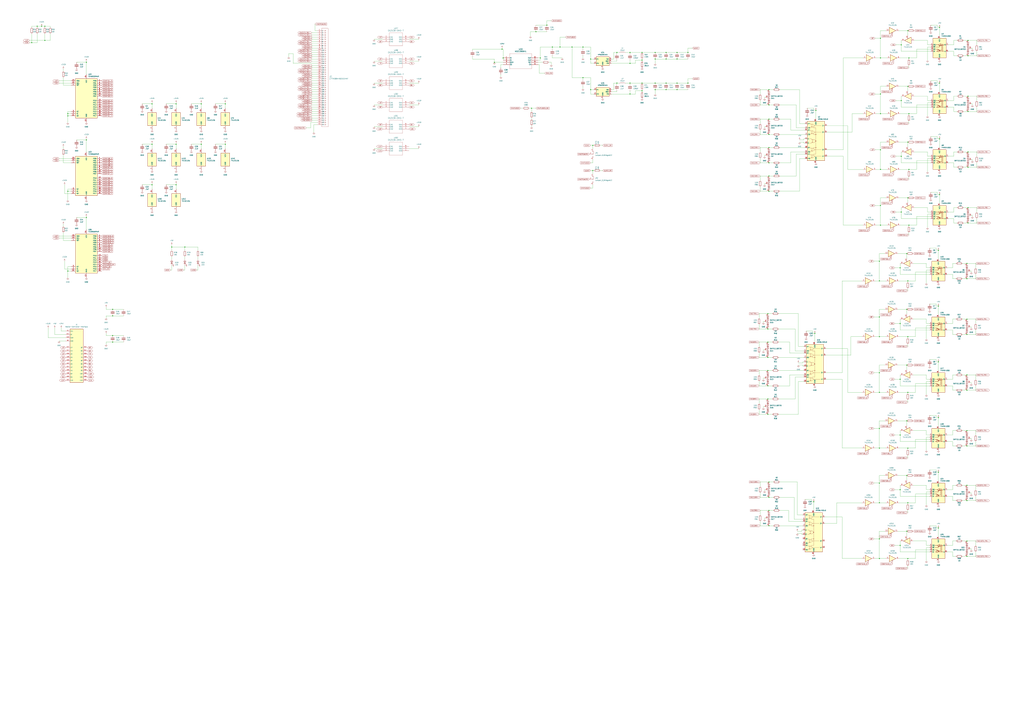
<source format=kicad_sch>
(kicad_sch (version 20230121) (generator eeschema)
  (paper "A0")
  (junction (at 1045.21 375.92))
  (junction (at 1089.66 290.83))
  (junction (at 1122.68 563.88))
  (junction (at 78.74 314.96))
  (junction (at 78.74 222.25))
  (junction (at 582.93 57.15))
  (junction (at 760.73 60.96))
  (junction (at 1052.83 294.64))
  (junction (at 1123.95 129.54))
  (junction (at 1046.48 116.84))
  (junction (at 261.62 120.65))
  (junction (at 1055.37 196.85))
  (junction (at 760.73 104.14))
  (junction (at 1055.37 261.62))
  (junction (at 685.8 104.14))
  (junction (at 1055.37 132.08))
  (junction (at 1022.35 196.85))
  (junction (at 892.81 171.45))
  (junction (at 1055.37 67.31))
  (junction (at 664.21 54.61))
  (junction (at 100.33 72.39))
  (junction (at 891.54 397.51))
  (junction (at 1122.68 518.16))
  (junction (at 798.83 96.52))
  (junction (at 1054.1 229.87))
  (junction (at 1052.83 617.22))
  (junction (at 1054.1 35.56))
  (junction (at 1046.48 52.07))
  (junction (at 1054.1 520.7))
  (junction (at 760.73 96.52))
  (junction (at 891.54 382.27))
  (junction (at 1021.08 455.93))
  (junction (at 1021.08 626.11))
  (junction (at 1122.68 500.38))
  (junction (at 176.53 120.65))
  (junction (at 130.81 359.41))
  (junction (at 1045.21 505.46))
  (junction (at 1090.93 161.29))
  (junction (at 773.43 104.14))
  (junction (at 1122.68 370.84))
  (junction (at 574.04 72.39))
  (junction (at 233.68 120.65))
  (junction (at 233.68 167.64))
  (junction (at 773.43 60.96))
  (junction (at 688.34 198.12))
  (junction (at 731.52 109.22))
  (junction (at 204.47 214.63))
  (junction (at 946.15 387.35))
  (junction (at 1089.66 355.6))
  (junction (at 130.81 367.03))
  (junction (at 641.35 54.61))
  (junction (at 1021.08 584.2))
  (junction (at 1090.93 96.52))
  (junction (at 1052.83 424.18))
  (junction (at 1022.35 132.08))
  (junction (at 688.34 168.91))
  (junction (at 1054.1 100.33))
  (junction (at 100.33 162.56))
  (junction (at 760.73 68.58))
  (junction (at 892.81 138.43))
  (junction (at 891.54 463.55))
  (junction (at 1123.95 111.76))
  (junction (at 176.53 167.64))
  (junction (at 1123.95 176.53))
  (junction (at 1122.68 628.65))
  (junction (at 1090.93 31.75))
  (junction (at 622.3 36.83))
  (junction (at 731.52 60.96))
  (junction (at 1045.21 311.15))
  (junction (at 731.52 96.52))
  (junction (at 676.91 54.61))
  (junction (at 1122.68 646.43))
  (junction (at 676.91 90.17))
  (junction (at 1021.08 368.3))
  (junction (at 1052.83 552.45))
  (junction (at 798.83 60.96))
  (junction (at 786.13 96.52))
  (junction (at 1123.95 46.99))
  (junction (at 650.24 54.61))
  (junction (at 892.81 104.14))
  (junction (at 1054.1 455.93))
  (junction (at 892.81 577.85))
  (junction (at 1089.66 613.41))
  (junction (at 773.43 96.52))
  (junction (at 786.13 60.96))
  (junction (at 1054.1 165.1))
  (junction (at 199.39 287.02))
  (junction (at 1089.66 485.14))
  (junction (at 1054.1 326.39))
  (junction (at 78.74 134.62))
  (junction (at 745.49 96.52))
  (junction (at 214.63 287.02))
  (junction (at 1090.93 226.06))
  (junction (at 716.28 96.52))
  (junction (at 1122.68 323.85))
  (junction (at 892.81 560.07))
  (junction (at 1021.08 433.07))
  (junction (at 1045.21 633.73))
  (junction (at 1054.1 584.2))
  (junction (at 1046.48 246.38))
  (junction (at 1122.68 435.61))
  (junction (at 944.88 582.93))
  (junction (at 745.49 60.96))
  (junction (at 947.42 128.27))
  (junction (at 1122.68 453.39))
  (junction (at 1022.35 44.45))
  (junction (at 1045.21 440.69))
  (junction (at 892.81 593.09))
  (junction (at 48.26 30.48))
  (junction (at 891.54 415.29))
  (junction (at 891.54 364.49))
  (junction (at 1022.35 67.31))
  (junction (at 1021.08 520.7))
  (junction (at 1123.95 259.08))
  (junction (at 731.52 73.66))
  (junction (at 1123.95 241.3))
  (junction (at 1054.1 648.97))
  (junction (at 1021.08 391.16))
  (junction (at 1021.08 561.34))
  (junction (at 52.07 30.48))
  (junction (at 204.47 120.65))
  (junction (at 1022.35 238.76))
  (junction (at 891.54 430.53))
  (junction (at 1022.35 261.62))
  (junction (at 1089.66 548.64))
  (junction (at 1052.83 488.95))
  (junction (at 627.38 67.31))
  (junction (at 43.18 30.48))
  (junction (at 635 29.21))
  (junction (at 1021.08 648.97))
  (junction (at 130.81 389.89))
  (junction (at 617.22 125.73))
  (junction (at 176.53 214.63))
  (junction (at 892.81 222.25))
  (junction (at 1122.68 388.62))
  (junction (at 892.81 189.23))
  (junction (at 1123.95 64.77))
  (junction (at 584.2 67.31))
  (junction (at 1122.68 306.07))
  (junction (at 1054.1 391.16))
  (junction (at 1046.48 181.61))
  (junction (at 773.43 68.58))
  (junction (at 36.83 49.53))
  (junction (at 685.8 68.58))
  (junction (at 745.49 69.85))
  (junction (at 1022.35 173.99))
  (junction (at 892.81 121.92))
  (junction (at 786.13 104.14))
  (junction (at 891.54 448.31))
  (junction (at 891.54 481.33))
  (junction (at 1052.83 359.41))
  (junction (at 1123.95 194.31))
  (junction (at 1021.08 326.39))
  (junction (at 716.28 60.96))
  (junction (at 130.81 397.51))
  (junction (at 1045.21 568.96))
  (junction (at 892.81 204.47))
  (junction (at 1089.66 420.37))
  (junction (at 261.62 167.64))
  (junction (at 1022.35 109.22))
  (junction (at 1122.68 581.66))
  (junction (at 1021.08 497.84))
  (junction (at 100.33 252.73))
  (junction (at 1021.08 303.53))
  (junction (at 892.81 610.87))
  (junction (at 52.07 46.99))
  (junction (at 204.47 167.64))
  (junction (at 786.13 68.58))
  (junction (at 745.49 105.41))
  (junction (at 892.81 156.21))
  (junction (at 78.74 132.08))
  (wire (pts (xy 1107.44 116.84) (xy 1107.44 111.76)))
  (wire (pts (xy 676.91 90.17) (xy 664.21 90.17)))
  (wire (pts (xy 1045.21 513.08) (xy 1045.21 505.46)))
  (wire (pts (xy 803.91 91.44) (xy 798.83 91.44)))
  (wire (pts (xy 626.11 85.09) (xy 632.46 85.09)))
  (wire (pts (xy 1021.08 359.41) (xy 1027.43 359.41)))
  (wire (pts (xy 1055.37 78.74) (xy 1055.37 76.2)))
  (wire (pts (xy 1017.27 261.62) (xy 1022.35 261.62)))
  (wire (pts (xy 199.39 298.45) (xy 199.39 300.99)))
  (wire (pts (xy 1052.83 494.03) (xy 1052.83 488.95)))
  (wire (pts (xy 1016 584.2) (xy 1021.08 584.2)))
  (wire (pts (xy 1107.44 111.76) (xy 1111.25 111.76)))
  (wire (pts (xy 882.65 598.17) (xy 882.65 593.09)))
  (wire (pts (xy 1089.66 420.37) (xy 1089.66 430.53)))
  (wire (pts (xy 1107.44 254) (xy 1107.44 259.08)))
  (wire (pts (xy 1079.5 417.83) (xy 1087.12 417.83)))
  (wire (pts (xy 1132.84 628.65) (xy 1132.84 633.73)))
  (wire (pts (xy 881.38 369.57) (xy 881.38 364.49)))
  (wire (pts (xy 1016 520.7) (xy 1021.08 520.7)))
  (wire (pts (xy 979.17 67.31) (xy 979.17 173.99)))
  (wire (pts (xy 881.38 382.27) (xy 881.38 377.19)))
  (wire (pts (xy 892.81 560.07) (xy 882.65 560.07)))
  (wire (pts (xy 1038.86 568.96) (xy 1045.21 568.96)))
  (wire (pts (xy 923.29 438.15) (xy 923.29 463.55)))
  (wire (pts (xy 1107.44 64.77) (xy 1111.25 64.77)))
  (wire (pts (xy 635 29.21) (xy 635 24.13)))
  (wire (pts (xy 773.43 104.14) (xy 786.13 104.14)))
  (wire (pts (xy 1106.17 633.73) (xy 1106.17 628.65)))
  (wire (pts (xy 1107.44 189.23) (xy 1107.44 194.31)))
  (wire (pts (xy 1060.45 435.61) (xy 1075.69 435.61)))
  (wire (pts (xy 213.36 313.69) (xy 214.63 313.69)))
  (wire (pts (xy 760.73 96.52) (xy 773.43 96.52)))
  (wire (pts (xy 1122.68 435.61) (xy 1132.84 435.61)))
  (wire (pts (xy 1079.5 482.6) (xy 1087.12 482.6)))
  (wire (pts (xy 474.98 121.92) (xy 486.41 121.92)))
  (wire (pts (xy 930.91 615.95) (xy 930.91 617.22)))
  (wire (pts (xy 68.58 186.69) (xy 82.55 186.69)))
  (wire (pts (xy 78.74 132.08) (xy 78.74 134.62)))
  (wire (pts (xy 904.24 463.55) (xy 923.29 463.55)))
  (wire (pts (xy 1106.17 576.58) (xy 1106.17 581.66)))
  (wire (pts (xy 627.38 54.61) (xy 641.35 54.61)))
  (wire (pts (xy 897.89 204.47) (xy 892.81 204.47)))
  (wire (pts (xy 1046.48 189.23) (xy 1046.48 181.61)))
  (wire (pts (xy 676.91 100.33) (xy 676.91 102.87)))
  (wire (pts (xy 1055.37 262.89) (xy 1055.37 261.62)))
  (wire (pts (xy 979.17 67.31) (xy 1002.03 67.31)))
  (wire (pts (xy 1129.03 251.46) (xy 1129.03 250.19)))
  (wire (pts (xy 1021.08 303.53) (xy 1021.08 294.64)))
  (wire (pts (xy 1046.48 181.61) (xy 1046.48 176.53)))
  (wire (pts (xy 63.5 381) (xy 63.5 388.62)))
  (wire (pts (xy 897.89 104.14) (xy 892.81 104.14)))
  (wire (pts (xy 943.61 384.81) (xy 943.61 387.35)))
  (wire (pts (xy 887.73 214.63) (xy 887.73 213.36)))
  (wire (pts (xy 1054.1 392.43) (xy 1054.1 391.16)))
  (wire (pts (xy 1016 238.76) (xy 1022.35 238.76)))
  (wire (pts (xy 1118.87 259.08) (xy 1123.95 259.08)))
  (wire (pts (xy 882.65 577.85) (xy 882.65 572.77)))
  (wire (pts (xy 1087.12 485.14) (xy 1089.66 485.14)))
  (wire (pts (xy 43.18 30.48) (xy 43.18 31.75)))
  (wire (pts (xy 688.34 198.12) (xy 685.8 198.12)))
  (wire (pts (xy 361.95 86.36) (xy 368.3 86.36)))
  (wire (pts (xy 361.95 58.42) (xy 368.3 58.42)))
  (wire (pts (xy 584.2 67.31) (xy 584.2 69.85)))
  (wire (pts (xy 1060.45 370.84) (xy 1075.69 370.84)))
  (wire (pts (xy 1080.77 184.15) (xy 1076.96 184.15)))
  (wire (pts (xy 1021.08 294.64) (xy 1027.43 294.64)))
  (wire (pts (xy 1052.83 359.41) (xy 1042.67 359.41)))
  (wire (pts (xy 737.87 73.66) (xy 731.52 73.66)))
  (wire (pts (xy 635 24.13) (xy 640.08 24.13)))
  (wire (pts (xy 1087.12 548.64) (xy 1089.66 548.64)))
  (wire (pts (xy 897.89 138.43) (xy 892.81 138.43)))
  (wire (pts (xy 361.95 109.22) (xy 368.3 109.22)))
  (wire (pts (xy 1106.17 448.31) (xy 1106.17 453.39)))
  (wire (pts (xy 1088.39 96.52) (xy 1090.93 96.52)))
  (wire (pts (xy 68.58 96.52) (xy 82.55 96.52)))
  (wire (pts (xy 1055.37 132.08) (xy 1064.26 132.08)))
  (wire (pts (xy 1106.17 563.88) (xy 1109.98 563.88)))
  (wire (pts (xy 891.54 415.29) (xy 881.38 415.29)))
  (wire (pts (xy 82.55 312.42) (xy 74.93 312.42)))
  (wire (pts (xy 881.38 402.59) (xy 881.38 397.51)))
  (wire (pts (xy 1055.37 143.51) (xy 1055.37 140.97)))
  (wire (pts (xy 641.35 67.31) (xy 652.78 67.31)))
  (wire (pts (xy 905.51 560.07) (xy 925.83 560.07)))
  (wire (pts (xy 88.9 72.39) (xy 100.33 72.39)))
  (wire (pts (xy 1101.09 181.61) (xy 1107.44 181.61)))
  (wire (pts (xy 886.46 406.4) (xy 887.73 406.4)))
  (wire (pts (xy 1075.69 306.07) (xy 1075.69 311.15)))
  (wire (pts (xy 48.26 30.48) (xy 52.07 30.48)))
  (wire (pts (xy 1045.21 318.77) (xy 1045.21 311.15)))
  (wire (pts (xy 712.47 60.96) (xy 716.28 60.96)))
  (wire (pts (xy 1021.08 497.84) (xy 1021.08 520.7)))
  (wire (pts (xy 1021.08 368.3) (xy 1021.08 359.41)))
  (wire (pts (xy 1046.48 116.84) (xy 1046.48 111.76)))
  (wire (pts (xy 924.56 179.07) (xy 924.56 204.47)))
  (wire (pts (xy 960.12 153.67) (xy 989.33 153.67)))
  (wire (pts (xy 1106.17 453.39) (xy 1109.98 453.39)))
  (wire (pts (xy 204.47 166.37) (xy 204.47 167.64)))
  (wire (pts (xy 361.95 106.68) (xy 368.3 106.68)))
  (wire (pts (xy 1106.17 318.77) (xy 1106.17 323.85)))
  (wire (pts (xy 624.84 72.39) (xy 629.92 72.39)))
  (wire (pts (xy 745.49 105.41) (xy 737.87 105.41)))
  (wire (pts (xy 1076.96 116.84) (xy 1080.77 116.84)))
  (wire (pts (xy 1080.77 189.23) (xy 1046.48 189.23)))
  (wire (pts (xy 123.19 400.05) (xy 123.19 397.51)))
  (wire (pts (xy 1134.11 254) (xy 1134.11 259.08)))
  (wire (pts (xy 928.37 143.51) (xy 934.72 143.51)))
  (wire (pts (xy 1075.69 571.5) (xy 1075.69 586.74)))
  (wire (pts (xy 984.25 146.05) (xy 984.25 196.85)))
  (wire (pts (xy 886.46 472.44) (xy 887.73 472.44)))
  (wire (pts (xy 1052.83 617.22) (xy 1042.67 617.22)))
  (wire (pts (xy 935.99 384.81) (xy 943.61 384.81)))
  (wire (pts (xy 1088.39 31.75) (xy 1090.93 31.75)))
  (wire (pts (xy 916.94 410.21) (xy 933.45 410.21)))
  (wire (pts (xy 688.34 168.91) (xy 685.8 168.91)))
  (wire (pts (xy 887.73 213.36) (xy 889 213.36)))
  (wire (pts (xy 689.61 73.66) (xy 685.8 73.66)))
  (wire (pts (xy 984.25 455.93) (xy 1000.76 455.93)))
  (wire (pts (xy 361.95 81.28) (xy 368.3 81.28)))
  (wire (pts (xy 361.95 119.38) (xy 368.3 119.38)))
  (wire (pts (xy 364.49 144.78) (xy 368.3 144.78)))
  (wire (pts (xy 925.83 598.17) (xy 932.18 598.17)))
  (wire (pts (xy 1022.35 35.56) (xy 1028.7 35.56)))
  (wire (pts (xy 904.24 415.29) (xy 933.45 415.29)))
  (wire (pts (xy 1046.48 254) (xy 1046.48 246.38)))
  (wire (pts (xy 1134.11 124.46) (xy 1134.11 129.54)))
  (wire (pts (xy 886.46 407.67) (xy 886.46 406.4)))
  (wire (pts (xy 1107.44 176.53) (xy 1111.25 176.53)))
  (wire (pts (xy 1106.17 505.46) (xy 1106.17 500.38)))
  (wire (pts (xy 1014.73 433.07) (xy 1021.08 433.07)))
  (wire (pts (xy 882.65 222.25) (xy 882.65 217.17)))
  (wire (pts (xy 1062.99 391.16) (xy 1062.99 381)))
  (wire (pts (xy 988.06 412.75) (xy 988.06 391.16)))
  (wire (pts (xy 688.34 189.23) (xy 688.34 185.42)))
  (wire (pts (xy 176.53 213.36) (xy 176.53 214.63)))
  (wire (pts (xy 1080.77 223.52) (xy 1088.39 223.52)))
  (wire (pts (xy 199.39 313.69) (xy 199.39 308.61)))
  (wire (pts (xy 165.1 120.65) (xy 176.53 120.65)))
  (wire (pts (xy 1021.08 520.7) (xy 1028.7 520.7)))
  (wire (pts (xy 1022.35 67.31) (xy 1029.97 67.31)))
  (wire (pts (xy 925.83 560.07) (xy 925.83 598.17)))
  (wire (pts (xy 1088.39 93.98) (xy 1088.39 96.52)))
  (wire (pts (xy 622.3 29.21) (xy 635 29.21)))
  (wire (pts (xy 1062.99 381) (xy 1079.5 381)))
  (wire (pts (xy 261.62 167.64) (xy 261.62 172.72)))
  (wire (pts (xy 1055.37 68.58) (xy 1055.37 67.31)))
  (wire (pts (xy 934.72 580.39) (xy 942.34 580.39)))
  (wire (pts (xy 261.62 166.37) (xy 261.62 167.64)))
  (wire (pts (xy 1129.03 250.19) (xy 1127.76 250.19)))
  (wire (pts (xy 176.53 214.63) (xy 176.53 219.71)))
  (wire (pts (xy 882.65 565.15) (xy 882.65 560.07)))
  (wire (pts (xy 1054.1 229.87) (xy 1043.94 229.87)))
  (wire (pts (xy 944.88 128.27) (xy 947.42 128.27)))
  (wire (pts (xy 1079.5 383.54) (xy 1045.21 383.54)))
  (wire (pts (xy 676.91 90.17) (xy 676.91 92.71)))
  (wire (pts (xy 1106.17 628.65) (xy 1109.98 628.65)))
  (wire (pts (xy 934.72 179.07) (xy 924.56 179.07)))
  (wire (pts (xy 709.93 109.22) (xy 731.52 109.22)))
  (wire (pts (xy 233.68 166.37) (xy 233.68 167.64)))
  (wire (pts (xy 340.36 62.23) (xy 335.28 62.23)))
  (wire (pts (xy 905.51 593.09) (xy 915.67 593.09)))
  (wire (pts (xy 1129.03 120.65) (xy 1127.76 120.65)))
  (wire (pts (xy 584.2 67.31) (xy 584.2 57.15)))
  (wire (pts (xy 1106.17 388.62) (xy 1109.98 388.62)))
  (wire (pts (xy 1079.5 318.77) (xy 1045.21 318.77)))
  (wire (pts (xy 1016 173.99) (xy 1022.35 173.99)))
  (wire (pts (xy 434.34 121.92) (xy 444.5 121.92)))
  (wire (pts (xy 897.89 121.92) (xy 892.81 121.92)))
  (wire (pts (xy 904.24 364.49) (xy 927.1 364.49)))
  (wire (pts (xy 434.34 147.32) (xy 444.5 147.32)))
  (wire (pts (xy 760.73 104.14) (xy 773.43 104.14)))
  (wire (pts (xy 933.45 438.15) (xy 923.29 438.15)))
  (wire (pts (xy 627.38 69.85) (xy 627.38 67.31)))
  (wire (pts (xy 361.95 45.72) (xy 368.3 45.72)))
  (wire (pts (xy 927.1 481.33) (xy 927.1 443.23)))
  (wire (pts (xy 1087.12 610.87) (xy 1087.12 613.41)))
  (wire (pts (xy 361.95 60.96) (xy 368.3 60.96)))
  (wire (pts (xy 731.52 62.23) (xy 731.52 60.96)))
  (wire (pts (xy 204.47 120.65) (xy 204.47 125.73)))
  (wire (pts (xy 1106.17 306.07) (xy 1109.98 306.07)))
  (wire (pts (xy 892.81 577.85) (xy 882.65 577.85)))
  (wire (pts (xy 1014.73 561.34) (xy 1021.08 561.34)))
  (wire (pts (xy 198.12 313.69) (xy 199.39 313.69)))
  (wire (pts (xy 892.81 121.92) (xy 882.65 121.92)))
  (wire (pts (xy 1122.68 646.43) (xy 1132.84 646.43)))
  (wire (pts (xy 1101.09 59.69) (xy 1107.44 59.69)))
  (wire (pts (xy 1054.1 391.16) (xy 1062.99 391.16)))
  (wire (pts (xy 82.55 219.71) (xy 78.74 219.71)))
  (wire (pts (xy 932.18 421.64) (xy 927.1 421.64)))
  (wire (pts (xy 933.45 161.29) (xy 933.45 162.56)))
  (wire (pts (xy 1123.95 259.08) (xy 1134.11 259.08)))
  (wire (pts (xy 1021.08 303.53) (xy 1021.08 326.39)))
  (wire (pts (xy 1099.82 440.69) (xy 1106.17 440.69)))
  (wire (pts (xy 361.95 66.04) (xy 368.3 66.04)))
  (wire (pts (xy 1064.26 121.92) (xy 1080.77 121.92)))
  (wire (pts (xy 1055.37 67.31) (xy 1064.26 67.31)))
  (wire (pts (xy 361.95 134.62) (xy 368.3 134.62)))
  (wire (pts (xy 82.55 132.08) (xy 78.74 132.08)))
  (wire (pts (xy 886.46 473.71) (xy 886.46 472.44)))
  (wire (pts (xy 933.45 162.56) (xy 928.37 162.56)))
  (wire (pts (xy 1061.72 111.76) (xy 1076.96 111.76)))
  (wire (pts (xy 905.51 222.25) (xy 928.37 222.25)))
  (wire (pts (xy 361.95 104.14) (xy 368.3 104.14)))
  (wire (pts (xy 957.58 608.33) (xy 971.55 608.33)))
  (wire (pts (xy 1101.09 246.38) (xy 1107.44 246.38)))
  (wire (pts (xy 1106.17 581.66) (xy 1109.98 581.66)))
  (wire (pts (xy 474.98 147.32) (xy 486.41 147.32)))
  (wire (pts (xy 1054.1 402.59) (xy 1054.1 400.05)))
  (wire (pts (xy 803.91 55.88) (xy 798.83 55.88)))
  (wire (pts (xy 82.55 224.79) (xy 74.93 224.79)))
  (wire (pts (xy 361.95 53.34) (xy 368.3 53.34)))
  (wire (pts (xy 1107.44 46.99) (xy 1111.25 46.99)))
  (wire (pts (xy 760.73 60.96) (xy 773.43 60.96)))
  (wire (pts (xy 1117.6 323.85) (xy 1122.68 323.85)))
  (wire (pts (xy 882.65 143.51) (xy 882.65 138.43)))
  (wire (pts (xy 1038.86 440.69) (xy 1045.21 440.69)))
  (wire (pts (xy 73.66 80.01) (xy 73.66 82.55)))
  (wire (pts (xy 78.74 314.96) (xy 82.55 314.96)))
  (wire (pts (xy 656.59 43.18) (xy 650.24 43.18)))
  (wire (pts (xy 887.73 148.59) (xy 887.73 147.32)))
  (wire (pts (xy 896.62 415.29) (xy 891.54 415.29)))
  (wire (pts (xy 904.24 448.31) (xy 916.94 448.31)))
  (wire (pts (xy 1040.13 246.38) (xy 1046.48 246.38)))
  (wire (pts (xy 1090.93 96.52) (xy 1090.93 106.68)))
  (wire (pts (xy 617.22 137.16) (xy 617.22 138.43)))
  (wire (pts (xy 1022.35 165.1) (xy 1028.7 165.1)))
  (wire (pts (xy 1099.82 576.58) (xy 1106.17 576.58)))
  (wire (pts (xy 922.02 603.25) (xy 922.02 577.85)))
  (wire (pts (xy 1129.03 57.15) (xy 1129.03 55.88)))
  (wire (pts (xy 361.95 101.6) (xy 368.3 101.6)))
  (wire (pts (xy 916.94 397.51) (xy 916.94 410.21)))
  (wire (pts (xy 1134.11 176.53) (xy 1134.11 181.61)))
  (wire (pts (xy 1080.77 93.98) (xy 1088.39 93.98)))
  (wire (pts (xy 1101.09 189.23) (xy 1107.44 189.23)))
  (wire (pts (xy 361.95 88.9) (xy 368.3 88.9)))
  (wire (pts (xy 63.5 388.62) (xy 76.2 388.62)))
  (wire (pts (xy 130.81 359.41) (xy 143.51 359.41)))
  (wire (pts (xy 881.38 481.33) (xy 881.38 476.25)))
  (wire (pts (xy 43.18 30.48) (xy 48.26 30.48)))
  (wire (pts (xy 1045.21 132.08) (xy 1055.37 132.08)))
  (wire (pts (xy 933.45 166.37) (xy 934.72 166.37)))
  (wire (pts (xy 130.81 367.03) (xy 143.51 367.03)))
  (wire (pts (xy 1099.82 311.15) (xy 1106.17 311.15)))
  (wire (pts (xy 1107.44 259.08) (xy 1111.25 259.08)))
  (wire (pts (xy 548.64 68.58) (xy 574.04 68.58)))
  (wire (pts (xy 1045.21 633.73) (xy 1045.21 628.65)))
  (wire (pts (xy 1106.17 323.85) (xy 1109.98 323.85)))
  (wire (pts (xy 100.33 162.56) (xy 100.33 176.53)))
  (wire (pts (xy 676.91 90.17) (xy 685.8 90.17)))
  (wire (pts (xy 905.51 171.45) (xy 934.72 171.45)))
  (wire (pts (xy 697.23 168.91) (xy 699.77 168.91)))
  (wire (pts (xy 361.95 71.12) (xy 368.3 71.12)))
  (wire (pts (xy 204.47 214.63) (xy 204.47 219.71)))
  (wire (pts (xy 1054.1 337.82) (xy 1054.1 335.28)))
  (wire (pts (xy 73.66 189.23) (xy 73.66 180.34)))
  (wire (pts (xy 977.9 600.71) (xy 977.9 648.97)))
  (wire (pts (xy 1117.6 646.43) (xy 1122.68 646.43)))
  (wire (pts (xy 1054.1 660.4) (xy 1054.1 657.86)))
  (wire (pts (xy 78.74 129.54) (xy 78.74 132.08)))
  (wire (pts (xy 882.65 209.55) (xy 882.65 204.47)))
  (wire (pts (xy 745.49 68.58) (xy 745.49 69.85)))
  (wire (pts (xy 1106.17 370.84) (xy 1109.98 370.84)))
  (wire (pts (xy 1045.21 311.15) (xy 1045.21 306.07)))
  (wire (pts (xy 100.33 252.73) (xy 100.33 266.7)))
  (wire (pts (xy 123.19 389.89) (xy 130.81 389.89)))
  (wire (pts (xy 916.94 435.61) (xy 916.94 448.31)))
  (wire (pts (xy 1134.11 241.3) (xy 1134.11 246.38)))
  (wire (pts (xy 664.21 90.17) (xy 664.21 54.61)))
  (wire (pts (xy 897.89 171.45) (xy 892.81 171.45)))
  (wire (pts (xy 1017.27 196.85) (xy 1022.35 196.85)))
  (wire (pts (xy 581.66 74.93) (xy 584.2 74.93)))
  (wire (pts (xy 1118.87 46.99) (xy 1123.95 46.99)))
  (wire (pts (xy 1101.09 116.84) (xy 1107.44 116.84)))
  (wire (pts (xy 1089.66 290.83) (xy 1089.66 300.99)))
  (wire (pts (xy 36.83 30.48) (xy 43.18 30.48)))
  (wire (pts (xy 1021.08 561.34) (xy 1021.08 584.2)))
  (wire (pts (xy 1122.68 518.16) (xy 1132.84 518.16)))
  (wire (pts (xy 897.89 577.85) (xy 892.81 577.85)))
  (wire (pts (xy 886.46 374.65) (xy 886.46 373.38)))
  (wire (pts (xy 745.49 105.41) (xy 745.49 106.68)))
  (wire (pts (xy 123.19 397.51) (xy 130.81 397.51)))
  (wire (pts (xy 927.1 402.59) (xy 933.45 402.59)))
  (wire (pts (xy 55.88 392.43) (xy 55.88 381)))
  (wire (pts (xy 204.47 119.38) (xy 204.47 120.65)))
  (wire (pts (xy 1117.6 435.61) (xy 1122.68 435.61)))
  (wire (pts (xy 1088.39 161.29) (xy 1090.93 161.29)))
  (wire (pts (xy 82.55 93.98) (xy 68.58 93.98)))
  (wire (pts (xy 1062.99 326.39) (xy 1062.99 316.23)))
  (wire (pts (xy 204.47 167.64) (xy 204.47 172.72)))
  (wire (pts (xy 881.38 415.29) (xy 881.38 410.21)))
  (wire (pts (xy 1060.45 563.88) (xy 1075.69 563.88)))
  (wire (pts (xy 1118.87 111.76) (xy 1123.95 111.76)))
  (wire (pts (xy 1054.1 585.47) (xy 1054.1 584.2)))
  (wire (pts (xy 82.55 279.4) (xy 73.66 279.4)))
  (wire (pts (xy 932.18 420.37) (xy 932.18 421.64)))
  (wire (pts (xy 1064.26 57.15) (xy 1080.77 57.15)))
  (wire (pts (xy 887.73 147.32) (xy 889 147.32)))
  (wire (pts (xy 361.95 40.64) (xy 368.3 40.64)))
  (wire (pts (xy 932.18 420.37) (xy 933.45 420.37)))
  (wire (pts (xy 905.51 204.47) (xy 924.56 204.47)))
  (wire (pts (xy 1014.73 303.53) (xy 1021.08 303.53)))
  (wire (pts (xy 984.25 405.13) (xy 958.85 405.13)))
  (wire (pts (xy 1045.21 383.54) (xy 1045.21 375.92)))
  (wire (pts (xy 361.95 96.52) (xy 368.3 96.52)))
  (wire (pts (xy 882.65 121.92) (xy 882.65 116.84)))
  (wire (pts (xy 1118.87 194.31) (xy 1123.95 194.31)))
  (wire (pts (xy 1089.66 613.41) (xy 1089.66 623.57)))
  (wire (pts (xy 1021.08 648.97) (xy 1028.7 648.97)))
  (wire (pts (xy 979.17 181.61) (xy 979.17 261.62)))
  (wire (pts (xy 361.95 78.74) (xy 368.3 78.74)))
  (wire (pts (xy 786.13 104.14) (xy 798.83 104.14)))
  (wire (pts (xy 892.81 610.87) (xy 882.65 610.87)))
  (wire (pts (xy 897.89 189.23) (xy 892.81 189.23)))
  (wire (pts (xy 626.11 74.93) (xy 624.84 74.93)))
  (wire (pts (xy 745.49 96.52) (xy 760.73 96.52)))
  (wire (pts (xy 1043.94 391.16) (xy 1054.1 391.16)))
  (wire (pts (xy 78.74 219.71) (xy 78.74 222.25)))
  (wire (pts (xy 1054.1 40.64) (xy 1054.1 35.56)))
  (wire (pts (xy 1107.44 59.69) (xy 1107.44 64.77)))
  (wire (pts (xy 745.49 69.85) (xy 745.49 71.12)))
  (wire (pts (xy 1052.83 488.95) (xy 1042.67 488.95)))
  (wire (pts (xy 1079.5 513.08) (xy 1045.21 513.08)))
  (wire (pts (xy 73.66 99.06) (xy 73.66 90.17)))
  (wire (pts (xy 1021.08 391.16) (xy 1028.7 391.16)))
  (wire (pts (xy 887.73 181.61) (xy 887.73 180.34)))
  (wire (pts (xy 335.28 62.23) (xy 335.28 66.04)))
  (wire (pts (xy 1122.68 581.66) (xy 1132.84 581.66)))
  (wire (pts (xy 685.8 218.44) (xy 688.34 218.44)))
  (wire (pts (xy 624.84 69.85) (xy 627.38 69.85)))
  (wire (pts (xy 361.95 127) (xy 368.3 127)))
  (wire (pts (xy 361.95 139.7) (xy 368.3 139.7)))
  (wire (pts (xy 977.9 520.7) (xy 1000.76 520.7)))
  (wire (pts (xy 896.62 382.27) (xy 891.54 382.27)))
  (wire (pts (xy 731.52 96.52) (xy 726.44 96.52)))
  (wire (pts (xy 1075.69 443.23) (xy 1075.69 458.47)))
  (wire (pts (xy 434.34 172.72) (xy 444.5 172.72)))
  (wire (pts (xy 1099.82 375.92) (xy 1106.17 375.92)))
  (wire (pts (xy 1064.26 132.08) (xy 1064.26 121.92)))
  (wire (pts (xy 1101.09 124.46) (xy 1107.44 124.46)))
  (wire (pts (xy 716.28 106.68) (xy 716.28 105.41)))
  (wire (pts (xy 52.07 30.48) (xy 52.07 31.75)))
  (wire (pts (xy 1106.17 440.69) (xy 1106.17 435.61)))
  (wire (pts (xy 1045.21 375.92) (xy 1045.21 370.84)))
  (wire (pts (xy 1075.69 435.61) (xy 1075.69 440.69)))
  (wire (pts (xy 165.1 214.63) (xy 176.53 214.63)))
  (wire (pts (xy 1062.99 510.54) (xy 1079.5 510.54)))
  (wire (pts (xy 958.85 433.07) (xy 977.9 433.07)))
  (wire (pts (xy 1075.69 370.84) (xy 1075.69 375.92)))
  (wire (pts (xy 1064.26 251.46) (xy 1080.77 251.46)))
  (wire (pts (xy 1076.96 54.61) (xy 1076.96 69.85)))
  (wire (pts (xy 1106.17 375.92) (xy 1106.17 370.84)))
  (wire (pts (xy 745.49 104.14) (xy 745.49 105.41)))
  (wire (pts (xy 886.46 439.42) (xy 887.73 439.42)))
  (wire (pts (xy 709.93 106.68) (xy 716.28 106.68)))
  (wire (pts (xy 1117.6 563.88) (xy 1122.68 563.88)))
  (wire (pts (xy 737.87 69.85) (xy 737.87 73.66)))
  (wire (pts (xy 1045.21 641.35) (xy 1045.21 633.73)))
  (wire (pts (xy 1106.17 435.61) (xy 1109.98 435.61)))
  (wire (pts (xy 676.91 64.77) (xy 676.91 67.31)))
  (wire (pts (xy 1055.37 273.05) (xy 1055.37 270.51)))
  (wire (pts (xy 716.28 96.52) (xy 716.28 97.79)))
  (wire (pts (xy 199.39 284.48) (xy 199.39 287.02)))
  (wire (pts (xy 1088.39 226.06) (xy 1090.93 226.06)))
  (wire (pts (xy 977.9 440.69) (xy 977.9 520.7)))
  (wire (pts (xy 773.43 68.58) (xy 786.13 68.58)))
  (wire (pts (xy 896.62 448.31) (xy 891.54 448.31)))
  (wire (pts (xy 1046.48 124.46) (xy 1046.48 116.84)))
  (wire (pts (xy 222.25 120.65) (xy 233.68 120.65)))
  (wire (pts (xy 361.95 111.76) (xy 368.3 111.76)))
  (wire (pts (xy 712.47 96.52) (xy 716.28 96.52)))
  (wire (pts (xy 607.06 125.73) (xy 604.52 125.73)))
  (wire (pts (xy 1117.6 453.39) (xy 1122.68 453.39)))
  (wire (pts (xy 361.95 129.54) (xy 368.3 129.54)))
  (wire (pts (xy 1087.12 355.6) (xy 1089.66 355.6)))
  (wire (pts (xy 434.34 45.72) (xy 444.5 45.72)))
  (wire (pts (xy 548.64 66.04) (xy 548.64 68.58)))
  (wire (pts (xy 905.51 577.85) (xy 922.02 577.85)))
  (wire (pts (xy 176.53 119.38) (xy 176.53 120.65)))
  (wire (pts (xy 1090.93 161.29) (xy 1090.93 171.45)))
  (wire (pts (xy 340.36 73.66) (xy 368.3 73.66)))
  (wire (pts (xy 905.51 121.92) (xy 924.56 121.92)))
  (wire (pts (xy 1016 648.97) (xy 1021.08 648.97)))
  (wire (pts (xy 1062.99 520.7) (xy 1062.99 510.54)))
  (wire (pts (xy 1052.83 364.49) (xy 1052.83 359.41)))
  (wire (pts (xy 58.42 30.48) (xy 58.42 31.75)))
  (wire (pts (xy 361.95 132.08) (xy 368.3 132.08)))
  (wire (pts (xy 688.34 198.12) (xy 689.61 198.12)))
  (wire (pts (xy 361.95 114.3) (xy 368.3 114.3)))
  (wire (pts (xy 1022.35 44.45) (xy 1022.35 35.56)))
  (wire (pts (xy 1061.72 241.3) (xy 1076.96 241.3)))
  (wire (pts (xy 622.3 36.83) (xy 635 36.83)))
  (wire (pts (xy 1123.95 46.99) (xy 1134.11 46.99)))
  (wire (pts (xy 1022.35 261.62) (xy 1029.97 261.62)))
  (wire (pts (xy 688.34 218.44) (xy 688.34 214.63)))
  (wire (pts (xy 882.65 176.53) (xy 882.65 171.45)))
  (wire (pts (xy 1054.1 457.2) (xy 1054.1 455.93)))
  (wire (pts (xy 1123.95 129.54) (xy 1134.11 129.54)))
  (wire (pts (xy 887.73 114.3) (xy 887.73 113.03)))
  (wire (pts (xy 261.62 120.65) (xy 261.62 125.73)))
  (wire (pts (xy 36.83 39.37) (xy 36.83 49.53)))
  (wire (pts (xy 1054.1 165.1) (xy 1043.94 165.1)))
  (wire (pts (xy 78.74 134.62) (xy 82.55 134.62)))
  (wire (pts (xy 1022.35 109.22) (xy 1022.35 100.33)))
  (wire (pts (xy 760.73 68.58) (xy 760.73 73.66)))
  (wire (pts (xy 676.91 54.61) (xy 676.91 57.15)))
  (wire (pts (xy 1064.26 196.85) (xy 1064.26 186.69)))
  (wire (pts (xy 892.81 204.47) (xy 882.65 204.47)))
  (wire (pts (xy 1064.26 67.31) (xy 1064.26 57.15)))
  (wire (pts (xy 582.93 55.88) (xy 582.93 57.15)))
  (wire (pts (xy 1075.69 636.27) (xy 1075.69 651.51)))
  (wire (pts (xy 71.12 381) (xy 71.12 384.81)))
  (wire (pts (xy 928.37 222.25) (xy 928.37 184.15)))
  (wire (pts (xy 1087.12 290.83) (xy 1089.66 290.83)))
  (wire (pts (xy 1021.08 617.22) (xy 1027.43 617.22)))
  (wire (pts (xy 165.1 167.64) (xy 176.53 167.64)))
  (wire (pts (xy 1016 44.45) (xy 1022.35 44.45)))
  (wire (pts (xy 930.91 619.76) (xy 930.91 621.03)))
  (wire (pts (xy 193.04 120.65) (xy 204.47 120.65)))
  (wire (pts (xy 1052.83 294.64) (xy 1042.67 294.64)))
  (wire (pts (xy 892.81 156.21) (xy 882.65 156.21)))
  (wire (pts (xy 887.73 113.03) (xy 889 113.03)))
  (wire (pts (xy 1080.77 124.46) (xy 1046.48 124.46)))
  (wire (pts (xy 886.46 373.38) (xy 887.73 373.38)))
  (wire (pts (xy 360.68 148.59) (xy 355.6 148.59)))
  (wire (pts (xy 1123.95 111.76) (xy 1134.11 111.76)))
  (wire (pts (xy 617.22 146.05) (xy 617.22 147.32)))
  (wire (pts (xy 1045.21 196.85) (xy 1055.37 196.85)))
  (wire (pts (xy 892.81 104.14) (xy 882.65 104.14)))
  (wire (pts (xy 1022.35 229.87) (xy 1028.7 229.87)))
  (wire (pts (xy 1021.08 368.3) (xy 1021.08 391.16)))
  (wire (pts (xy 1075.69 508) (xy 1075.69 523.24)))
  (wire (pts (xy 548.64 58.42) (xy 548.64 57.15)))
  (wire (pts (xy 123.19 356.87) (xy 123.19 359.41)))
  (wire (pts (xy 1079.5 576.58) (xy 1045.21 576.58)))
  (wire (pts (xy 887.73 568.96) (xy 889 568.96)))
  (wire (pts (xy 944.88 125.73) (xy 944.88 128.27)))
  (wire (pts (xy 716.28 96.52) (xy 718.82 96.52)))
  (wire (pts (xy 1046.48 52.07) (xy 1046.48 46.99)))
  (wire (pts (xy 1099.82 448.31) (xy 1106.17 448.31)))
  (wire (pts (xy 229.87 298.45) (xy 229.87 300.99)))
  (wire (pts (xy 1123.95 194.31) (xy 1134.11 194.31)))
  (wire (pts (xy 1127.76 510.54) (xy 1127.76 509.27)))
  (wire (pts (xy 1132.84 563.88) (xy 1132.84 568.96)))
  (wire (pts (xy 1099.82 641.35) (xy 1106.17 641.35)))
  (wire (pts (xy 1054.1 234.95) (xy 1054.1 229.87)))
  (wire (pts (xy 1118.87 176.53) (xy 1123.95 176.53)))
  (wire (pts (xy 82.55 189.23) (xy 73.66 189.23)))
  (wire (pts (xy 36.83 49.53) (xy 43.18 49.53)))
  (wire (pts (xy 1087.12 288.29) (xy 1087.12 290.83)))
  (wire (pts (xy 892.81 222.25) (xy 882.65 222.25)))
  (wire (pts (xy 1054.1 100.33) (xy 1043.94 100.33)))
  (wire (pts (xy 204.47 213.36) (xy 204.47 214.63)))
  (wire (pts (xy 927.1 443.23) (xy 933.45 443.23)))
  (wire (pts (xy 886.46 440.69) (xy 886.46 439.42)))
  (wire (pts (xy 1075.69 313.69) (xy 1075.69 328.93)))
  (wire (pts (xy 1132.84 435.61) (xy 1132.84 440.69)))
  (wire (pts (xy 1075.69 628.65) (xy 1075.69 633.73)))
  (wire (pts (xy 1055.37 208.28) (xy 1055.37 205.74)))
  (wire (pts (xy 1122.68 370.84) (xy 1132.84 370.84)))
  (wire (pts (xy 1052.83 622.3) (xy 1052.83 617.22)))
  (wire (pts (xy 1079.5 378.46) (xy 1075.69 378.46)))
  (wire (pts (xy 68.58 396.24) (xy 76.2 396.24)))
  (wire (pts (xy 581.66 86.36) (xy 581.66 88.9)))
  (wire (pts (xy 626.11 85.09) (xy 626.11 74.93)))
  (wire (pts (xy 1106.17 568.96) (xy 1106.17 563.88)))
  (wire (pts (xy 882.65 156.21) (xy 882.65 151.13)))
  (wire (pts (xy 584.2 72.39) (xy 574.04 72.39)))
  (wire (pts (xy 915.67 593.09) (xy 915.67 605.79)))
  (wire (pts (xy 1107.44 241.3) (xy 1111.25 241.3)))
  (wire (pts (xy 78.74 222.25) (xy 78.74 232.41)))
  (wire (pts (xy 1080.77 158.75) (xy 1088.39 158.75)))
  (wire (pts (xy 361.95 137.16) (xy 368.3 137.16)))
  (wire (pts (xy 712.47 104.14) (xy 712.47 96.52)))
  (wire (pts (xy 891.54 448.31) (xy 881.38 448.31)))
  (wire (pts (xy 960.12 181.61) (xy 979.17 181.61)))
  (wire (pts (xy 1122.68 628.65) (xy 1132.84 628.65)))
  (wire (pts (xy 989.33 153.67) (xy 989.33 132.08)))
  (wire (pts (xy 1132.84 448.31) (xy 1132.84 453.39)))
  (wire (pts (xy 1132.84 383.54) (xy 1132.84 388.62)))
  (wire (pts (xy 74.93 224.79) (xy 74.93 214.63)))
  (wire (pts (xy 1127.76 637.54) (xy 1126.49 637.54)))
  (wire (pts (xy 685.8 90.17) (xy 685.8 104.14)))
  (wire (pts (xy 361.95 116.84) (xy 368.3 116.84)))
  (wire (pts (xy 1117.6 388.62) (xy 1122.68 388.62)))
  (wire (pts (xy 905.51 610.87) (xy 932.18 610.87)))
  (wire (pts (xy 1045.21 448.31) (xy 1045.21 440.69)))
  (wire (pts (xy 881.38 435.61) (xy 881.38 430.53)))
  (wire (pts (xy 1080.77 248.92) (xy 1076.96 248.92)))
  (wire (pts (xy 925.83 619.76) (xy 930.91 619.76)))
  (wire (pts (xy 1079.5 546.1) (xy 1087.12 546.1)))
  (wire (pts (xy 1076.96 111.76) (xy 1076.96 116.84)))
  (wire (pts (xy 731.52 60.96) (xy 745.49 60.96)))
  (wire (pts (xy 928.37 165.1) (xy 933.45 165.1)))
  (wire (pts (xy 989.33 132.08) (xy 1002.03 132.08)))
  (wire (pts (xy 1022.35 44.45) (xy 1022.35 67.31)))
  (wire (pts (xy 977.9 648.97) (xy 1000.76 648.97)))
  (wire (pts (xy 100.33 72.39) (xy 100.33 86.36)))
  (wire (pts (xy 82.55 184.15) (xy 68.58 184.15)))
  (wire (pts (xy 361.95 43.18) (xy 368.3 43.18)))
  (wire (pts (xy 229.87 290.83) (xy 229.87 287.02)))
  (wire (pts (xy 1127.76 509.27) (xy 1126.49 509.27)))
  (wire (pts (xy 1118.87 64.77) (xy 1123.95 64.77)))
  (wire (pts (xy 617.22 125.73) (xy 622.3 125.73)))
  (wire (pts (xy 892.81 171.45) (xy 882.65 171.45)))
  (wire (pts (xy 1129.03 55.88) (xy 1127.76 55.88)))
  (wire (pts (xy 1087.12 546.1) (xy 1087.12 548.64)))
  (wire (pts (xy 1123.95 176.53) (xy 1134.11 176.53)))
  (wire (pts (xy 891.54 364.49) (xy 881.38 364.49)))
  (wire (pts (xy 904.24 382.27) (xy 923.29 382.27)))
  (wire (pts (xy 1118.87 241.3) (xy 1123.95 241.3)))
  (wire (pts (xy 1076.96 184.15) (xy 1076.96 199.39)))
  (wire (pts (xy 918.21 151.13) (xy 934.72 151.13)))
  (wire (pts (xy 123.19 369.57) (xy 123.19 367.03)))
  (wire (pts (xy 581.66 78.74) (xy 581.66 74.93)))
  (wire (pts (xy 361.95 76.2) (xy 368.3 76.2)))
  (wire (pts (xy 1052.83 424.18) (xy 1042.67 424.18)))
  (wire (pts (xy 361.95 50.8) (xy 368.3 50.8)))
  (wire (pts (xy 361.95 93.98) (xy 368.3 93.98)))
  (wire (pts (xy 1117.6 306.07) (xy 1122.68 306.07)))
  (wire (pts (xy 1107.44 181.61) (xy 1107.44 176.53)))
  (wire (pts (xy 1117.6 370.84) (xy 1122.68 370.84)))
  (wire (pts (xy 1060.45 500.38) (xy 1075.69 500.38)))
  (wire (pts (xy 193.04 167.64) (xy 204.47 167.64)))
  (wire (pts (xy 897.89 222.25) (xy 892.81 222.25)))
  (wire (pts (xy 624.84 67.31) (xy 627.38 67.31)))
  (wire (pts (xy 1075.69 500.38) (xy 1075.69 505.46)))
  (wire (pts (xy 365.76 27.94) (xy 365.76 35.56)))
  (wire (pts (xy 1076.96 181.61) (xy 1080.77 181.61)))
  (wire (pts (xy 1060.45 306.07) (xy 1075.69 306.07)))
  (wire (pts (xy 1045.21 505.46) (xy 1045.21 500.38)))
  (wire (pts (xy 1132.84 306.07) (xy 1132.84 311.15)))
  (wire (pts (xy 176.53 120.65) (xy 176.53 125.73)))
  (wire (pts (xy 340.36 73.66) (xy 340.36 62.23)))
  (wire (pts (xy 474.98 172.72) (xy 486.41 172.72)))
  (wire (pts (xy 368.3 142.24) (xy 360.68 142.24)))
  (wire (pts (xy 1021.08 433.07) (xy 1021.08 424.18)))
  (wire (pts (xy 918.21 176.53) (xy 918.21 189.23)))
  (wire (pts (xy 934.72 176.53) (xy 918.21 176.53)))
  (wire (pts (xy 1061.72 46.99) (xy 1076.96 46.99)))
  (wire (pts (xy 214.63 287.02) (xy 214.63 290.83)))
  (wire (pts (xy 958.85 440.69) (xy 977.9 440.69)))
  (wire (pts (xy 650.24 43.18) (xy 650.24 54.61)))
  (wire (pts (xy 1038.86 633.73) (xy 1045.21 633.73)))
  (wire (pts (xy 896.62 481.33) (xy 891.54 481.33)))
  (wire (pts (xy 1021.08 561.34) (xy 1021.08 552.45)))
  (wire (pts (xy 1127.76 314.96) (xy 1126.49 314.96)))
  (wire (pts (xy 1117.6 628.65) (xy 1122.68 628.65)))
  (wire (pts (xy 261.62 119.38) (xy 261.62 120.65)))
  (wire (pts (xy 641.35 64.77) (xy 641.35 67.31)))
  (wire (pts (xy 1062.99 316.23) (xy 1079.5 316.23)))
  (wire (pts (xy 887.73 601.98) (xy 889 601.98)))
  (wire (pts (xy 887.73 570.23) (xy 887.73 568.96)))
  (wire (pts (xy 548.64 57.15) (xy 582.93 57.15)))
  (wire (pts (xy 988.06 391.16) (xy 1000.76 391.16)))
  (wire (pts (xy 971.55 584.2) (xy 1000.76 584.2)))
  (wire (pts (xy 229.87 313.69) (xy 229.87 308.61)))
  (wire (pts (xy 361.95 38.1) (xy 368.3 38.1)))
  (wire (pts (xy 1075.69 440.69) (xy 1079.5 440.69)))
  (wire (pts (xy 1062.99 455.93) (xy 1062.99 445.77)))
  (wire (pts (xy 897.89 560.07) (xy 892.81 560.07)))
  (wire (pts (xy 123.19 367.03) (xy 130.81 367.03)))
  (wire (pts (xy 1089.66 548.64) (xy 1089.66 558.8)))
  (wire (pts (xy 78.74 322.58) (xy 78.74 314.96)))
  (wire (pts (xy 1080.77 59.69) (xy 1046.48 59.69)))
  (wire (pts (xy 1045.21 440.69) (xy 1045.21 435.61)))
  (wire (pts (xy 1014.73 368.3) (xy 1021.08 368.3)))
  (wire (pts (xy 1076.96 119.38) (xy 1076.96 134.62)))
  (wire (pts (xy 1076.96 241.3) (xy 1076.96 246.38)))
  (wire (pts (xy 123.19 359.41) (xy 130.81 359.41)))
  (wire (pts (xy 887.73 603.25) (xy 887.73 601.98)))
  (wire (pts (xy 1055.37 198.12) (xy 1055.37 196.85)))
  (wire (pts (xy 934.72 148.59) (xy 924.56 148.59)))
  (wire (pts (xy 933.45 435.61) (xy 916.94 435.61)))
  (wire (pts (xy 1040.13 181.61) (xy 1046.48 181.61)))
  (wire (pts (xy 1099.82 383.54) (xy 1106.17 383.54)))
  (wire (pts (xy 1046.48 246.38) (xy 1046.48 241.3)))
  (wire (pts (xy 78.74 309.88) (xy 78.74 314.96)))
  (wire (pts (xy 100.33 161.29) (xy 100.33 162.56)))
  (wire (pts (xy 1088.39 29.21) (xy 1088.39 31.75)))
  (wire (pts (xy 928.37 104.14) (xy 928.37 143.51)))
  (wire (pts (xy 798.83 91.44) (xy 798.83 96.52)))
  (wire (pts (xy 1099.82 633.73) (xy 1106.17 633.73)))
  (wire (pts (xy 1129.03 185.42) (xy 1127.76 185.42)))
  (wire (pts (xy 361.95 99.06) (xy 368.3 99.06)))
  (wire (pts (xy 958.85 412.75) (xy 988.06 412.75)))
  (wire (pts (xy 1021.08 584.2) (xy 1028.7 584.2)))
  (wire (pts (xy 947.42 128.27) (xy 947.42 138.43)))
  (wire (pts (xy 942.34 580.39) (xy 942.34 582.93)))
  (wire (pts (xy 1134.11 59.69) (xy 1134.11 64.77)))
  (wire (pts (xy 1132.84 576.58) (xy 1132.84 581.66)))
  (wire (pts (xy 786.13 60.96) (xy 798.83 60.96)))
  (wire (pts (xy 1075.69 563.88) (xy 1075.69 568.96)))
  (wire (pts (xy 1076.96 248.92) (xy 1076.96 264.16)))
  (wire (pts (xy 73.66 279.4) (xy 73.66 270.51)))
  (wire (pts (xy 1122.68 563.88) (xy 1132.84 563.88)))
  (wire (pts (xy 1014.73 497.84) (xy 1021.08 497.84)))
  (wire (pts (xy 1089.66 485.14) (xy 1089.66 495.3)))
  (wire (pts (xy 1016 391.16) (xy 1021.08 391.16)))
  (wire (pts (xy 786.13 96.52) (xy 798.83 96.52)))
  (wire (pts (xy 1127.76 316.23) (xy 1127.76 314.96)))
  (wire (pts (xy 1062.99 574.04) (xy 1079.5 574.04)))
  (wire (pts (xy 434.34 96.52) (xy 444.5 96.52)))
  (wire (pts (xy 984.25 405.13) (xy 984.25 455.93)))
  (wire (pts (xy 1022.35 238.76) (xy 1022.35 261.62)))
  (wire (pts (xy 731.52 60.96) (xy 726.44 60.96)))
  (wire (pts (xy 361.95 83.82) (xy 368.3 83.82)))
  (wire (pts (xy 130.81 389.89) (xy 143.51 389.89)))
  (wire (pts (xy 474.98 71.12) (xy 486.41 71.12)))
  (wire (pts (xy 1117.6 518.16) (xy 1122.68 518.16)))
  (wire (pts (xy 930.91 617.22) (xy 925.83 617.22)))
  (wire (pts (xy 905.51 156.21) (xy 934.72 156.21)))
  (wire (pts (xy 1107.44 194.31) (xy 1111.25 194.31)))
  (wire (pts (xy 1062.99 638.81) (xy 1079.5 638.81)))
  (wire (pts (xy 88.9 252.73) (xy 100.33 252.73)))
  (wire (pts (xy 685.8 104.14) (xy 689.61 104.14)))
  (wire (pts (xy 881.38 448.31) (xy 881.38 443.23)))
  (wire (pts (xy 1075.69 505.46) (xy 1079.5 505.46)))
  (wire (pts (xy 1134.11 189.23) (xy 1134.11 194.31)))
  (wire (pts (xy 76.2 392.43) (xy 55.88 392.43)))
  (wire (pts (xy 1021.08 424.18) (xy 1027.43 424.18)))
  (wire (pts (xy 214.63 287.02) (xy 199.39 287.02)))
  (wire (pts (xy 1061.72 176.53) (xy 1076.96 176.53)))
  (wire (pts (xy 1022.35 196.85) (xy 1029.97 196.85)))
  (wire (pts (xy 882.65 610.87) (xy 882.65 605.79)))
  (wire (pts (xy 73.66 170.18) (xy 73.66 172.72)))
  (wire (pts (xy 1079.5 508) (xy 1075.69 508)))
  (wire (pts (xy 685.8 73.66) (xy 685.8 68.58)))
  (wire (pts (xy 1107.44 129.54) (xy 1111.25 129.54)))
  (wire (pts (xy 887.73 180.34) (xy 889 180.34)))
  (wire (pts (xy 1022.35 109.22) (xy 1022.35 132.08)))
  (wire (pts (xy 584.2 57.15) (xy 582.93 57.15)))
  (wire (pts (xy 1123.95 241.3) (xy 1134.11 241.3)))
  (wire (pts (xy 1062.99 584.2) (xy 1062.99 574.04)))
  (wire (pts (xy 361.95 55.88) (xy 368.3 55.88)))
  (wire (pts (xy 1054.1 326.39) (xy 1062.99 326.39)))
  (wire (pts (xy 1022.35 132.08) (xy 1029.97 132.08)))
  (wire (pts (xy 1043.94 584.2) (xy 1054.1 584.2)))
  (wire (pts (xy 82.55 309.88) (xy 78.74 309.88)))
  (wire (pts (xy 685.8 109.22) (xy 685.8 104.14)))
  (wire (pts (xy 71.12 384.81) (xy 76.2 384.81)))
  (wire (pts (xy 676.91 54.61) (xy 685.8 54.61)))
  (wire (pts (xy 1021.08 552.45) (xy 1027.43 552.45)))
  (wire (pts (xy 933.45 407.67) (xy 923.29 407.67)))
  (wire (pts (xy 737.87 109.22) (xy 731.52 109.22)))
  (wire (pts (xy 1106.17 500.38) (xy 1109.98 500.38)))
  (wire (pts (xy 1060.45 628.65) (xy 1075.69 628.65)))
  (wire (pts (xy 892.81 189.23) (xy 882.65 189.23)))
  (wire (pts (xy 731.52 73.66) (xy 731.52 69.85)))
  (wire (pts (xy 731.52 96.52) (xy 745.49 96.52)))
  (wire (pts (xy 474.98 45.72) (xy 486.41 45.72)))
  (wire (pts (xy 1052.83 299.72) (xy 1052.83 294.64)))
  (wire (pts (xy 1132.84 318.77) (xy 1132.84 323.85)))
  (wire (pts (xy 1088.39 158.75) (xy 1088.39 161.29)))
  (wire (pts (xy 1052.83 557.53) (xy 1052.83 552.45)))
  (wire (pts (xy 1054.1 595.63) (xy 1054.1 593.09)))
  (wire (pts (xy 688.34 168.91) (xy 689.61 168.91)))
  (wire (pts (xy 1022.35 173.99) (xy 1022.35 165.1)))
  (wire (pts (xy 36.83 31.75) (xy 36.83 30.48)))
  (wire (pts (xy 892.81 138.43) (xy 882.65 138.43)))
  (wire (pts (xy 1127.76 445.77) (xy 1127.76 444.5)))
  (wire (pts (xy 689.61 109.22) (xy 685.8 109.22)))
  (wire (pts (xy 1055.37 196.85) (xy 1064.26 196.85)))
  (wire (pts (xy 1132.84 641.35) (xy 1132.84 646.43)))
  (wire (pts (xy 1117.6 581.66) (xy 1122.68 581.66)))
  (wire (pts (xy 1122.68 453.39) (xy 1132.84 453.39)))
  (wire (pts (xy 1080.77 29.21) (xy 1088.39 29.21)))
  (wire (pts (xy 1021.08 433.07) (xy 1021.08 455.93)))
  (wire (pts (xy 82.55 129.54) (xy 78.74 129.54)))
  (wire (pts (xy 68.58 276.86) (xy 82.55 276.86)))
  (wire (pts (xy 1052.83 552.45) (xy 1042.67 552.45)))
  (wire (pts (xy 1052.83 429.26) (xy 1052.83 424.18)))
  (wire (pts (xy 737.87 105.41) (xy 737.87 109.22)))
  (wire (pts (xy 1106.17 311.15) (xy 1106.17 306.07)))
  (wire (pts (xy 58.42 46.99) (xy 58.42 39.37)))
  (wire (pts (xy 709.93 104.14) (xy 712.47 104.14)))
  (wire (pts (xy 1134.11 111.76) (xy 1134.11 116.84)))
  (wire (pts (xy 1054.1 467.36) (xy 1054.1 464.82)))
  (wire (pts (xy 977.9 600.71) (xy 957.58 600.71)))
  (wire (pts (xy 615.95 41.91) (xy 615.95 36.83)))
  (wire (pts (xy 745.49 69.85) (xy 737.87 69.85)))
  (wire (pts (xy 640.08 72.39) (xy 640.08 74.93)))
  (wire (pts (xy 1064.26 186.69) (xy 1080.77 186.69)))
  (wire (pts (xy 43.18 49.53) (xy 43.18 39.37)))
  (wire (pts (xy 1016 109.22) (xy 1022.35 109.22)))
  (wire (pts (xy 731.52 97.79) (xy 731.52 96.52)))
  (wire (pts (xy 1079.5 641.35) (xy 1045.21 641.35)))
  (wire (pts (xy 1087.12 613.41) (xy 1089.66 613.41)))
  (wire (pts (xy 1106.17 646.43) (xy 1109.98 646.43)))
  (wire (pts (xy 1054.1 105.41) (xy 1054.1 100.33)))
  (wire (pts (xy 1038.86 505.46) (xy 1045.21 505.46)))
  (wire (pts (xy 896.62 364.49) (xy 891.54 364.49)))
  (wire (pts (xy 1055.37 261.62) (xy 1064.26 261.62)))
  (wire (pts (xy 716.28 60.96) (xy 718.82 60.96)))
  (wire (pts (xy 773.43 60.96) (xy 786.13 60.96)))
  (wire (pts (xy 617.22 129.54) (xy 617.22 125.73)))
  (wire (pts (xy 891.54 463.55) (xy 881.38 463.55)))
  (wire (pts (xy 891.54 382.27) (xy 881.38 382.27)))
  (wire (pts (xy 1106.17 513.08) (xy 1106.17 518.16)))
  (wire (pts (xy 1075.69 378.46) (xy 1075.69 393.7)))
  (wire (pts (xy 1054.1 521.97) (xy 1054.1 520.7)))
  (wire (pts (xy 228.6 313.69) (xy 229.87 313.69)))
  (wire (pts (xy 1106.17 383.54) (xy 1106.17 388.62)))
  (wire (pts (xy 365.76 35.56) (xy 368.3 35.56)))
  (wire (pts (xy 709.93 71.12) (xy 716.28 71.12)))
  (wire (pts (xy 918.21 138.43) (xy 918.21 151.13)))
  (wire (pts (xy 1087.12 482.6) (xy 1087.12 485.14)))
  (wire (pts (xy 1118.87 129.54) (xy 1123.95 129.54)))
  (wire (pts (xy 930.91 621.03) (xy 932.18 621.03)))
  (wire (pts (xy 946.15 387.35) (xy 946.15 397.51)))
  (wire (pts (xy 1054.1 584.2) (xy 1062.99 584.2)))
  (wire (pts (xy 229.87 287.02) (xy 214.63 287.02)))
  (wire (pts (xy 1043.94 455.93) (xy 1054.1 455.93)))
  (wire (pts (xy 1054.1 648.97) (xy 1062.99 648.97)))
  (wire (pts (xy 1132.84 513.08) (xy 1132.84 518.16)))
  (wire (pts (xy 233.68 120.65) (xy 233.68 125.73)))
  (wire (pts (xy 937.26 125.73) (xy 944.88 125.73)))
  (wire (pts (xy 896.62 463.55) (xy 891.54 463.55)))
  (wire (pts (xy 1101.09 254) (xy 1107.44 254)))
  (wire (pts (xy 1122.68 323.85) (xy 1132.84 323.85)))
  (wire (pts (xy 1021.08 326.39) (xy 1028.7 326.39)))
  (wire (pts (xy 1127.76 381) (xy 1127.76 379.73)))
  (wire (pts (xy 1016 326.39) (xy 1021.08 326.39)))
  (wire (pts (xy 1040.13 116.84) (xy 1046.48 116.84)))
  (wire (pts (xy 1122.68 500.38) (xy 1132.84 500.38)))
  (wire (pts (xy 1099.82 505.46) (xy 1106.17 505.46)))
  (wire (pts (xy 979.17 261.62) (xy 1002.03 261.62)))
  (wire (pts (xy 905.51 104.14) (xy 928.37 104.14)))
  (wire (pts (xy 1021.08 497.84) (xy 1021.08 488.95)))
  (wire (pts (xy 233.68 119.38) (xy 233.68 120.65)))
  (wire (pts (xy 904.24 397.51) (xy 916.94 397.51)))
  (wire (pts (xy 1014.73 626.11) (xy 1021.08 626.11)))
  (wire (pts (xy 1017.27 132.08) (xy 1022.35 132.08)))
  (wire (pts (xy 760.73 68.58) (xy 773.43 68.58)))
  (wire (pts (xy 52.07 30.48) (xy 58.42 30.48)))
  (wire (pts (xy 1045.21 67.31) (xy 1055.37 67.31)))
  (wire (pts (xy 1127.76 572.77) (xy 1126.49 572.77)))
  (wire (pts (xy 82.55 99.06) (xy 73.66 99.06)))
  (wire (pts (xy 361.95 91.44) (xy 368.3 91.44)))
  (wire (pts (xy 1021.08 626.11) (xy 1021.08 648.97)))
  (wire (pts (xy 176.53 166.37) (xy 176.53 167.64)))
  (wire (pts (xy 474.98 96.52) (xy 486.41 96.52)))
  (wire (pts (xy 1016 455.93) (xy 1021.08 455.93)))
  (wire (pts (xy 361.95 68.58) (xy 368.3 68.58)))
  (wire (pts (xy 627.38 67.31) (xy 627.38 54.61)))
  (wire (pts (xy 904.24 481.33) (xy 927.1 481.33)))
  (wire (pts (xy 905.51 138.43) (xy 918.21 138.43)))
  (wire (pts (xy 1043.94 520.7) (xy 1054.1 520.7)))
  (wire (pts (xy 1127.76 379.73) (xy 1126.49 379.73)))
  (wire (pts (xy 688.34 172.72) (xy 688.34 168.91)))
  (wire (pts (xy 193.04 214.63) (xy 204.47 214.63)))
  (wire (pts (xy 1079.5 353.06) (xy 1087.12 353.06)))
  (wire (pts (xy 882.65 189.23) (xy 882.65 184.15)))
  (wire (pts (xy 1127.76 444.5) (xy 1126.49 444.5)))
  (wire (pts (xy 615.95 36.83) (xy 622.3 36.83)))
  (wire (pts (xy 250.19 167.64) (xy 261.62 167.64)))
  (wire (pts (xy 1089.66 355.6) (xy 1089.66 365.76)))
  (wire (pts (xy 78.74 142.24) (xy 78.74 134.62)))
  (wire (pts (xy 574.04 68.58) (xy 574.04 72.39)))
  (wire (pts (xy 1062.99 445.77) (xy 1079.5 445.77)))
  (wire (pts (xy 1038.86 375.92) (xy 1045.21 375.92)))
  (wire (pts (xy 1054.1 35.56) (xy 1043.94 35.56)))
  (wire (pts (xy 943.61 387.35) (xy 946.15 387.35)))
  (wire (pts (xy 1075.69 633.73) (xy 1079.5 633.73)))
  (wire (pts (xy 984.25 196.85) (xy 1002.03 196.85)))
  (wire (pts (xy 1022.35 100.33) (xy 1028.7 100.33)))
  (wire (pts (xy 82.55 222.25) (xy 78.74 222.25)))
  (wire (pts (xy 1080.77 254) (xy 1046.48 254)))
  (wire (pts (xy 1107.44 246.38) (xy 1107.44 241.3)))
  (wire (pts (xy 1099.82 568.96) (xy 1106.17 568.96)))
  (wire (pts (xy 1076.96 246.38) (xy 1080.77 246.38)))
  (wire (pts (xy 1054.1 532.13) (xy 1054.1 529.59)))
  (wire (pts (xy 100.33 251.46) (xy 100.33 252.73)))
  (wire (pts (xy 617.22 125.73) (xy 614.68 125.73)))
  (wire (pts (xy 1021.08 488.95) (xy 1027.43 488.95)))
  (wire (pts (xy 712.47 68.58) (xy 712.47 60.96)))
  (wire (pts (xy 82.55 274.32) (xy 68.58 274.32)))
  (wire (pts (xy 1043.94 648.97) (xy 1054.1 648.97)))
  (wire (pts (xy 73.66 260.35) (xy 73.66 262.89)))
  (wire (pts (xy 932.18 425.45) (xy 933.45 425.45)))
  (wire (pts (xy 1075.69 311.15) (xy 1079.5 311.15)))
  (wire (pts (xy 1127.76 574.04) (xy 1127.76 572.77)))
  (wire (pts (xy 685.8 189.23) (xy 688.34 189.23)))
  (wire (pts (xy 760.73 104.14) (xy 760.73 109.22)))
  (wire (pts (xy 891.54 481.33) (xy 881.38 481.33)))
  (wire (pts (xy 1132.84 370.84) (xy 1132.84 375.92)))
  (wire (pts (xy 1099.82 513.08) (xy 1106.17 513.08)))
  (wire (pts (xy 1043.94 326.39) (xy 1054.1 326.39)))
  (wire (pts (xy 1087.12 420.37) (xy 1089.66 420.37)))
  (wire (pts (xy 892.81 593.09) (xy 882.65 593.09)))
  (wire (pts (xy 745.49 60.96) (xy 760.73 60.96)))
  (wire (pts (xy 709.93 68.58) (xy 712.47 68.58)))
  (wire (pts (xy 716.28 60.96) (xy 716.28 62.23)))
  (wire (pts (xy 1054.1 455.93) (xy 1062.99 455.93)))
  (wire (pts (xy 1045.21 261.62) (xy 1055.37 261.62)))
  (wire (pts (xy 1054.1 327.66) (xy 1054.1 326.39)))
  (wire (pts (xy 1101.09 52.07) (xy 1107.44 52.07)))
  (wire (pts (xy 1090.93 31.75) (xy 1090.93 41.91)))
  (wire (pts (xy 34.29 49.53) (xy 36.83 49.53)))
  (wire (pts (xy 891.54 397.51) (xy 881.38 397.51)))
  (wire (pts (xy 928.37 184.15) (xy 934.72 184.15)))
  (wire (pts (xy 34.29 46.99) (xy 52.07 46.99)))
  (wire (pts (xy 664.21 54.61) (xy 676.91 54.61)))
  (wire (pts (xy 52.07 46.99) (xy 58.42 46.99)))
  (wire (pts (xy 942.34 582.93) (xy 944.88 582.93)))
  (wire (pts (xy 1054.1 520.7) (xy 1062.99 520.7)))
  (wire (pts (xy 891.54 430.53) (xy 881.38 430.53)))
  (wire (pts (xy 1054.1 650.24) (xy 1054.1 648.97)))
  (wire (pts (xy 697.23 198.12) (xy 699.77 198.12)))
  (wire (pts (xy 130.81 397.51) (xy 143.51 397.51)))
  (wire (pts (xy 1064.26 261.62) (xy 1064.26 251.46)))
  (wire (pts (xy 1055.37 133.35) (xy 1055.37 132.08)))
  (wire (pts (xy 1079.5 610.87) (xy 1087.12 610.87)))
  (wire (pts (xy 74.93 312.42) (xy 74.93 303.53)))
  (wire (pts (xy 250.19 120.65) (xy 261.62 120.65)))
  (wire (pts (xy 176.53 167.64) (xy 176.53 172.72)))
  (wire (pts (xy 915.67 605.79) (xy 932.18 605.79)))
  (wire (pts (xy 897.89 593.09) (xy 892.81 593.09)))
  (wire (pts (xy 1090.93 226.06) (xy 1090.93 236.22)))
  (wire (pts (xy 361.95 48.26) (xy 368.3 48.26)))
  (wire (pts (xy 1079.5 313.69) (xy 1075.69 313.69)))
  (wire (pts (xy 214.63 313.69) (xy 214.63 308.61)))
  (wire (pts (xy 933.45 161.29) (xy 934.72 161.29)))
  (wire (pts (xy 650.24 54.61) (xy 664.21 54.61)))
  (wire (pts (xy 688.34 201.93) (xy 688.34 198.12)))
  (wire (pts (xy 1087.12 353.06) (xy 1087.12 355.6)))
  (wire (pts (xy 924.56 148.59) (xy 924.56 121.92)))
  (wire (pts (xy 1107.44 124.46) (xy 1107.44 129.54)))
  (wire (pts (xy 1129.03 121.92) (xy 1129.03 120.65)))
  (wire (pts (xy 685.8 54.61) (xy 685.8 68.58)))
  (wire (pts (xy 641.35 54.61) (xy 650.24 54.61)))
  (wire (pts (xy 1079.5 636.27) (xy 1075.69 636.27)))
  (wire (pts (xy 1080.77 119.38) (xy 1076.96 119.38)))
  (wire (pts (xy 233.68 167.64) (xy 233.68 172.72)))
  (wire (pts (xy 1129.03 186.69) (xy 1129.03 185.42)))
  (wire (pts (xy 896.62 397.51) (xy 891.54 397.51)))
  (wire (pts (xy 897.89 610.87) (xy 892.81 610.87)))
  (wire (pts (xy 932.18 424.18) (xy 932.18 425.45)))
  (wire (pts (xy 1123.95 64.77) (xy 1134.11 64.77)))
  (wire (pts (xy 773.43 96.52) (xy 786.13 96.52)))
  (wire (pts (xy 984.25 146.05) (xy 960.12 146.05)))
  (wire (pts (xy 923.29 407.67) (xy 923.29 382.27)))
  (wire (pts (xy 882.65 109.22) (xy 882.65 104.14)))
  (wire (pts (xy 927.1 424.18) (xy 932.18 424.18)))
  (wire (pts (xy 896.62 430.53) (xy 891.54 430.53)))
  (wire (pts (xy 731.52 109.22) (xy 731.52 105.41)))
  (wire (pts (xy 1038.86 311.15) (xy 1045.21 311.15)))
  (wire (pts (xy 641.35 54.61) (xy 641.35 57.15)))
  (wire (pts (xy 1040.13 52.07) (xy 1046.48 52.07)))
  (wire (pts (xy 1087.12 417.83) (xy 1087.12 420.37)))
  (wire (pts (xy 1045.21 568.96) (xy 1045.21 563.88)))
  (wire (pts (xy 1079.5 571.5) (xy 1075.69 571.5)))
  (wire (pts (xy 1076.96 52.07) (xy 1080.77 52.07)))
  (wire (pts (xy 1107.44 52.07) (xy 1107.44 46.99)))
  (wire (pts (xy 1017.27 67.31) (xy 1022.35 67.31)))
  (wire (pts (xy 1117.6 500.38) (xy 1122.68 500.38)))
  (wire (pts (xy 1022.35 173.99) (xy 1022.35 196.85)))
  (wire (pts (xy 88.9 162.56) (xy 100.33 162.56)))
  (wire (pts (xy 214.63 298.45) (xy 214.63 300.99)))
  (wire (pts (xy 1099.82 318.77) (xy 1106.17 318.77)))
  (wire (pts (xy 637.54 72.39) (xy 640.08 72.39)))
  (wire (pts (xy 1122.68 306.07) (xy 1132.84 306.07)))
  (wire (pts (xy 1088.39 223.52) (xy 1088.39 226.06)))
  (wire (pts (xy 932.18 603.25) (xy 922.02 603.25)))
  (wire (pts (xy 1122.68 388.62) (xy 1132.84 388.62)))
  (wire (pts (xy 222.25 167.64) (xy 233.68 167.64)))
  (wire (pts (xy 1021.08 455.93) (xy 1028.7 455.93)))
  (wire (pts (xy 1076.96 46.99) (xy 1076.96 52.07)))
  (wire (pts (xy 123.19 387.35) (xy 123.19 389.89)))
  (wire (pts (xy 786.13 68.58) (xy 798.83 68.58)))
  (wire (pts (xy 1076.96 176.53) (xy 1076.96 181.61)))
  (wire (pts (xy 1134.11 46.99) (xy 1134.11 52.07)))
  (wire (pts (xy 1075.69 568.96) (xy 1079.5 568.96)))
  (wire (pts (xy 904.24 430.53) (xy 933.45 430.53)))
  (wire (pts (xy 709.93 73.66) (xy 731.52 73.66)))
  (wire (pts (xy 360.68 142.24) (xy 360.68 148.59)))
  (wire (pts (xy 1075.69 375.92) (xy 1079.5 375.92)))
  (wire (pts (xy 1046.48 59.69) (xy 1046.48 52.07)))
  (wire (pts (xy 977.9 326.39) (xy 977.9 433.07)))
  (wire (pts (xy 685.8 68.58) (xy 689.61 68.58)))
  (wire (pts (xy 1022.35 238.76) (xy 1022.35 229.87)))
  (wire (pts (xy 798.83 55.88) (xy 798.83 60.96)))
  (wire (pts (xy 1127.76 638.81) (xy 1127.76 637.54)))
  (wire (pts (xy 1132.84 500.38) (xy 1132.84 505.46)))
  (wire (pts (xy 361.95 124.46) (xy 368.3 124.46)))
  (wire (pts (xy 1021.08 626.11) (xy 1021.08 617.22)))
  (wire (pts (xy 927.1 364.49) (xy 927.1 402.59)))
  (wire (pts (xy 905.51 189.23) (xy 918.21 189.23)))
  (wire (pts (xy 1106.17 641.35) (xy 1106.17 646.43)))
  (wire (pts (xy 1079.5 448.31) (xy 1045.21 448.31)))
  (wire (pts (xy 1079.5 443.23) (xy 1075.69 443.23)))
  (wire (pts (xy 52.07 39.37) (xy 52.07 46.99)))
  (wire (pts (xy 933.45 165.1) (xy 933.45 166.37)))
  (wire (pts (xy 971.55 584.2) (xy 971.55 608.33)))
  (wire (pts (xy 361.95 121.92) (xy 368.3 121.92)))
  (wire (pts (xy 1079.5 288.29) (xy 1087.12 288.29)))
  (wire (pts (xy 897.89 156.21) (xy 892.81 156.21)))
  (wire (pts (xy 1045.21 576.58) (xy 1045.21 568.96)))
  (wire (pts (xy 979.17 173.99) (xy 960.12 173.99)))
  (wire (pts (xy 199.39 287.02) (xy 199.39 290.83)))
  (wire (pts (xy 1062.99 648.97) (xy 1062.99 638.81)))
  (wire (pts (xy 361.95 63.5) (xy 368.3 63.5)))
  (wire (pts (xy 1054.1 170.18) (xy 1054.1 165.1)))
  (wire (pts (xy 716.28 71.12) (xy 716.28 69.85)))
  (wire (pts (xy 364.49 153.67) (xy 364.49 144.78)))
  (wire (pts (xy 944.88 582.93) (xy 944.88 593.09)))
  (wire (pts (xy 1106.17 518.16) (xy 1109.98 518.16)))
  (wire (pts (xy 881.38 468.63) (xy 881.38 463.55)))
  (wire (pts (xy 434.34 71.12) (xy 444.5 71.12)))
  (wire (pts (xy 1080.77 54.61) (xy 1076.96 54.61)))
  (wire (pts (xy 930.91 615.95) (xy 932.18 615.95)))
  (wire (pts (xy 977.9 326.39) (xy 1000.76 326.39)))
  (wire (pts (xy 100.33 71.12) (xy 100.33 72.39)))
  (global_label "ENC7RX-" (shape input) (at 881.38 382.27 180) (property "Intersheetrefs" "${INTERSHEET_REFS}" (effects hide)))
  (global_label "7N" (shape bidirectional) (at 474.98 73.66 0) (property "Intersheetrefs" "${INTERSHEET_REFS}" (effects hide)))
  (global_label "CONFIG1_3" (shape input) (at 118.11 127 0) (property "Intersheetrefs" "${INTERSHEET_REFS}" (effects hide)))
  (global_label "5.5V1_OK" (shape input) (at 699.77 168.91 0) (property "Intersheetrefs" "${INTERSHEET_REFS}" (effects hide)))
  (global_label "5.5V2_OK" (shape input) (at 699.77 198.12 0) (property "Intersheetrefs" "${INTERSHEET_REFS}" (effects hide)))
  (global_label "ENC9TX{slash}RX-" (shape bidirectional) (at 361.95 121.92 180) (property "Intersheetrefs" "${INTERSHEET_REFS}" (effects hide)))
  (global_label "CONFIG3_3" (shape input) (at 118.11 104.14 0) (property "Intersheetrefs" "${INTERSHEET_REFS}" (effects hide)))
  (global_label "CONFIG7_1" (shape input) (at 118.11 196.85 0) (property "Intersheetrefs" "${INTERSHEET_REFS}" (effects hide)))
  (global_label "CONFIG8_1" (shape input) (at 1035.05 495.3 180) (property "Intersheetrefs" "${INTERSHEET_REFS}" (effects hide)))
  (global_label "2P" (shape bidirectional) (at 76.2 411.48 180) (property "Intersheetrefs" "${INTERSHEET_REFS}" (effects hide)))
  (global_label "CONFIG7_2" (shape input) (at 118.11 199.39 0) (property "Intersheetrefs" "${INTERSHEET_REFS}" (effects hide)))
  (global_label "4N" (shape bidirectional) (at 1040.13 181.61 180) (property "Intersheetrefs" "${INTERSHEET_REFS}" (effects hide)))
  (global_label "CONFIG4_4" (shape input) (at 118.11 101.6 0) (property "Intersheetrefs" "${INTERSHEET_REFS}" (effects hide)))
  (global_label "5.5V1" (shape input) (at 803.91 55.88 0) (property "Intersheetrefs" "${INTERSHEET_REFS}" (effects hide)))
  (global_label "CONFIG3_4" (shape input) (at 1061.72 165.1 0) (property "Intersheetrefs" "${INTERSHEET_REFS}" (effects hide)))
  (global_label "6P" (shape bidirectional) (at 101.6 403.86 0) (property "Intersheetrefs" "${INTERSHEET_REFS}" (effects hide)))
  (global_label "ENC5TX{slash}RX-" (shape bidirectional) (at 361.95 81.28 180) (property "Intersheetrefs" "${INTERSHEET_REFS}" (effects hide)))
  (global_label "4N" (shape bidirectional) (at 474.98 119.38 0) (property "Intersheetrefs" "${INTERSHEET_REFS}" (effects hide)))
  (global_label "ENC1TX{slash}RX+" (shape bidirectional) (at 361.95 40.64 180) (property "Intersheetrefs" "${INTERSHEET_REFS}" (effects hide)))
  (global_label "ENCPOWER2" (shape input) (at 684.53 208.28 180) (property "Intersheetrefs" "${INTERSHEET_REFS}" (effects hide)))
  (global_label "ENC3RX+" (shape output) (at 361.95 66.04 180) (property "Intersheetrefs" "${INTERSHEET_REFS}" (effects hide)))
  (global_label "CONFIG5_2" (shape input) (at 1054.1 337.82 180) (property "Intersheetrefs" "${INTERSHEET_REFS}" (effects hide)))
  (global_label "ENC3TX{slash}RX-" (shape bidirectional) (at 1134.11 176.53 0) (property "Intersheetrefs" "${INTERSHEET_REFS}" (effects hide)))
  (global_label "11N" (shape bidirectional) (at 68.58 276.86 180) (property "Intersheetrefs" "${INTERSHEET_REFS}" (effects hide)))
  (global_label "ENC8TX{slash}RX-" (shape bidirectional) (at 361.95 111.76 180) (property "Intersheetrefs" "${INTERSHEET_REFS}" (effects hide)))
  (global_label "2N" (shape bidirectional) (at 1038.86 440.69 180) (property "Intersheetrefs" "${INTERSHEET_REFS}" (effects hide)))
  (global_label "CONFIG8_1" (shape input) (at 1036.32 527.05 180) (property "Intersheetrefs" "${INTERSHEET_REFS}" (effects hide)))
  (global_label "ENC4RX+" (shape input) (at 882.65 204.47 180) (property "Intersheetrefs" "${INTERSHEET_REFS}" (effects hide)))
  (global_label "10P" (shape bidirectional) (at 101.6 434.34 0) (property "Intersheetrefs" "${INTERSHEET_REFS}" (effects hide)))
  (global_label "CONFIG5_1" (shape input) (at 1035.05 300.99 180) (property "Intersheetrefs" "${INTERSHEET_REFS}" (effects hide)))
  (global_label "9P" (shape bidirectional) (at 1016 238.76 180) (property "Intersheetrefs" "${INTERSHEET_REFS}" (effects hide)))
  (global_label "CONFIG5_2" (shape input) (at 118.11 222.25 0) (property "Intersheetrefs" "${INTERSHEET_REFS}" (effects hide)))
  (global_label "ENC9RX+" (shape input) (at 882.65 593.09 180) (property "Intersheetrefs" "${INTERSHEET_REFS}" (effects hide)))
  (global_label "8N" (shape bidirectional) (at 101.6 422.91 0) (property "Intersheetrefs" "${INTERSHEET_REFS}" (effects hide)))
  (global_label "24VFUSED" (shape input) (at 604.52 125.73 180) (property "Intersheetrefs" "${INTERSHEET_REFS}" (effects hide)))
  (global_label "LED2" (shape input) (at 118.11 299.72 0) (property "Intersheetrefs" "${INTERSHEET_REFS}" (effects hide)))
  (global_label "ENC8RX+" (shape input) (at 881.38 463.55 180) (property "Intersheetrefs" "${INTERSHEET_REFS}" (effects hide)))
  (global_label "ENC2TX{slash}RX+" (shape bidirectional) (at 1134.11 129.54 0) (property "Intersheetrefs" "${INTERSHEET_REFS}" (effects hide)))
  (global_label "CONFIG6_1" (shape input) (at 118.11 209.55 0) (property "Intersheetrefs" "${INTERSHEET_REFS}" (effects hide)))
  (global_label "CONFIG7_3" (shape input) (at 118.11 194.31 0) (property "Intersheetrefs" "${INTERSHEET_REFS}" (effects hide)))
  (global_label "CONFIG1_1" (shape input) (at 118.11 129.54 0) (property "Intersheetrefs" "${INTERSHEET_REFS}" (effects hide)))
  (global_label "CONFIG9_4" (shape input) (at 1060.45 552.45 0) (property "Intersheetrefs" "${INTERSHEET_REFS}" (effects hide)))
  (global_label "4P" (shape bidirectional) (at 76.2 426.72 180) (property "Intersheetrefs" "${INTERSHEET_REFS}" (effects hide)))
  (global_label "ENC4TX{slash}RX-" (shape bidirectional) (at 1134.11 241.3 0) (property "Intersheetrefs" "${INTERSHEET_REFS}" (effects hide)))
  (global_label "3N" (shape bidirectional) (at 76.2 422.91 180) (property "Intersheetrefs" "${INTERSHEET_REFS}" (effects hide)))
  (global_label "1N" (shape bidirectional) (at 474.98 43.18 0) (property "Intersheetrefs" "${INTERSHEET_REFS}" (effects hide)))
  (global_label "LED1" (shape input) (at 198.12 313.69 180) (property "Intersheetrefs" "${INTERSHEET_REFS}" (effects hide)))
  (global_label "CONFIG10_1" (shape input) (at 118.11 276.86 0) (property "Intersheetrefs" "${INTERSHEET_REFS}" (effects hide)))
  (global_label "5N" (shape bidirectional) (at 474.98 144.78 0) (property "Intersheetrefs" "${INTERSHEET_REFS}" (effects hide)))
  (global_label "4P" (shape bidirectional) (at 1016 173.99 180) (property "Intersheetrefs" "${INTERSHEET_REFS}" (effects hide)))
  (global_label "ENC4RX-" (shape input) (at 882.65 222.25 180) (property "Intersheetrefs" "${INTERSHEET_REFS}" (effects hide)))
  (global_label "6N" (shape bidirectional) (at 474.98 48.26 0) (property "Intersheetrefs" "${INTERSHEET_REFS}" (effects hide)))
  (global_label "24VFUSED" (shape input) (at 685.8 189.23 180) (property "Intersheetrefs" "${INTERSHEET_REFS}" (effects hide)))
  (global_label "CONFIG3_1" (shape input) (at 118.11 106.68 0) (property "Intersheetrefs" "${INTERSHEET_REFS}" (effects hide)))
  (global_label "CONFIG1_1" (shape input) (at 1037.59 73.66 180) (property "Intersheetrefs" "${INTERSHEET_REFS}" (effects hide)))
  (global_label "CONFIG2_4" (shape input) (at 118.11 124.46 0) (property "Intersheetrefs" "${INTERSHEET_REFS}" (effects hide)))
  (global_label "2P" (shape bidirectional) (at 444.5 68.58 180) (property "Intersheetrefs" "${INTERSHEET_REFS}" (effects hide)))
  (global_label "CONFIG1_1" (shape input) (at 1036.32 41.91 180) (property "Intersheetrefs" "${INTERSHEET_REFS}" (effects hide)))
  (global_label "LED3" (shape input) (at 118.11 302.26 0) (property "Intersheetrefs" "${INTERSHEET_REFS}" (effects hide)))
  (global_label "ENC4RX+" (shape output) (at 361.95 78.74 180) (property "Intersheetrefs" "${INTERSHEET_REFS}" (effects hide)))
  (global_label "ENC5TX{slash}RX+" (shape bidirectional) (at 1132.84 323.85 0) (property "Intersheetrefs" "${INTERSHEET_REFS}" (effects hide)))
  (global_label "1N" (shape bidirectional) (at 76.2 407.67 180) (property "Intersheetrefs" "${INTERSHEET_REFS}" (effects hide)))
  (global_label "ENCPOWER1" (shape input) (at 355.6 148.59 180) (property "Intersheetrefs" "${INTERSHEET_REFS}" (effects hide)))
  (global_label "ENC3RX-" (shape output) (at 361.95 63.5 180) (property "Intersheetrefs" "${INTERSHEET_REFS}" (effects hide)))
  (global_label "ENC5TX{slash}RX+" (shape bidirectional) (at 361.95 83.82 180) (property "Intersheetrefs" "${INTERSHEET_REFS}" (effects hide)))
  (global_label "ENC7TX{slash}RX-" (shape bidirectional) (at 361.95 101.6 180) (property "Intersheetrefs" "${INTERSHEET_REFS}" (effects hide)))
  (global_label "7N" (shape bidirectional) (at 101.6 415.29 0) (property "Intersheetrefs" "${INTERSHEET_REFS}" (effects hide)))
  (global_label "3N" (shape bidirectional) (at 1038.86 311.15 180) (property "Intersheetrefs" "${INTERSHEET_REFS}" (effects hide)))
  (global_label "11N" (shape bidirectional) (at 101.6 441.96 0) (property "Intersheetrefs" "${INTERSHEET_REFS}" (effects hide)))
  (global_label "ENC2RX-" (shape input) (at 882.65 156.21 180) (property "Intersheetrefs" "${INTERSHEET_REFS}" (effects hide)))
  (global_label "CONFIG8_2" (shape input) (at 1054.1 532.13 180) (property "Intersheetrefs" "${INTERSHEET_REFS}" (effects hide)))
  (global_label "CONFIG8_3" (shape input) (at 118.11 184.15 0) (property "Intersheetrefs" "${INTERSHEET_REFS}" (effects hide)))
  (global_label "8P" (shape bidirectional) (at 444.5 99.06 180) (property "Intersheetrefs" "${INTERSHEET_REFS}" (effects hide)))
  (global_label "CONFIG4_1" (shape input) (at 118.11 96.52 0) (property "Intersheetrefs" "${INTERSHEET_REFS}" (effects hide)))
  (global_label "LED2" (shape input) (at 213.36 313.69 180) (property "Intersheetrefs" "${INTERSHEET_REFS}" (effects hide)))
  (global_label "24VFUSED_OK" (shape input) (at 118.11 307.34 0) (property "Intersheetrefs" "${INTERSHEET_REFS}" (effects hide)))
  (global_label "ENC9RX+" (shape output) (at 361.95 129.54 180) (property "Intersheetrefs" "${INTERSHEET_REFS}" (effects hide)))
  (global_label "ENC6RX+" (shape output) (at 361.95 99.06 180) (property "Intersheetrefs" "${INTERSHEET_REFS}" (effects hide)))
  (global_label "5P" (shape bidirectional) (at 444.5 144.78 180) (property "Intersheetrefs" "${INTERSHEET_REFS}" (effects hide)))
  (global_label "ENC1RX+" (shape input) (at 882.65 171.45 180) (property "Intersheetrefs" "${INTERSHEET_REFS}" (effects hide)))
  (global_label "CONFIG6_3" (shape input) (at 1008.38 397.51 180) (property "Intersheetrefs" "${INTERSHEET_REFS}" (effects hide)))
  (global_label "CONFIG2_4" (shape input) (at 1061.72 100.33 0) (property "Intersheetrefs" "${INTERSHEET_REFS}" (effects hide)))
  (global_label "ENC9TX{slash}RX+" (shape bidirectional) (at 361.95 124.46 180) (property "Intersheetrefs" "${INTERSHEET_REFS}" (effects hide)))
  (global_label "11P" (shape bidirectional) (at 34.29 46.99 180) (property "Intersheetrefs" "${INTERSHEET_REFS}" (effects hide)))
  (global_label "CONFIG9_2" (shape input) (at 118.11 289.56 0) (property "Intersheetrefs" "${INTERSHEET_REFS}" (effects hide)))
  (global_label "CONFIG8_4" (shape input) (at 118.11 191.77 0) (property "Intersheetrefs" "${INTERSHEET_REFS}" (effects hide)))
  (global_label "6N" (shape bidirectional) (at 101.6 407.67 0) (property "Intersheetrefs" "${INTERSHEET_REFS}" (effects hide)))
  (global_label "ENC8TX{slash}RX+" (shape bidirectional) (at 1132.84 518.16 0) (property "Intersheetrefs" "${INTERSHEET_REFS}" (effects hide)))
  (global_label "ENC10TX{slash}RX+" (shape bidirectional) (at 1132.84 646.43 0) (property "Intersheetrefs" "${INTERSHEET_REFS}" (effects hide)))
  (global_label "ENC4RX-" (shape output) (at 361.95 76.2 180) (property "Intersheetrefs" "${INTERSHEET_REFS}" (effects hide)))
  (global_label "ENC6TX{slash}RX+" (shape bidirectional) (at 361.95 93.98 180) (property "Intersheetrefs" "${INTERSHEET_REFS}" (effects hide)))
  (global_label "CONFIG10_1" (shape input) (at 1035.05 623.57 180) (property "Intersheetrefs" "${INTERSHEET_REFS}" (effects hide)))
  (global_label "24VFUSED" (shape input) (at 656.59 43.18 0) (property "Intersheetrefs" "${INTERSHEET_REFS}" (effects hide)))
  (global_label "ENC10RX+" (shape output) (at 361.95 139.7 180) (property "Intersheetrefs" "${INTERSHEET_REFS}" (effects hide)))
  (global_label "ENC9TX{slash}RX+" (shape bidirectional) (at 1132.84 581.66 0) (property "Intersheetrefs" "${INTERSHEET_REFS}" (effects hide)))
  (global_label "6P" (shape bidirectional) (at 1014.73 626.11 180) (property "Intersheetrefs" "${INTERSHEET_REFS}" (effects hide)))
  (global_label "CONFIG9_1" (shape input) (at 118.11 287.02 0) (property "Intersheetrefs" "${INTERSHEET_REFS}" (effects hide)))
  (global_label "1N" (shape bidirectional) (at 1038.86 568.96 180) (property "Intersheetrefs" "${INTERSHEET_REFS}" (effects hide)))
  (global_label "CONFIG10_4" (shape input) (at 1060.45 617.22 0) (property "Intersheetrefs" "${INTERSHEET_REFS}" (effects hide)))
  (global_label "24V_EN" (shape input) (at 632.46 85.09 0) (property "Intersheetrefs" "${INTERSHEET_REFS}" (effects hide)))
  (global_label "3P" (shape bidirectional) (at 444.5 93.98 180) (property "Intersheetrefs" "${INTERSHEET_REFS}" (effects hide)))
  (global_label "ENC1RX-" (shape input) (at 882.65 189.23 180) (property "Intersheetrefs" "${INTERSHEET_REFS}" (effects hide)))
  (global_label "CONFIG9_1" (shape input) (at 1036.32 590.55 180) (property "Intersheetrefs" "${INTERSHEET_REFS}" (effects hide)))
  (global_label "LED1" (shape input) (at 118.11 297.18 0) (property "Intersheetrefs" "${INTERSHEET_REFS}" (effects hide)))
  (global_label "24V_EN" (shape input) (at 118.11 312.42 0) (property "Intersheetrefs" "${INTERSHEET_REFS}" (effects hide)))
  (global_label "ENC7TX{slash}RX-" (shape bidirectional) (at 1132.84 435.61 0) (property "Intersheetrefs" "${INTERSHEET_REFS}" (effects hide)))
  (global_label "ENC2TX{slash}RX-" (shape bidirectional) (at 1134.11 111.76 0) (property "Intersheetrefs" "${INTERSHEET_REFS}" (effects hide)))
  (global_label "ENC8RX-" (shape output) (at 361.95 116.84 180) (property "Intersheetrefs" "${INTERSHEET_REFS}" (effects hide)))
  (global_label "3P" (shape bidirectional) (at 76.2 419.1 180) (property "Intersheetrefs" "${INTERSHEET_REFS}" (effects hide)))
  (global_label "2N" (shape bidirectional) (at 76.2 415.29 180) (property "Intersheetrefs" "${INTERSHEET_REFS}" (effects hide)))
  (global_label "CONFIG8_4" (shape input) (at 1060.45 488.95 0) (property "Intersheetrefs" "${INTERSHEET_REFS}" (effects hide)))
  (global_label "ENC10TX{slash}RX-" (shape bidirectional) (at 1132.84 628.65 0) (property "Intersheetrefs" "${INTERSHEET_REFS}" (effects hide)))
  (global_label "5.5V1_OK" (shape input) (at 118.11 304.8 0) (property "Intersheetrefs" "${INTERSHEET_REFS}" (effects hide)))
  (global_label "CONFIG10_3" (shape input) (at 118.11 274.32 0) (property "Intersheetrefs" "${INTERSHEET_REFS}" (effects hide)))
  (global_label "CONFIG10_2" (shape input) (at 118.11 279.4 0) (property "Intersheetrefs" "${INTERSHEET_REFS}" (effects hide)))
  (global_label "CONFIG6_2" (shape input) (at 118.11 212.09 0) (property "Intersheetrefs" "${INTERSHEET_REFS}" (effects hide)))
  (global_label "11P" (shape bidirectional) (at 76.2 441.96 180) (property "Intersheetrefs" "${INTERSHEET_REFS}" (effects hide)))
  (global_label "CONFIG5_4" (shape input) (at 1060.45 294.64 0) (property "Intersheetrefs" "${INTERSHEET_REFS}" (effects hide)))
  (global_label "ENC2RX+" (shape output) (at 361.95 55.88 180) (property "Intersheetrefs" "${INTERSHEET_REFS}" (effects hide)))
  (global_label "CONFIG7_4" (shape input) (at 1060.45 424.18 0) (property "Intersheetrefs" "${INTERSHEET_REFS}" (effects hide)))
  (global_label "CONFIG4_1" (shape input) (at 1036.32 236.22 180) (property "Intersheetrefs" "${INTERSHEET_REFS}" (effects hide)))
  (global_label "3N" (shape bidirectional) (at 474.98 93.98 0) (property "Intersheetrefs" "${INTERSHEET_REFS}" (effects hide)))
  (global_label "ENC6RX-" (shape input) (at 881.38 415.29 180) (property "Intersheetrefs" "${INTERSHEET_REFS}" (effects hide)))
  (global_label "7P" (shape bidirectional) (at 444.5 73.66 180) (property "Intersheetrefs" "${INTERSHEET_REFS}" (effects hide)))
  (global_label "9P" (shape bidirectional) (at 101.6 426.72 0) (property "Intersheetrefs" "${INTERSHEET_REFS}" (effects hide)))
  (global_label "CONFIG2_1" (shape input) (at 1037.59 138.43 180) (property "Intersheetrefs" "${INTERSHEET_REFS}" (effects hide)))
  (global_label "3P" (shape bidirectional) (at 1014.73 303.53 180) (property "Intersheetrefs" "${INTERSHEET_REFS}" (effects hide)))
  (global_label "CONFIG7_3" (shape input) (at 1008.38 462.28 180) (property "Intersheetrefs" "${INTERSHEET_REFS}" (effects hide)))
  (global_label "ENC2TX{slash}RX-" (shape bidirectional) (at 361.95 48.26 180) (property "Intersheetrefs" "${INTERSHEET_REFS}" (effects hide)))
  (global_label "ENC6TX{slash}RX-" (shape bidirectional) (at 361.95 91.44 180) (property "Intersheetrefs" "${INTERSHEET_REFS}" (effects hide)))
  (global_label "CONFIG6_1" (shape input) (at 1035.05 365.76 180) (property "Intersheetrefs" "${INTERSHEET_REFS}" (effects hide)))
  (global_label "10N" (shape bidirectional) (at 1040.13 116.84 180) (property "Intersheetrefs" "${INTERSHEET_REFS}" (effects hide)))
  (global_label "CONFIG1_2" (shape input) (at 1055.37 78.74 180) (property "Intersheetrefs" "${INTERSHEET_REFS}" (effects hide)))
  (global_label "ENC1RX-" (shape output) (at 361.95 43.18 180) (property "Intersheetrefs" "${INTERSHEET_REFS}" (effects hide)))
  (global_label "ENC5RX+" (shape output) (at 361.95 88.9 180) (property "Intersheetrefs" "${INTERSHEET_REFS}" (effects hide)))
  (global_label "ENC2TX{slash}RX+" (shape bidirectional) (at 361.95 50.8 180) (property "Intersheetrefs" "${INTERSHEET_REFS}" (effects hide)))
  (global_label "CONFIG2_1" (shape input) (at 118.11 119.38 0) (property "Intersheetrefs" "${INTERSHEET_REFS}" (effects hide)))
  (global_label "11N" (shape bidirectional) (at 68.58 186.69 180) (property "Intersheetrefs" "${INTERSHEET_REFS}" (effects hide)))
  (global_label "CONFIG6_4" (shape input) (at 118.11 214.63 0) (property "Intersheetrefs" "${INTERSHEET_REFS}" (effects hide)))
  (global_label "5N" (shape bidirectional) (at 76.2 438.15 180) (property "Intersheetrefs" "${INTERSHEET_REFS}" (effects hide)))
  (global_label "CONFIG10_3" (shape input) (at 1008.38 655.32 180) (property "Intersheetrefs" "${INTERSHEET_REFS}" (effects hide)))
  (global_label "ENC10RX+" (shape input) (at 882.65 560.07 180) (property "Intersheetrefs" "${INTERSHEET_REFS}" (effects hide)))
  (global_label "ENC9RX-" (shape output) (at 361.95 127 180) (property "Intersheetrefs" "${INTERSHEET_REFS}" (effects hide)))
  (global_label "5P" (shape bidirectional) (at 76.2 434.34 180) (property "Intersheetrefs" "${INTERSHEET_REFS}" (effects hide)))
  (global_label "ENC3TX{slash}RX-" (shape bidirectional) (at 361.95 58.42 180) (property "Intersheetrefs" "${INTERSHEET_REFS}" (effects hide)))
  (global_label "ENC8TX{slash}RX+" (shape bidirectional) (at 361.95 114.3 180) (property "Intersheetrefs" "${INTERSHEET_REFS}" (effects hide)))
  (global_label "6P" (shape bidirectional) (at 444.5 48.26 180) (property "Intersheetrefs" "${INTERSHEET_REFS}" (effects hide)))
  (global_label "10P" (shape bidirectional) (at 1016 109.22 180) (property "Intersheetrefs" "${INTERSHEET_REFS}" (effects hide)))
  (global_label "CONFIG6_2" (shape input) (at 1054.1 402.59 180) (property "Intersheetrefs" "${INTERSHEET_REFS}" (effects hide)))
  (global_label "CONFIG8_3" (shape input) (at 1008.38 527.05 180) (property "Intersheetrefs" "${INTERSHEET_REFS}" (effects hide)))
  (global_label "CONFIG8_2" (shape input) (at 118.11 189.23 0) (property "Intersheetrefs" "${INTERSHEET_REFS}" (effects hide)))
  (global_label "ENC10TX{slash}RX-" (shape bidirectional) (at 361.95 132.08 180) (property "Intersheetrefs" "${INTERSHEET_REFS}" (effects hide)))
  (global_label "CONFIG6_1" (shape input) (at 1036.32 397.51 180) (property "Intersheetrefs" "${INTERSHEET_REFS}" (effects hide)))
  (global_label "ENC7RX-" (shape output) (at 361.95 106.68 180) (property "Intersheetrefs" "${INTERSHEET_REFS}" (effects hide)))
  (global_label "CONFIG1_3" (shape input) (at 1009.65 73.66 180) (property "Intersheetrefs" "${INTERSHEET_REFS}" (effects hide)))
  (global_label "CONFIG2_2" (shape input) (at 118.11 121.92 0) (property "Intersheetrefs" "${INTERSHEET_REFS}" (effects hide)))
  (global_label "CONFIG1_4" (shape input) (at 1061.72 35.56 0) (property "Intersheetrefs" "${INTERSHEET_REFS}" (effects hide)))
  (global_label "ENCPOWER1" (shape input) (at 684.53 179.07 180) (property "Intersheetrefs" "${INTERSHEET_REFS}" (effects hide)))
  (global_label "10N" (shape bidirectional) (at 101.6 438.15 0) (property "Intersheetrefs" "${INTERSHEET_REFS}" (effects hide)))
  (global_label "24VFUSED" (shape input) (at 685.8 218.44 180) (property "Intersheetrefs" "${INTERSHEET_REFS}" (effects hide)))
  (global_label "5P" (shape bidirectional) (at 1016 44.45 180) (property "Intersheetrefs" "${INTERSHEET_REFS}" (effects hide)))
  (global_label "ENC5RX-" (shape output) (at 361.95 86.36 180) (property "Intersheetrefs" "${INTERSHEET_REFS}" (effects hide)))
  (global_label "8N" (shape bidirectional) (at 474.98 99.06 0) (property "Intersheetrefs" "${INTERSHEET_REFS}" (effects hide)))
  (global_label "ENC4TX{slash}RX-" (shape bidirectional) (at 361.95 68.58 180) (property "Intersheetrefs" "${INTERSHEET_REFS}" (effects hide)))
  (global_label "5.5V2" (shape input) (at 685.8 198.12 180) (property "Intersheetrefs" "${INTERSHEET_REFS}" (effects hide)))
  (global_label "ENC6RX-" (shape output) (at 361.95 96.52 180) (property "Intersheetrefs" "${INTERSHEET_REFS}" (effects hide)))
  (global_label "7P" (shape bidirectional) (at 1014.73 497.84 180) (property "Intersheetrefs" "${INTERSHEET_REFS}" (effects hide)))
  (global_label "ENC6RX+" (shape input) (at 881.38 397.51 180) (property "Intersheetrefs" "${INTERSHEET_REFS}" (effects hide)))
  (global_label "10N" (shape bidirectional) (at 474.98 149.86 0) (property "Intersheetrefs" "${INTERSHEET_REFS}" (effects hide)))
  (global_label "CONFIG8_1" (shape input) (at 118.11 186.69 0) (property "Intersheetrefs" "${INTERSHEET_REFS}" (effects hide)))
  (global_label "ENC3TX{slash}RX+" (shape bidirectional) (at 1134.11 194.31 0) (property "Intersheetrefs" "${INTERSHEET_REFS}" (effects hide)))
  (global_label "CONFIG9_2" (shape input) (at 1054.1 595.63 180) (property "Intersheetrefs" "${INTERSHEET_REFS}" (effects hide)))
  (global_label "CONFIG7_1" (shape input) (at 1036.32 462.28 180) (property "Intersheetrefs" "${INTERSHEET_REFS}" (effects hide)))
  (global_label "ENC7RX+" (shape output) (at 361.95 109.22 180) (property "Intersheetrefs" "${INTERSHEET_REFS}" (effects hide)))
  (global_label "7P" (shape bidirectional) (at 101.6 411.48 0) (property "Intersheetrefs" "${INTERSHEET_REFS}" (effects hide)))
  (global_label "LED3" (shape input) (at 228.6 313.69 180) (property "Intersheetrefs" "${INTERSHEET_REFS}" (effects hide)))
  (global_label "7N" (shape bidirectional) (at 1038.86 505.46 180) (property "Intersheetrefs" "${INTERSHEET_REFS}" (effects hide)))
  (global_label "1P" (shape bidirectional) (at 444.5 43.18 180) (property "Intersheetrefs" "${INTERSHEET_REFS}" (effects hide)))
  (global_label "CONFIG3_2" (shape input) (at 118.11 109.22 0) (property "Intersheetrefs" "${INTERSHEET_REFS}" (effects hide)))
  (global_label "ENC4TX{slash}RX+" (shape bidirectional) (at 361.95 71.12 180) (property "Intersheetrefs" "${INTERSHEET_REFS}" (effects hide)))
  (global_label "9N" (shape bidirectional) (at 1040.13 246.38 180) (property "Intersheetrefs" "${INTERSHEET_REFS}" (effects hide)))
  (global_label "CONFIG9_1" (shape input) (at 1035.05 558.8 180) (property "Intersheetrefs" "${INTERSHEET_REFS}" (effects hide)))
  (global_label "8P" (shape bidirectional) (at 1014.73 368.3 180) (property "Intersheetrefs" "${INTERSHEET_REFS}" (effects hide)))
  (global_label "9N" (shape bidirectional) (at 474.98 124.46 0) (property "Intersheetrefs" "${INTERSHEET_REFS}" (effects hide)))
  (global_label "CONFIG7_1" (shape input) (at 1035.05 430.53 180) (property "Intersheetrefs" "${INTERSHEET_REFS}" (effects hide)))
  (global_label "ENC1TX{slash}RX-" (shape bidirectional) (at 1134.11 46.99 0) (property "Intersheetrefs" "${INTERSHEET_REFS}" (effects hide)))
  (global_label "CONFIG4_1" (shape input) (at 1037.59 267.97 180) (property "Intersheetrefs" "${INTERSHEET_REFS}" (effects hide)))
  (global_label "CONFIG2_1" (shape input) (at 1036.32 106.68 180) (property "Intersheetrefs" "${INTERSHEET_REFS}" (effects hide)))
  (global_label "CONFIG2_3" (shape input) (at 118.11 116.84 0) (property "Intersheetrefs" "${INTERSHEET_REFS}" (effects hide)))
  (global_label "CONFIG5_3" (shape input) (at 118.11 217.17 0) (property "Intersheetrefs" "${INTERSHEET_REFS}" (effects hide)))
  (global_label "ENC2RX-" (shape output) (at 361.95 53.34 180) (property "Intersheetrefs" "${INTERSHEET_REFS}" (effects hide)))
  (global_label "CONFIG4_2" (shape input) (at 118.11 99.06 0) (property "Intersheetrefs" "${INTERSHEET_REFS}" (effects hide)))
  (global_label "CONFIG9_4" (shape input) (at 118.11 292.1 0) (property "Intersheetrefs" "${INTERSHEET_REFS}" (effects hide)))
  (global_label "CONFIG9_3" (shape input) (at 1008.38 590.55 180) (property "Intersheetrefs" "${INTERSHEET_REFS}" (effects hide)))
  (global_label "ENC1RX+" (shape output) (at 361.95 45.72 180) (property "Intersheetrefs" "${INTERSHEET_REFS}" (effects hide)))
  (global_label "8P" (shape bidirectional) (at 101.6 419.1 0) (property "Intersheetrefs" "${INTERSHEET_REFS}" (effects hide)))
  (global_label "ENC5TX{slash}RX-" (shape bidirectional) (at 1132.84 306.07 0) (property "Intersheetrefs" "${INTERSHEET_REFS}" (effects hide)))
  (global_label "CONFIG5_1" (shape input) (at 1036.32 332.74 180) (property "Intersheetrefs" "${INTERSHEET_REFS}" (effects hide)))
  (global_label "2P" (shape bidirectional) (at 1014.73 433.07 180) (property "Intersheetrefs" "${INTERSHEET_REFS}" (effects hide)))
  (global_label "11P" (shape bidirectional) (at 444.5 170.18 180) (property "Intersheetrefs" "${INTERSHEET_REFS}" (effects hide)))
  (global_label "ENC10TX{slash}RX+" (shape bidirectional) (at 361.95 134.62 180) (property "Intersheetrefs" "${INTERSHEET_REFS}" (effects hide)))
  (global_label "ENC7TX{slash}RX+" (shape bidirectional) (at 1132.84 453.39 0) (property "Intersheetrefs" "${INTERSHEET_REFS}" (effects hide)))
  (global_label "5.5V1" (shape input) (at 685.8 168.91 180) (property "Intersheetrefs" "${INTERSHEET_REFS}" (effects hide)))
  (global_label "CONFIG5_4" (shape input) (at 118.11 224.79 0) (property "Intersheetrefs" "${INTERSHEET_REFS}" (effects hide)))
  (global_label "CONFIG3_1" (shape input) (at 1037.59 203.2 180) (property "Intersheetrefs" "${INTERSHEET_REFS}" (effects hide)))
  (global_label "ENC3RX-" (shape input) (at 882.65 121.92 180) (property "Intersheetrefs" "${INTERSHEET_REFS}" (effects hide)))
  (global_label "5.5V2_OK" (shape input) (at 118.11 309.88 0) (property "Intersheetrefs" "${INTERSHEET_REFS}" (effects hide)))
  (global_label "ENC10RX-" (shape output) (at 361.95 137.16 180) (property "Intersheetrefs" "${INTERSHEET_REFS}" (effects hide)))
  (global_label "11P" (shape bidirectional) (at 68.58 184.15 180) (property "Intersheetrefs" "${INTERSHEET_REFS}" (effects hide)))
  (global_label "CONFIG4_4" (shape input) (at 1061.72 229.87 0) (property "Intersheetrefs" "${INTERSHEET_REFS}" (effects hide)))
  (global_label "CONFIG3_1" (shape input) (at 1036.32 171.45 180) (property "Intersheetrefs" "${INTERSHEET_REFS}" (effects hide)))
  (global_label "CONFIG3_4" (shape input) (at 118.11 111.76 0) (property "Intersheetrefs" "${INTERSHEET_REFS}" (effects hide)))
  (global_label "ENC2RX+" (shape input) (at 882.65 138.43 180) (property "Intersheetrefs" "${INTERSHEET_REFS}" (effects hide)))
  (global_label "1P" (shape bidirectional) (at 1014.73 561.34 180) (property "Intersheetrefs" "${INTERSHEET_REFS}" (effects hide)))
  (global_label "ENC1TX{slash}RX-" (shape bidirectional) (at 361.95 38.1 180) (property "Intersheetrefs" "${INTERSHEET_REFS}" (effects hide)))
  (global_label "6N" (shape bidirectional) (at 1038.86 633.73 180) (property "Intersheetrefs" "${INTERSHEET_REFS}" (effects hide)))
  (global_label "ENC8RX+" (shape output) (at 361.95 119.38 180) (property "Intersheetrefs" "${INTERSHEET_REFS}" (effects hide)))
  (global_label "ENC9TX{slash}RX-" (shape bidirectional) (at 1132.84 563.88 0) (property "Intersheetrefs" "${INTERSHEET_REFS}" (effects hide)))
  (global_label "ENC1TX{slash}RX+" (shape bidirectional) (at 1134.11 64.77 0) (property "Intersheetrefs" "${INTERSHEET_REFS}" (effects hide)))
  (global_label "CONFIG6_4" (shape input) (at 1060.45 359.41 0) (property "Intersheetrefs" "${INTERSHEET_REFS}" (effects hide)))
  (global_label "24VFUSED" (shape input) (at 640.08 24.13 0) (property "Intersheetrefs" "${INTERSHEET_REFS}" (effects hide)))
  (global_label "11N" (shape bidirectional) (at 68.58 96.52 180) (property "Intersheetrefs" "${INTERSHEET_REFS}" (effects hide)))
  (global_label "CONFIG7_2" (shape input) (at 1054.1 467.36 180) (property "Intersheetrefs" "${INTERSHEET_REFS}" (effects hide)))
  (global_label "ENC8RX-" (shape input) (at 881.38 481.33 180) (property "Intersheetrefs" "${INTERSHEET_REFS}" (effects hide)))
  (global_label "CONFIG10_4" (shape input) (at 118.11 281.94 0) (property "Intersheetrefs" "${INTERSHEET_REFS}" (effects hide)))
  (global_label "CONFIG4_3" (shape input) (at 118.11 93.98 0) (property "Intersheetrefs" "${INTERSHEET_REFS}" (effects hide)))
  (global_label "4P" (shape bidirectional) (at 444.5 119.38 180) (property "Intersheetrefs" "${INTERSHEET_REFS}" (effects hide)))
  (global_label "CONFIG2_2" (shape input) (at 1055.37 143.51 180) (property "Intersheetrefs" "${INTERSHEET_REFS}" (effects hide)))
  (global_label "CONFIG9_3" (shape input) (at 118.11 284.48 0) (property "Intersheetrefs" "${INTERSHEET_REFS}" (effects hide)))
  (global_label "CONFIG1_2" (shape input) (at 118.11 132.08 0) (property "Intersheetrefs" "${INTERSHEET_REFS}" (effects hide)))
  (global_label "CONFIG4_3" (shape input) (at 1009.65 267.97 180) (property "Intersheetrefs" "${INTERSHEET_REFS}" (effects hide)))
  (global_label "2N" (shape bidirectional) (at 474.98 68.58 0) (property "Intersheetrefs" "${INTERSHEET_REFS}" (effects hide)))
  (global_label "ENC5RX-" (shape input) (at 881.38 448.31 180) (property "Intersheetrefs" "${INTERSHEET_REFS}" (effects hide)))
  (global_label "ENC3TX{slash}RX+" (shape bidirectional) (at 361.95 60.96 180) (property "Intersheetrefs" "${INTERSHEET_REFS}" (effects hide)))
  (global_label "CONFIG10_1" (shape input) (at 1036.32 655.32 180) (property "Intersheetrefs" "${INTERSHEET_REFS}" (effects hide)))
  (global_label "CONFIG5_1" (shape input) (at 118.11 219.71 0) (property "Intersheetrefs" "${INTERSHEET_REFS}" (effects hide)))
  (global_label "5.5V2" (shape input) (at 803.91 91.44 0) (property "Intersheetrefs" "${INTERSHEET_REFS}" (effects hide)))
  (global_label "ENC6TX{slash}RX-" (shape bidirectional) (at 1132.84 370.84 0) (property "Intersheetrefs" "${INTERSHEET_REFS}" (effects hide)))
  (global_label "ENCPOWER2" (shape input) (at 365.76 27.94 0) (property "Intersheetrefs" "${INTERSHEET_REFS}" (effects hide)))
  (global_label "1P" (shape bidirectional) (at 76.2 403.86 180) (property "Intersheetrefs" "${INTERSHEET_REFS}" (effects hide)))
  (global_label "11N" (shape bidirectional) (at 34.29 49.53 180) (property "Intersheetrefs" "${INTERSHEET_REFS}" (effects hide)))
  (global_label "CONFIG7_4" (shape input) (at 118.11 201.93 0) (property "Intersheetrefs" "${INTERSHEET_REFS}" (effects hide)))
  (global_label "CONFIG5_3" (shape input) (at 1008.38 332.74 180) (property "Intersheetrefs" "${INTERSHEET_REFS}" (effects hide)))
  (global_label "CONFIG6_3" (shape input) (at 118.11 207.01 0) (property "Intersheetrefs" "${INTERSHEET_REFS}" (effects hide)))
  (global_label "8N" (shape bidirectional) (at 1038.86 375.92 180) (property "Intersheetrefs" "${INTERSHEET_REFS}" (effects hide)))
  (global_label "CONFIG3_2" (shape input) (at 1055.37 208.28 180) (property "Intersheetrefs" "${INTERSHEET_REFS}" (effects hide)))
  (global_label "9N" (shape bidirectional) (at 101.6 430.53 0) (property "Intersheetrefs" "${INTERSHEET_REFS}" (effects hide)))
  (global_label "24VFUSED_OK" (shape input) (at 622.3 125.73 0) (property "Intersheetrefs" "${INTERSHEET_REFS}" (effects hide)))
  (global_label "11P" (shape bidirectional) (at 68.58 93.98 180) (property "Intersheetrefs" "${INTERSHEET_REFS}" (effects hide)))
  (global_label "4N" (shape bidirectional) (at 76.2 430.53 180) (property "Intersheetrefs" "${INTERSHEET_REFS}" (effects hide)))
  (global_label "CONFIG10_2" (shape input) (at 1054.1 660.4 180) (property "Intersheetrefs" "${INTERSHEET_REFS}" (effects hide)))
  (global_label "ENC3RX+" (shape input) (at 882.65 104.14 180) (property "Intersheetrefs" "${INTERSHEET_REFS}" (effects hide)))
  (global_label "CONFIG4_2" (shape input) (at 1055.37 273.05 180) (property "Intersheetrefs" "${INTERSHEET_REFS}" (effects hide)))
  (global_label "5N" (shape bidirectional) (at 1040.13 52.07 180) (property "Intersheetrefs" "${INTERSHEET_REFS}" (effects hide)))
  (global_label "CONFIG3_3" (shape input) (at 1009.65 203.2 180) (property "Intersheetrefs" "${INTERSHEET_REFS}" (effects hide)))
  (global_label "ENC5RX+" (shape input) (at 881.38 430.53 180) (property "Intersheetrefs" "${INTERSHEET_REFS}" (effects hide)))
  (global_label "10P" (shape bidirectional) (at 444.5 149.86 180) (property "Intersheetrefs" "${INTERSHEET_REFS}" (effects hide)))
  (global_label "CONFIG1_4" (shape input) (at 118.11 134.62 0) (property "Intersheetrefs" "${INTERSHEET_REFS}" (effects hide)))
  (global_label "ENC4TX{slash}RX+" (shape bidirectional) (at 1134.11 259.08 0) (property "Intersheetrefs" "${INTERSHEET_REFS}" (effects hide)))
  (global_label "ENC6TX{slash}RX+" (shape bidirectional) (at 1132.84 388.62 0) (property "Intersheetrefs" "${INTERSHEET_REFS}" (effects hide)))
  (global_label "11P" (shape bidirectional) (at 68.58 274.32 180) (property "Intersheetrefs" "${INTERSHEET_REFS}" (effects hide)))
  (global_label "ENC10RX-" (shape input) (at 882.65 577.85 180) (property "Intersheetrefs" "${INTERSHEET_REFS}" (effects hide)))
  (global_label "9P" (shape bidirectional) (at 444.5 124.46 180) (property "Intersheetrefs" "${INTERSHEET_REFS}" (effects hide)))
  (global_label "ENC7TX{slash}RX+" (shape bidirectional) (at 361.95 104.14 180) (property "Intersheetrefs" "${INTERSHEET_REFS}" (effects hide)))
  (global_label "ENC9RX-" (shape input) (at 882.65 610.87 180) (property "Intersheetrefs" "${INTERSHEET_REFS}" (effects hide)))
  (global_label "ENC7RX+" (shape input) (at 881.38 364.49 180) (property "Intersheetrefs" "${INTERSHEET_REFS}" (effects hide)))
  (global_label "ENC8TX{slash}RX-" (shape bidirectional) (at 1132.84 500.38 0) (property "Intersheetrefs" "${INTERSHEET_REFS}" (effects hide)))
  (global_label "CONFIG2_3" (shape input) (at 1009.65 138.43 180) (property "Intersheetrefs" "${INTERSHEET_REFS}" (effects hide)))
  (global_label "11N" (shape bidirectional) (at 444.5 175.26 180) (property "Intersheetrefs" "${INTERSHEET_REFS}" (effects hide)))
  (symbol (lib_id "Device:C") (at 581.66 82.55 0) (unit 1)
    (property "Reference" "C28" (at 585.47 81.28 0) (effects (justify left)))
    (property "Value" ".1uf" (at 585.47 83.82 0) (effects (justify left)))
    (property "Footprint" "Capacitor_SMD:C_0603_1608Metric" (effects hide))
  )
  (symbol (lib_id "Device:R") (at 1115.06 241.3 90) (unit 1)
    (property "Reference" "R15" (at 1115.06 236.22 90))
    (property "Value" "10" (at 1115.06 238.76 90))
    (property "Footprint" "Resistor_SMD:R_0603_1608Metric" (effects hide))
  )
  (symbol (lib_id "74xx:74LVC125") (at 1035.05 359.41 0) (unit 4)
    (property "Reference" "U12" (at 1035.05 350.52 0))
    (property "Value" "74LVC125" (at 1035.05 353.06 0))
    (property "Footprint" "Package_SO:SOIC-14_3.9x8.7mm_P1.27mm" (effects hide))
    (property "Datasheet" "http://www.ti.com/lit/gpn/sn74LVC125" (effects hide))
  )
  (symbol (lib_id "power:GND") (at 925.83 619.76 0) (unit 1)
    (property "Reference" "#PWR0127" (effects hide))
    (property "Value" "GND" (at 925.83 624.84 0))
  )
  (symbol (lib_id "Device:R") (at 900.43 364.49 270) (unit 1)
    (property "Reference" "R45" (at 900.43 361.95 90))
    (property "Value" "10" (at 900.43 359.41 90))
    (property "Footprint" "Resistor_SMD:R_0603_1608Metric" (effects hide))
  )
  (symbol (lib_id "power:GND") (at 222.25 128.27 0) (unit 1)
    (property "Reference" "#PWR089" (effects hide))
    (property "Value" "GND" (at 222.25 133.35 0))
  )
  (symbol (lib_id "74xx:74LVC125") (at 1052.83 563.88 180) (unit 3)
    (property "Reference" "U20" (at 1052.83 568.96 0))
    (property "Value" "74LVC125" (at 1052.83 571.5 0))
    (property "Footprint" "Package_SO:SOIC-14_3.9x8.7mm_P1.27mm" (effects hide))
    (property "Datasheet" "http://www.ti.com/lit/gpn/sn74LVC125" (effects hide))
  )
  (symbol (lib_id "power:GND") (at 204.47 198.12 0) (unit 1)
    (property "Reference" "#PWR0100" (effects hide))
    (property "Value" "GND" (at 204.47 203.2 0))
  )
  (symbol (lib_id "Device:C") (at 1079.5 486.41 0) (unit 1)
    (property "Reference" "C9" (at 1083.31 485.14 0) (effects (justify left)))
    (property "Value" ".1uf" (at 1083.31 487.68 0) (effects (justify left)))
    (property "Footprint" "Capacitor_SMD:C_0603_1608Metric" (effects hide))
  )
  (symbol (lib_id "power:GND") (at 261.62 198.12 0) (unit 1)
    (property "Reference" "#PWR0106" (effects hide))
    (property "Value" "GND" (at 261.62 203.2 0))
  )
  (symbol (lib_id "power:+3.3V") (at 261.62 166.37 0) (unit 1)
    (property "Reference" "#PWR0105" (effects hide))
    (property "Value" "+3.3V" (at 261.62 161.29 0))
  )
  (symbol (lib_id "power:GND") (at 78.74 232.41 0) (unit 1)
    (property "Reference" "#PWR072" (effects hide))
    (property "Value" "GND" (at 78.74 237.49 0))
  )
  (symbol (lib_id "power:GND") (at 1075.69 586.74 0) (unit 1)
    (property "Reference" "#PWR060" (effects hide))
    (property "Value" "GND" (at 1075.69 591.82 0))
  )
  (symbol (lib_id "power:+5V") (at 1089.66 355.6 0) (unit 1)
    (property "Reference" "#PWR038" (effects hide))
    (property "Value" "+5V" (at 1089.66 350.52 0))
  )
  (symbol (lib_id "74xx:74LVC125") (at 1037.59 132.08 0) (unit 2)
    (property "Reference" "U4" (at 1037.59 123.19 0))
    (property "Value" "74LVC125" (at 1037.59 125.73 0))
    (property "Footprint" "Package_SO:SOIC-14_3.9x8.7mm_P1.27mm" (effects hide))
    (property "Datasheet" "http://www.ti.com/lit/gpn/sn74LVC125" (effects hide))
  )
  (symbol (lib_id "power:GND") (at 1089.66 393.7 0) (unit 1)
    (property "Reference" "#PWR039" (effects hide))
    (property "Value" "GND" (at 1089.66 398.78 0))
  )
  (symbol (lib_id "74xx:74LVC125") (at 1035.05 617.22 0) (unit 4)
    (property "Reference" "U21" (at 1035.05 608.33 0))
    (property "Value" "74LVC125" (at 1035.05 610.87 0))
    (property "Footprint" "Package_SO:SOIC-14_3.9x8.7mm_P1.27mm" (effects hide))
    (property "Datasheet" "http://www.ti.com/lit/gpn/sn74LVC125" (effects hide))
  )
  (symbol (lib_id "Device:C") (at 143.51 393.7 0) (unit 1)
    (property "Reference" "C49" (at 147.32 392.43 0) (effects (justify left)))
    (property "Value" "10uf" (at 147.32 394.97 0) (effects (justify left)))
    (property "Footprint" "Capacitor_SMD:C_1206_3216Metric" (effects hide))
  )
  (symbol (lib_id "power:GND") (at 123.19 369.57 0) (unit 1)
    (property "Reference" "#PWR06" (effects hide))
    (property "Value" "GND" (at 123.19 374.65 0))
  )
  (symbol (lib_id "power:GND") (at 928.37 165.1 0) (unit 1)
    (property "Reference" "#PWR0123" (effects hide))
    (property "Value" "GND" (at 928.37 170.18 0))
  )
  (symbol (lib_id "Device:R") (at 1113.79 306.07 90) (unit 1)
    (property "Reference" "R25" (at 1113.79 300.99 90))
    (property "Value" "10" (at 1113.79 303.53 90))
    (property "Footprint" "Resistor_SMD:R_0603_1608Metric" (effects hide))
  )
  (symbol (lib_id "Diode:SM712_SOT23") (at 892.81 601.98 270) (unit 1)
    (property "Reference" "D17" (at 895.35 603.25 90) (effects (justify left)))
    (property "Value" "SM712_SOT23" (at 895.35 600.71 90) (effects (justify left)))
    (property "Footprint" "Package_TO_SOT_SMD:SOT-23" (effects hide))
    (property "Datasheet" "https://www.littelfuse.com/~/media/electronics/datasheets/tvs_diode_arrays/littelfuse_tvs_diode_array_sm712_datasheet.pdf.pdf" (effects hide))
  )
  (symbol (lib_id "74xx:74LVC125") (at 1009.65 196.85 0) (unit 1)
    (property "Reference" "U6" (at 1009.65 187.96 0))
    (property "Value" "74LVC125" (at 1009.65 190.5 0))
    (property "Footprint" "Package_SO:SOIC-14_3.9x8.7mm_P1.27mm" (effects hide))
    (property "Datasheet" "http://www.ti.com/lit/gpn/sn74LVC125" (effects hide))
  )
  (symbol (lib_id "power:GND") (at 1127.76 316.23 0) (unit 1)
    (property "Reference" "#PWR044" (effects hide))
    (property "Value" "GND" (at 1127.76 321.31 0))
  )
  (symbol (lib_id "power:GND") (at 581.66 88.9 0) (unit 1)
    (property "Reference" "#PWR0145" (effects hide))
    (property "Value" "GND" (at 581.66 93.98 0))
  )
  (symbol (lib_id "power:GND") (at 1129.03 121.92 0) (unit 1)
    (property "Reference" "#PWR017" (effects hide))
    (property "Value" "GND" (at 1129.03 127 0))
  )
  (symbol (lib_id "power:GND") (at 887.73 214.63 0) (unit 1)
    (property "Reference" "#PWR051" (effects hide))
    (property "Value" "GND" (at 887.73 219.71 0))
  )
  (symbol (lib_id "power:+5V") (at 1090.93 31.75 0) (unit 1)
    (property "Reference" "#PWR02" (effects hide))
    (property "Value" "+5V" (at 1090.93 26.67 0))
  )
  (symbol (lib_id "power:GND") (at 1127.76 445.77 0) (unit 1)
    (property "Reference" "#PWR046" (effects hide))
    (property "Value" "GND" (at 1127.76 450.85 0))
  )
  (symbol (lib_id "Device:R") (at 1113.79 453.39 90) (unit 1)
    (property "Reference" "R30" (at 1113.79 455.93 90))
    (property "Value" "10" (at 1113.79 458.47 90))
    (property "Footprint" "Resistor_SMD:R_0603_1608Metric" (effects hide))
  )
  (symbol (lib_id "Device:R") (at 1054.1 461.01 0) (unit 1)
    (property "Reference" "R19" (at 1056.64 459.74 0) (effects (justify left)))
    (property "Value" "10K" (at 1056.64 462.28 0) (effects (justify left)))
    (property "Footprint" "Resistor_SMD:R_0603_1608Metric" (effects hide))
  )
  (symbol (lib_id "Diode:SM712_SOT23") (at 1123.95 250.19 90) (unit 1)
    (property "Reference" "D5" (at 1121.41 248.92 90) (effects (justify left)))
    (property "Value" "SM712_SOT23" (at 1121.41 251.46 90) (effects (justify left)))
    (property "Footprint" "Package_TO_SOT_SMD:SOT-23" (effects hide))
    (property "Datasheet" "https://www.littelfuse.com/~/media/electronics/datasheets/tvs_diode_arrays/littelfuse_tvs_diode_array_sm712_datasheet.pdf.pdf" (effects hide))
  )
  (symbol (lib_id "Device:C") (at 1079.5 614.68 0) (unit 1)
    (property "Reference" "C11" (at 1083.31 613.41 0) (effects (justify left)))
    (property "Value" ".1uf" (at 1083.31 615.95 0) (effects (justify left)))
    (property "Footprint" "Capacitor_SMD:C_0603_1608Metric" (effects hide))
  )
  (symbol (lib_id "power:GND") (at 617.22 147.32 0) (unit 1)
    (property "Reference" "#PWR03" (effects hide))
    (property "Value" "GND" (at 617.22 152.4 0))
  )
  (symbol (lib_id "74xx:74LVC125") (at 1037.59 67.31 0) (unit 2)
    (property "Reference" "U1" (at 1037.59 58.42 0))
    (property "Value" "74LVC125" (at 1037.59 60.96 0))
    (property "Footprint" "Package_SO:SOIC-14_3.9x8.7mm_P1.27mm" (effects hide))
    (property "Datasheet" "http://www.ti.com/lit/gpn/sn74LVC125" (effects hide))
  )
  (symbol (lib_id "Diode:SM712_SOT23") (at 892.81 180.34 270) (unit 1)
    (property "Reference" "D2" (at 895.35 181.61 90) (effects (justify left)))
    (property "Value" "SM712_SOT23" (at 895.35 179.07 90) (effects (justify left)))
    (property "Footprint" "Package_TO_SOT_SMD:SOT-23" (effects hide))
    (property "Datasheet" "https://www.littelfuse.com/~/media/electronics/datasheets/tvs_diode_arrays/littelfuse_tvs_diode_array_sm712_datasheet.pdf.pdf" (effects hide))
  )
  (symbol (lib_id "power:GND") (at 1079.5 490.22 0) (unit 1)
    (property "Reference" "#PWR035" (effects hide))
    (property "Value" "GND" (at 1079.5 495.3 0))
  )
  (symbol (lib_id "power:GND") (at 88.9 260.35 0) (unit 1)
    (property "Reference" "#PWR080" (effects hide))
    (property "Value" "GND" (at 88.9 265.43 0))
  )
  (symbol (lib_id "Interface_UART:THVD1420D") (at 1089.66 378.46 0) (unit 1)
    (property "Reference" "U16" (at 1091.8541 363.22 0) (effects (justify left)))
    (property "Value" "THVD1420D" (at 1091.8541 365.76 0) (effects (justify left)))
    (property "Footprint" "Package_SO:SOIC-8_3.9x4.9mm_P1.27mm" (effects hide))
    (property "Datasheet" "https://www.ti.com/lit/ds/symlink/thvd1420.pdf" (effects hide))
  )
  (symbol (lib_id "power:+3.3V") (at 486.41 71.12 0) (unit 1)
    (property "Reference" "#PWR0135" (effects hide))
    (property "Value" "+3.3V" (at 486.41 66.04 0))
  )
  (symbol (lib_id "Device:C") (at 1080.77 162.56 0) (unit 1)
    (property "Reference" "C4" (at 1084.58 161.29 0) (effects (justify left)))
    (property "Value" ".1uf" (at 1084.58 163.83 0) (effects (justify left)))
    (property "Footprint" "Capacitor_SMD:C_0603_1608Metric" (effects hide))
  )
  (symbol (lib_id "power:GND") (at 233.68 198.12 0) (unit 1)
    (property "Reference" "#PWR0103" (effects hide))
    (property "Value" "GND" (at 233.68 203.2 0))
  )
  (symbol (lib_id "power:+3.3V") (at 261.62 119.38 0) (unit 1)
    (property "Reference" "#PWR093" (effects hide))
    (property "Value" "+3.3V" (at 261.62 114.3 0))
  )
  (symbol (lib_id "74xx:74LVC125") (at 1054.1 176.53 180) (unit 3)
    (property "Reference" "U6" (at 1054.1 181.61 0))
    (property "Value" "74LVC125" (at 1054.1 184.15 0))
    (property "Footprint" "Package_SO:SOIC-14_3.9x8.7mm_P1.27mm" (effects hide))
    (property "Datasheet" "http://www.ti.com/lit/gpn/sn74LVC125" (effects hide))
  )
  (symbol (lib_id "74xx:74LVC125") (at 1052.83 370.84 180) (unit 3)
    (property "Reference" "U12" (at 1052.83 375.92 0))
    (property "Value" "74LVC125" (at 1052.83 378.46 0))
    (property "Footprint" "Package_SO:SOIC-14_3.9x8.7mm_P1.27mm" (effects hide))
    (property "Datasheet" "http://www.ti.com/lit/gpn/sn74LVC125" (effects hide))
  )
  (symbol (lib_id "Device:R") (at 1054.1 654.05 0) (unit 1)
    (property "Reference" "R58" (at 1056.64 652.78 0) (effects (justify left)))
    (property "Value" "10K" (at 1056.64 655.32 0) (effects (justify left)))
    (property "Footprint" "Resistor_SMD:R_0603_1608Metric" (effects hide))
  )
  (symbol (lib_id "Interface_UART:THVD1420D") (at 1089.66 636.27 0) (unit 1)
    (property "Reference" "U25" (at 1091.8541 621.03 0) (effects (justify left)))
    (property "Value" "THVD1420D" (at 1091.8541 623.57 0) (effects (justify left)))
    (property "Footprint" "Package_SO:SOIC-8_3.9x4.9mm_P1.27mm" (effects hide))
    (property "Datasheet" "https://www.ti.com/lit/ds/symlink/thvd1420.pdf" (effects hide))
  )
  (symbol (lib_id "power:GND") (at 434.34 147.32 0) (unit 1)
    (property "Reference" "#PWR0140" (effects hide))
    (property "Value" "GND" (at 434.34 152.4 0))
  )
  (symbol (lib_id "Device:C") (at 786.13 100.33 0) (unit 1)
    (property "Reference" "C44" (at 789.94 99.06 0) (effects (justify left)))
    (property "Value" "10uf" (at 789.94 101.6 0) (effects (justify left)))
    (property "Footprint" "Capacitor_SMD:C_1206_3216Metric" (effects hide))
  )
  (symbol (lib_id "74xx:74LVC125") (at 1036.32 100.33 0) (unit 4)
    (property "Reference" "U4" (at 1036.32 91.44 0))
    (property "Value" "74LVC125" (at 1036.32 93.98 0))
    (property "Footprint" "Package_SO:SOIC-14_3.9x8.7mm_P1.27mm" (effects hide))
    (property "Datasheet" "http://www.ti.com/lit/gpn/sn74LVC125" (effects hide))
  )
  (symbol (lib_id "Interface_UART:THVD1420D") (at 1089.66 508 0) (unit 1)
    (property "Reference" "U18" (at 1091.8541 492.76 0) (effects (justify left)))
    (property "Value" "THVD1420D" (at 1091.8541 495.3 0) (effects (justify left)))
    (property "Footprint" "Package_SO:SOIC-8_3.9x4.9mm_P1.27mm" (effects hide))
    (property "Datasheet" "https://www.ti.com/lit/ds/symlink/thvd1420.pdf" (effects hide))
  )
  (symbol (lib_id "power:+5V") (at 63.5 381 0) (unit 1)
    (property "Reference" "#PWR0131" (effects hide))
    (property "Value" "+5V" (at 63.5 375.92 0))
  )
  (symbol (lib_id "Device:C") (at 1079.5 292.1 0) (unit 1)
    (property "Reference" "C6" (at 1083.31 290.83 0) (effects (justify left)))
    (property "Value" ".1uf" (at 1083.31 293.37 0) (effects (justify left)))
    (property "Footprint" "Capacitor_SMD:C_0603_1608Metric" (effects hide))
  )
  (symbol (lib_id "D1213A-04S-7:D1213A-04S-7") (at 444.5 68.58 0) (unit 1)
    (property "Reference" "U28" (at 459.74 58.42 0) (effects (font (size 1.524 1.524))))
    (property "Value" "D1213A-04S-7" (at 459.74 60.96 0) (effects (font (size 1.524 1.524))))
    (property "Footprint" "footprints:SOT-363_DIO" (effects hide))
    (property "Datasheet" "D1213A-04S-7" (effects hide))
  )
  (symbol (lib_id "74xx:74LVC125") (at 1052.83 500.38 180) (unit 3)
    (property "Reference" "U14" (at 1052.83 505.46 0))
    (property "Value" "74LVC125" (at 1052.83 508 0))
    (property "Footprint" "Package_SO:SOIC-14_3.9x8.7mm_P1.27mm" (effects hide))
    (property "Datasheet" "http://www.ti.com/lit/gpn/sn74LVC125" (effects hide))
  )
  (symbol (lib_id "Device:R") (at 901.7 189.23 270) (unit 1)
    (property "Reference" "R33" (at 901.7 194.31 90))
    (property "Value" "10" (at 901.7 191.77 90))
    (property "Footprint" "Resistor_SMD:R_0603_1608Metric" (effects hide))
  )
  (symbol (lib_id "Device:C") (at 143.51 363.22 0) (unit 1)
    (property "Reference" "C47" (at 147.32 361.95 0) (effects (justify left)))
    (property "Value" "10uf" (at 147.32 364.49 0) (effects (justify left)))
    (property "Footprint" "Capacitor_SMD:C_1206_3216Metric" (effects hide))
  )
  (symbol (lib_id "power:+3.3V") (at 176.53 119.38 0) (unit 1)
    (property "Reference" "#PWR010" (effects hide))
    (property "Value" "+3.3V" (at 176.53 114.3 0))
  )
  (symbol (lib_id "Device:R") (at 1113.79 646.43 90) (unit 1)
    (property "Reference" "R68" (at 1113.79 648.97 90))
    (property "Value" "10" (at 1113.79 651.51 90))
    (property "Footprint" "Resistor_SMD:R_0603_1608Metric" (effects hide))
  )
  (symbol (lib_id "Device:R") (at 1113.79 388.62 90) (unit 1)
    (property "Reference" "R28" (at 1113.79 391.16 90))
    (property "Value" "10" (at 1113.79 393.7 90))
    (property "Footprint" "Resistor_SMD:R_0603_1608Metric" (effects hide))
  )
  (symbol (lib_id "74xx:74LVC125") (at 1052.83 628.65 180) (unit 3)
    (property "Reference" "U21" (at 1052.83 633.73 0))
    (property "Value" "74LVC125" (at 1052.83 636.27 0))
    (property "Footprint" "Package_SO:SOIC-14_3.9x8.7mm_P1.27mm" (effects hide))
    (property "Datasheet" "http://www.ti.com/lit/gpn/sn74LVC125" (effects hide))
  )
  (symbol (lib_id "power:GND") (at 887.73 181.61 0) (unit 1)
    (property "Reference" "#PWR048" (effects hide))
    (property "Value" "GND" (at 887.73 186.69 0))
  )
  (symbol (lib_id "power:GND") (at 88.9 80.01 0) (unit 1)
    (property "Reference" "#PWR058" (effects hide))
    (property "Value" "GND" (at 88.9 85.09 0))
  )
  (symbol (lib_id "power:GND") (at 434.34 172.72 0) (unit 1)
    (property "Reference" "#PWR0141" (effects hide))
    (property "Value" "GND" (at 434.34 177.8 0))
  )
  (symbol (lib_id "Device:R") (at 1055.37 266.7 0) (unit 1)
    (property "Reference" "R10" (at 1057.91 265.43 0) (effects (justify left)))
    (property "Value" "10K" (at 1057.91 267.97 0) (effects (justify left)))
    (property "Footprint" "Resistor_SMD:R_0603_1608Metric" (effects hide))
  )
  (symbol (lib_id "L77HDB44SD1CH4F:L77HDB44SD1CH4F") (at 368.3 35.56 0) (unit 1)
    (property "Reference" "J2" (at 382.27 88.9 0) (effects (font (size 1.524 1.524)) (justify left)))
    (property "Value" "L77HDB44SD1CH4F" (at 382.27 91.44 0) (effects (font (size 1.524 1.524)) (justify left)))
    (property "Footprint" "footprints:CONN_L77HDB44SD1CH4F_AMP" (effects hide))
    (property "Datasheet" "L77HDB44SD1CH4F" (effects hide))
  )
  (symbol (lib_id "power:+5V") (at 1090.93 161.29 0) (unit 1)
    (property "Reference" "#PWR022" (effects hide))
    (property "Value" "+5V" (at 1090.93 156.21 0))
  )
  (symbol (lib_id "power:GND") (at 574.04 72.39 0) (unit 1)
    (property "Reference" "#PWR0144" (effects hide))
    (property "Value" "GND" (at 574.04 77.47 0))
  )
  (symbol (lib_id "Device:R") (at 73.66 266.7 0) (unit 1)
    (property "Reference" "R63" (at 74.93 265.43 0) (effects (justify left)))
    (property "Value" "10K" (at 74.93 267.97 0) (effects (justify left)))
    (property "Footprint" "Resistor_SMD:R_0603_1608Metric" (effects hide))
  )
  (symbol (lib_id "power:GND") (at 1076.96 134.62 0) (unit 1)
    (property "Reference" "#PWR013" (effects hide))
    (property "Value" "GND" (at 1076.96 139.7 0))
  )
  (symbol (lib_id "Device:LED") (at 229.87 304.8 90) (unit 1)
    (property "Reference" "D23" (at 233.68 305.1175 90) (effects (justify right)))
    (property "Value" "LED" (at 233.68 307.6575 90) (effects (justify right)))
    (property "Footprint" "LED_SMD:LED_0603_1608Metric" (effects hide))
  )
  (symbol (lib_id "Device:C") (at 1079.5 356.87 0) (unit 1)
    (property "Reference" "C7" (at 1083.31 355.6 0) (effects (justify left)))
    (property "Value" ".1uf" (at 1083.31 358.14 0) (effects (justify left)))
    (property "Footprint" "Capacitor_SMD:C_0603_1608Metric" (effects hide))
  )
  (symbol (lib_id "power:GND") (at 1076.96 69.85 0) (unit 1)
    (property "Reference" "#PWR012" (effects hide))
    (property "Value" "GND" (at 1076.96 74.93 0))
  )
  (symbol (lib_id "power:GND") (at 886.46 440.69 0) (unit 1)
    (property "Reference" "#PWR052" (effects hide))
    (property "Value" "GND" (at 886.46 445.77 0))
  )
  (symbol (lib_id "Device:R") (at 1057.91 100.33 90) (unit 1)
    (property "Reference" "R6" (at 1057.91 93.98 90))
    (property "Value" "10K" (at 1057.91 96.52 90))
    (property "Footprint" "Resistor_SMD:R_0603_1608Metric" (effects hide))
  )
  (symbol (lib_id "Diode:SM712_SOT23") (at 1122.68 572.77 90) (unit 1)
    (property "Reference" "D21" (at 1120.14 571.5 90) (effects (justify left)))
    (property "Value" "SM712_SOT23" (at 1120.14 574.04 90) (effects (justify left)))
    (property "Footprint" "Package_TO_SOT_SMD:SOT-23" (effects hide))
    (property "Datasheet" "https://www.littelfuse.com/~/media/electronics/datasheets/tvs_diode_arrays/littelfuse_tvs_diode_array_sm712_datasheet.pdf.pdf" (effects hide))
  )
  (symbol (lib_id "Device:C") (at 773.43 64.77 0) (unit 1)
    (property "Reference" "C34" (at 777.24 63.5 0) (effects (justify left)))
    (property "Value" "10uf" (at 777.24 66.04 0) (effects (justify left)))
    (property "Footprint" "Capacitor_SMD:C_1206_3216Metric" (effects hide))
  )
  (symbol (lib_id "Device:C") (at 222.25 171.45 0) (unit 1)
    (property "Reference" "C20" (at 226.06 170.18 0) (effects (justify left)))
    (property "Value" ".1uf" (at 226.06 172.72 0) (effects (justify left)))
    (property "Footprint" "Capacitor_SMD:C_0603_1608Metric" (effects hide))
  )
  (symbol (lib_id "Device:R") (at 900.43 481.33 270) (unit 1)
    (property "Reference" "R48" (at 900.43 486.41 90))
    (property "Value" "10" (at 900.43 483.87 90))
    (property "Footprint" "Resistor_SMD:R_0603_1608Metric" (effects hide))
  )
  (symbol (lib_id "74xx:74LVC125") (at 1035.05 294.64 0) (unit 4)
    (property "Reference" "U11" (at 1035.05 285.75 0))
    (property "Value" "74LVC125" (at 1035.05 288.29 0))
    (property "Footprint" "Package_SO:SOIC-14_3.9x8.7mm_P1.27mm" (effects hide))
    (property "Datasheet" "http://www.ti.com/lit/gpn/sn74LVC125" (effects hide))
  )
  (symbol (lib_id "74xx:74LVC125") (at 176.53 232.41 0) (unit 5)
    (property "Reference" "U20" (at 182.88 231.14 0) (effects (justify left)))
    (property "Value" "74LVC125" (at 182.88 233.68 0) (effects (justify left)))
    (property "Footprint" "Package_SO:SOIC-14_3.9x8.7mm_P1.27mm" (effects hide))
    (property "Datasheet" "http://www.ti.com/lit/gpn/sn74LVC125" (effects hide))
  )
  (symbol (lib_id "Device:R") (at 1134.11 120.65 180) (unit 1)
    (property "Reference" "R82" (at 1136.65 119.38 0) (effects (justify right)))
    (property "Value" "120" (at 1136.65 121.92 0) (effects (justify right)))
    (property "Footprint" "Resistor_SMD:R_0603_1608Metric" (effects hide))
  )
  (symbol (lib_id "Diode:SM712_SOT23") (at 891.54 373.38 270) (unit 1)
    (property "Reference" "D15" (at 894.08 374.65 90) (effects (justify left)))
    (property "Value" "SM712_SOT23" (at 894.08 372.11 90) (effects (justify left)))
    (property "Footprint" "Package_TO_SOT_SMD:SOT-23" (effects hide))
    (property "Datasheet" "https://www.littelfuse.com/~/media/electronics/datasheets/tvs_diode_arrays/littelfuse_tvs_diode_array_sm712_datasheet.pdf.pdf" (effects hide))
  )
  (symbol (lib_id "Device:R") (at 901.7 560.07 270) (unit 1)
    (property "Reference" "R51" (at 901.7 557.53 90))
    (property "Value" "10" (at 901.7 554.99 90))
    (property "Footprint" "Resistor_SMD:R_0603_1608Metric" (effects hide))
  )
  (symbol (lib_id "Device:R") (at 1054.1 331.47 0) (unit 1)
    (property "Reference" "R17" (at 1056.64 330.2 0) (effects (justify left)))
    (property "Value" "10K" (at 1056.64 332.74 0) (effects (justify left)))
    (property "Footprint" "Resistor_SMD:R_0603_1608Metric" (effects hide))
  )
  (symbol (lib_id "Interface_UART:THVD1420D") (at 1089.66 443.23 0) (unit 1)
    (property "Reference" "U17" (at 1091.8541 427.99 0) (effects (justify left)))
    (property "Value" "THVD1420D" (at 1091.8541 430.53 0) (effects (justify left)))
    (property "Footprint" "Package_SO:SOIC-8_3.9x4.9mm_P1.27mm" (effects hide))
    (property "Datasheet" "https://www.ti.com/lit/ds/symlink/thvd1420.pdf" (effects hide))
  )
  (symbol (lib_id "power:+3.3V") (at 74.93 214.63 0) (unit 1)
    (property "Reference" "#PWR083" (effects hide))
    (property "Value" "+3.3V" (at 74.93 209.55 0))
  )
  (symbol (lib_id "Device:R") (at 73.66 86.36 0) (unit 1)
    (property "Reference" "R53" (at 74.93 85.09 0) (effects (justify left)))
    (property "Value" "10K" (at 74.93 87.63 0) (effects (justify left)))
    (property "Footprint" "Resistor_SMD:R_0603_1608Metric" (effects hide))
  )
  (symbol (lib_id "Device:R") (at 1055.37 72.39 0) (unit 1)
    (property "Reference" "R3" (at 1057.91 71.12 0) (effects (justify left)))
    (property "Value" "10K" (at 1057.91 73.66 0) (effects (justify left)))
    (property "Footprint" "Resistor_SMD:R_0603_1608Metric" (effects hide))
  )
  (symbol (lib_id "power:+3.3V") (at 233.68 119.38 0) (unit 1)
    (property "Reference" "#PWR090" (effects hide))
    (property "Value" "+3.3V" (at 233.68 114.3 0))
  )
  (symbol (lib_id "power:GND") (at 88.9 170.18 0) (unit 1)
    (property "Reference" "#PWR073" (effects hide))
    (property "Value" "GND" (at 88.9 175.26 0))
  )
  (symbol (lib_id "74xx:74LVC125") (at 1035.05 552.45 0) (unit 4)
    (property "Reference" "U20" (at 1035.05 543.56 0))
    (property "Value" "74LVC125" (at 1035.05 546.1 0))
    (property "Footprint" "Package_SO:SOIC-14_3.9x8.7mm_P1.27mm" (effects hide))
    (property "Datasheet" "http://www.ti.com/lit/gpn/sn74LVC125" (effects hide))
  )
  (symbol (lib_id "power:+5V") (at 1089.66 420.37 0) (unit 1)
    (property "Reference" "#PWR040" (effects hide))
    (property "Value" "+5V" (at 1089.66 415.29 0))
  )
  (symbol (lib_id "Device:C") (at 937.26 129.54 0) (unit 1)
    (property "Reference" "C24" (at 941.07 128.27 0) (effects (justify left)))
    (property "Value" ".1uf" (at 941.07 130.81 0) (effects (justify left)))
    (property "Footprint" "Capacitor_SMD:C_0603_1608Metric" (effects hide))
  )
  (symbol (lib_id "74xx:74LVC125") (at 1052.83 306.07 180) (unit 3)
    (property "Reference" "U11" (at 1052.83 311.15 0))
    (property "Value" "74LVC125" (at 1052.83 313.69 0))
    (property "Footprint" "Package_SO:SOIC-14_3.9x8.7mm_P1.27mm" (effects hide))
    (property "Datasheet" "http://www.ti.com/lit/gpn/sn74LVC125" (effects hide))
  )
  (symbol (lib_id "Device:R") (at 1113.79 370.84 90) (unit 1)
    (property "Reference" "R27" (at 1113.79 365.76 90))
    (property "Value" "10" (at 1113.79 368.3 90))
    (property "Footprint" "Resistor_SMD:R_0603_1608Metric" (effects hide))
  )
  (symbol (lib_id "Interface:AM26LV32xD") (at 944.88 618.49 0) (unit 1)
    (property "Reference" "U19" (at 947.0741 590.55 0) (effects (justify left)))
    (property "Value" "AM26LV32xD" (at 947.0741 593.09 0) (effects (justify left)))
    (property "Footprint" "Package_SO:SOIC-16_3.9x9.9mm_P1.27mm" (effects hide))
    (property "Datasheet" "http://www.ti.com/lit/ds/symlink/am26lv32.pdf" (effects hide))
  )
  (symbol (lib_id "Device:R") (at 1115.06 129.54 90) (unit 1)
    (property "Reference" "R8" (at 1115.06 132.08 90))
    (property "Value" "10" (at 1115.06 134.62 90))
    (property "Footprint" "Resistor_SMD:R_0603_1608Metric" (effects hide))
  )
  (symbol (lib_id "Device:R") (at 900.43 415.29 270) (unit 1)
    (property "Reference" "R44" (at 900.43 420.37 90))
    (property "Value" "10" (at 900.43 417.83 90))
    (property "Footprint" "Resistor_SMD:R_0603_1608Metric" (effects hide))
  )
  (symbol (lib_id "74xx:74LVC125") (at 1037.59 196.85 0) (unit 2)
    (property "Reference" "U6" (at 1037.59 187.96 0))
    (property "Value" "74LVC125" (at 1037.59 190.5 0))
    (property "Footprint" "Package_SO:SOIC-14_3.9x8.7mm_P1.27mm" (effects hide))
    (property "Datasheet" "http://www.ti.com/lit/gpn/sn74LVC125" (effects hide))
  )
  (symbol (lib_id "power:GND") (at 1075.69 458.47 0) (unit 1)
    (property "Reference" "#PWR030" (effects hide))
    (property "Value" "GND" (at 1075.69 463.55 0))
  )
  (symbol (lib_id "Diode:SM712_SOT23") (at 1122.68 637.54 90) (unit 1)
    (property "Reference" "D22" (at 1120.14 636.27 90) (effects (justify left)))
    (property "Value" "SM712_SOT23" (at 1120.14 638.81 90) (effects (justify left)))
    (property "Footprint" "Package_TO_SOT_SMD:SOT-23" (effects hide))
    (property "Datasheet" "https://www.littelfuse.com/~/media/electronics/datasheets/tvs_diode_arrays/littelfuse_tvs_diode_array_sm712_datasheet.pdf.pdf" (effects hide))
  )
  (symbol (lib_id "power:+3.3V") (at 176.53 213.36 0) (unit 1)
    (property "Reference" "#PWR0108" (effects hide))
    (property "Value" "+3.3V" (at 176.53 208.28 0))
  )
  (symbol (lib_id "Device:R") (at 1134.11 250.19 180) (unit 1)
    (property "Reference" "R99" (at 1136.65 248.92 0) (effects (justify right)))
    (property "Value" "120" (at 1136.65 251.46 0) (effects (justify right)))
    (property "Footprint" "Resistor_SMD:R_0603_1608Metric" (effects hide))
  )
  (symbol (lib_id "power:+3.3V") (at 204.47 213.36 0) (unit 1)
    (property "Reference" "#PWR0111" (effects hide))
    (property "Value" "+3.3V" (at 204.47 208.28 0))
  )
  (symbol (lib_id "power:GND") (at 1080.77 166.37 0) (unit 1)
    (property "Reference" "#PWR020" (effects hide))
    (property "Value" "GND" (at 1080.77 171.45 0))
  )
  (symbol (lib_id "power:+5V") (at 925.83 617.22 0) (unit 1)
    (property "Reference" "#PWR0126" (effects hide))
    (property "Value" "+5V" (at 925.83 612.14 0))
  )
  (symbol (lib_id "power:GND") (at 434.34 96.52 0) (unit 1)
    (property "Reference" "#PWR0136" (effects hide))
    (property "Value" "GND" (at 434.34 101.6 0))
  )
  (symbol (lib_id "74xx:74LVC125") (at 1036.32 391.16 0) (unit 2)
    (property "Reference" "U12" (at 1036.32 382.27 0))
    (property "Value" "74LVC125" (at 1036.32 384.81 0))
    (property "Footprint" "Package_SO:SOIC-14_3.9x8.7mm_P1.27mm" (effects hide))
    (property "Datasheet" "http://www.ti.com/lit/gpn/sn74LVC125" (effects hide))
  )
  (symbol (lib_id "Interface_Expansion:TCA9555PWR") (at 100.33 294.64 0) (unit 1)
    (property "Reference" "U26" (at 102.5241 266.7 0) (effects (justify left)))
    (property "Value" "TCA9555PWR" (at 102.5241 269.24 0) (effects (justify left)))
    (property "Footprint" "Package_SO:TSSOP-24_4.4x7.8mm_P0.65mm" (effects hide))
    (property "Datasheet" "http://www.ti.com/lit/ds/symlink/tca9555.pdf" (effects hide))
  )
  (symbol (lib_id "Device:R") (at 900.43 430.53 270) (unit 1)
    (property "Reference" "R41" (at 900.43 427.99 90))
    (property "Value" "10" (at 900.43 425.45 90))
    (property "Footprint" "Resistor_SMD:R_0603_1608Metric" (effects hide))
  )
  (symbol (lib_id "74xx:74LVC125") (at 176.53 138.43 0) (unit 5)
    (property "Reference" "U1" (at 182.88 137.16 0) (effects (justify left)))
    (property "Value" "74LVC125" (at 182.88 139.7 0) (effects (justify left)))
    (property "Footprint" "Package_SO:SOIC-14_3.9x8.7mm_P1.27mm" (effects hide))
    (property "Datasheet" "http://www.ti.com/lit/gpn/sn74LVC125" (effects hide))
  )
  (symbol (lib_id "power:+5V") (at 944.88 582.93 0) (unit 1)
    (property "Reference" "#PWR0118" (effects hide))
    (property "Value" "+5V" (at 944.88 577.85 0))
  )
  (symbol (lib_id "Device:R") (at 900.43 397.51 270) (unit 1)
    (property "Reference" "R43" (at 900.43 394.97 90))
    (property "Value" "10" (at 900.43 392.43 90))
    (property "Footprint" "Resistor_SMD:R_0603_1608Metric" (effects hide))
  )
  (symbol (lib_id "Device:R") (at 900.43 382.27 270) (unit 1)
    (property "Reference" "R46" (at 900.43 387.35 90))
    (property "Value" "10" (at 900.43 384.81 90))
    (property "Footprint" "Resistor_SMD:R_0603_1608Metric" (effects hide))
  )
  (symbol (lib_id "power:+3.3V") (at 100.33 251.46 0) (unit 1)
    (property "Reference" "#PWR081" (effects hide))
    (property "Value" "+3.3V" (at 100.33 246.38 0))
  )
  (symbol (lib_id "power:GND") (at 887.73 148.59 0) (unit 1)
    (property "Reference" "#PWR049" (effects hide))
    (property "Value" "GND" (at 887.73 153.67 0))
  )
  (symbol (lib_id "power:+5V") (at 927.1 421.64 0) (unit 1)
    (property "Reference" "#PWR0124" (effects hide))
    (property "Value" "+5V" (at 927.1 416.56 0))
  )
  (symbol (lib_id "power:GND") (at 886.46 407.67 0) (unit 1)
    (property "Reference" "#PWR053" (effects hide))
    (property "Value" "GND" (at 886.46 412.75 0))
  )
  (symbol (lib_id "power:+3.3V") (at 100.33 161.29 0) (unit 1)
    (property "Reference" "#PWR074" (effects hide))
    (property "Value" "+3.3V" (at 100.33 156.21 0))
  )
  (symbol (lib_id "Diode:SM712_SOT23") (at 1122.68 509.27 90) (unit 1)
    (property "Reference" "D9" (at 1120.14 508 90) (effects (justify left)))
    (property "Value" "SM712_SOT23" (at 1120.14 510.54 90) (effects (justify left)))
    (property "Footprint" "Package_TO_SOT_SMD:SOT-23" (effects hide))
    (property "Datasheet" "https://www.littelfuse.com/~/media/electronics/datasheets/tvs_diode_arrays/littelfuse_tvs_diode_array_sm712_datasheet.pdf.pdf" (effects hide))
  )
  (symbol (lib_id "power:GND") (at 165.1 128.27 0) (unit 1)
    (property "Reference" "#PWR011" (effects hide))
    (property "Value" "GND" (at 165.1 133.35 0))
  )
  (symbol (lib_id "Interface_UART:THVD1420D") (at 1090.93 119.38 0) (unit 1)
    (property "Reference" "U5" (at 1093.1241 104.14 0) (effects (justify left)))
    (property "Value" "THVD1420D" (at 1093.1241 106.68 0) (effects (justify left)))
    (property "Footprint" "Package_SO:SOIC-8_3.9x4.9mm_P1.27mm" (effects hide))
    (property "Datasheet" "https://www.ti.com/lit/ds/symlink/thvd1420.pdf" (effects hide))
  )
  (symbol (lib_id "Diode:SM712_SOT23") (at 1123.95 55.88 90) (unit 1)
    (property "Reference" "D1" (at 1121.41 54.61 90) (effects (justify left)))
    (property "Value" "SM712_SOT23" (at 1121.41 57.15 90) (effects (justify left)))
    (property "Footprint" "Package_TO_SOT_SMD:SOT-23" (effects hide))
    (property "Datasheet" "https://www.littelfuse.com/~/media/electronics/datasheets/tvs_diode_arrays/littelfuse_tvs_diode_array_sm712_datasheet.pdf.pdf" (effects hide))
  )
  (symbol (lib_id "74xx:74LVC125") (at 1009.65 132.08 0) (unit 1)
    (property "Reference" "U4" (at 1009.65 123.19 0))
    (property "Value" "74LVC125" (at 1009.65 125.73 0))
    (property "Footprint" "Package_SO:SOIC-14_3.9x8.7mm_P1.27mm" (effects hide))
    (property "Datasheet" "http://www.ti.com/lit/gpn/sn74LVC125" (effects hide))
  )
  (symbol (lib_id "power:GND") (at 699.77 114.3 0) (unit 1)
    (property "Reference" "#PWR0155" (effects hide))
    (property "Value" "GND" (at 699.77 119.38 0))
  )
  (symbol (lib_id "power:GND") (at 434.34 121.92 0) (unit 1)
    (property "Reference" "#PWR0137" (effects hide))
    (property "Value" "GND" (at 434.34 127 0))
  )
  (symbol (lib_id "power:+5V") (at 199.39 284.48 0) (unit 1)
    (property "Reference" "#PWR0160" (effects hide))
    (property "Value" "+5V" (at 199.39 279.4 0))
  )
  (symbol (lib_id "Device:R") (at 745.49 100.33 180) (unit 1)
    (property "Reference" "R71" (at 748.03 99.06 0) (effects (justify right)))
    (property "Value" "158K" (at 748.03 101.6 0) (effects (justify right)))
    (property "Footprint" "Resistor_SMD:R_0603_1608Metric" (effects hide))
  )
  (symbol (lib_id "Device:R") (at 901.7 577.85 270) (unit 1)
    (property "Reference" "R52" (at 901.7 582.93 90))
    (property "Value" "10" (at 901.7 580.39 90))
    (property "Footprint" "Resistor_SMD:R_0603_1608Metric" (effects hide))
  )
  (symbol (lib_id "power:+3.3V") (at 55.88 381 0) (unit 1)
    (property "Reference" "#PWR0130" (effects hide))
    (property "Value" "+3.3V" (at 55.88 375.92 0))
  )
  (symbol (lib_id "Device:R") (at 1132.84 379.73 180) (unit 1)
    (property "Reference" "R97" (at 1135.38 378.46 0) (effects (justify right)))
    (property "Value" "120" (at 1135.38 381 0) (effects (justify right)))
    (property "Footprint" "Resistor_SMD:R_0603_1608Metric" (effects hide))
  )
  (symbol (lib_id "power:GND") (at 1129.03 186.69 0) (unit 1)
    (property "Reference" "#PWR026" (effects hide))
    (property "Value" "GND" (at 1129.03 191.77 0))
  )
  (symbol (lib_id "power:GND") (at 745.49 114.3 0) (unit 1)
    (property "Reference" "#PWR0156" (effects hide))
    (property "Value" "GND" (at 745.49 119.38 0))
  )
  (symbol (lib_id "74xx:74LVC125") (at 204.47 185.42 0) (unit 5)
    (property "Reference" "U12" (at 210.82 184.15 0) (effects (justify left)))
    (property "Value" "74LVC125" (at 210.82 186.69 0) (effects (justify left)))
    (property "Footprint" "Package_SO:SOIC-14_3.9x8.7mm_P1.27mm" (effects hide))
    (property "Datasheet" "http://www.ti.com/lit/gpn/sn74LVC125" (effects hide))
  )
  (symbol (lib_id "Device:R") (at 745.49 74.93 180) (unit 1)
    (property "Reference" "R70" (at 748.03 73.66 0) (effects (justify right)))
    (property "Value" "30.1k" (at 748.03 76.2 0) (effects (justify right)))
    (property "Footprint" "Resistor_SMD:R_0603_1608Metric" (effects hide))
  )
  (symbol (lib_id "Device:R") (at 1115.06 194.31 90) (unit 1)
    (property "Reference" "R14" (at 1115.06 196.85 90))
    (property "Value" "10" (at 1115.06 199.39 90))
    (property "Footprint" "Resistor_SMD:R_0603_1608Metric" (effects hide))
  )
  (symbol (lib_id "Device:R") (at 36.83 35.56 0) (unit 1)
    (property "Reference" "R54" (at 38.1 34.29 0) (effects (justify left)))
    (property "Value" "10K" (at 38.1 36.83 0) (effects (justify left)))
    (property "Footprint" "Resistor_SMD:R_0603_1608Metric" (effects hide))
  )
  (symbol (lib_id "74xx:74LVC125") (at 1008.38 455.93 0) (unit 1)
    (property "Reference" "U13" (at 1008.38 447.04 0))
    (property "Value" "74LVC125" (at 1008.38 449.58 0))
    (property "Footprint" "Package_SO:SOIC-14_3.9x8.7mm_P1.27mm" (effects hide))
    (property "Datasheet" "http://www.ti.com/lit/gpn/sn74LVC125" (effects hide))
  )
  (symbol (lib_id "Device:R") (at 1057.91 35.56 90) (unit 1)
    (property "Reference" "R4" (at 1057.91 29.21 90))
    (property "Value" "10K" (at 1057.91 31.75 90))
    (property "Footprint" "Resistor_SMD:R_0603_1608Metric" (effects hide))
  )
  (symbol (lib_id "Device:R") (at 617.22 142.24 0) (unit 1)
    (property "Reference" "R77" (at 618.49 140.97 0) (effects (justify left)))
    (property "Value" "10K" (at 618.49 143.51 0) (effects (justify left)))
    (property "Footprint" "Resistor_SMD:R_0603_1608Metric" (effects hide))
  )
  (symbol (lib_id "power:GND") (at 176.53 198.12 0) (unit 1)
    (property "Reference" "#PWR097" (effects hide))
    (property "Value" "GND" (at 176.53 203.2 0))
  )
  (symbol (lib_id "Device:C") (at 786.13 64.77 0) (unit 1)
    (property "Reference" "C42" (at 789.94 63.5 0) (effects (justify left)))
    (property "Value" "10uf" (at 789.94 66.04 0) (effects (justify left)))
    (property "Footprint" "Capacitor_SMD:C_1206_3216Metric" (effects hide))
  )
  (symbol (lib_id "power:GND") (at 1080.77 36.83 0) (unit 1)
    (property "Reference" "#PWR07" (effects hide))
    (property "Value" "GND" (at 1080.77 41.91 0))
  )
  (symbol (lib_id "D1213A-04S-7:D1213A-04S-7") (at 444.5 43.18 0) (unit 1)
    (property "Reference" "U27" (at 459.74 33.02 0) (effects (font (size 1.524 1.524))))
    (property "Value" "D1213A-04S-7" (at 459.74 35.56 0) (effects (font (size 1.524 1.524))))
    (property "Footprint" "footprints:SOT-363_DIO" (effects hide))
    (property "Datasheet" "D1213A-04S-7" (effects hide))
  )
  (symbol (lib_id "Device:C") (at 760.73 100.33 0) (unit 1)
    (property "Reference" "C40" (at 764.54 99.06 0) (effects (justify left)))
    (property "Value" "10uf" (at 764.54 101.6 0) (effects (justify left)))
    (property "Footprint" "Capacitor_SMD:C_1206_3216Metric" (effects hide))
  )
  (symbol (lib_id "power:GND") (at 887.73 570.23 0) (unit 1)
    (property "Reference" "#PWR057" (effects hide))
    (property "Value" "GND" (at 887.73 575.31 0))
  )
  (symbol (lib_id "Device:C") (at 88.9 76.2 0) (unit 1)
    (property "Reference" "C12" (at 92.71 74.93 0) (effects (justify left)))
    (property "Value" ".1uf" (at 92.71 77.47 0) (effects (justify left)))
    (property "Footprint" "Capacitor_SMD:C_0603_1608Metric" (effects hide))
  )
  (symbol (lib_id "74xx:74LVC125") (at 261.62 138.43 0) (unit 5)
    (property "Reference" "U7" (at 267.97 137.16 0) (effects (justify left)))
    (property "Value" "74LVC125" (at 267.97 139.7 0) (effects (justify left)))
    (property "Footprint" "Package_SO:SOIC-14_3.9x8.7mm_P1.27mm" (effects hide))
    (property "Datasheet" "http://www.ti.com/lit/gpn/sn74LVC125" (effects hide))
  )
  (symbol (lib_id "Device:R") (at 1113.79 435.61 90) (unit 1)
    (property "Reference" "R29" (at 1113.79 430.53 90))
    (property "Value" "10" (at 1113.79 433.07 90))
    (property "Footprint" "Resistor_SMD:R_0603_1608Metric" (effects hide))
  )
  (symbol (lib_id "Device:C") (at 193.04 218.44 0) (unit 1)
    (property "Reference" "C23" (at 196.85 217.17 0) (effects (justify left)))
    (property "Value" ".1uf" (at 196.85 219.71 0) (effects (justify left)))
    (property "Footprint" "Capacitor_SMD:C_0603_1608Metric" (effects hide))
  )
  (symbol (lib_id "Device:R") (at 1132.84 637.54 180) (unit 1)
    (property "Reference" "R93" (at 1135.38 636.27 0) (effects (justify right)))
    (property "Value" "120" (at 1135.38 638.81 0) (effects (justify right)))
    (property "Footprint" "Resistor_SMD:R_0603_1608Metric" (effects hide))
  )
  (symbol (lib_id "power:GND") (at 946.15 448.31 0) (unit 1)
    (property "Reference" "#PWR0119" (effects hide))
    (property "Value" "GND" (at 946.15 453.39 0))
  )
  (symbol (lib_id "power:GND") (at 68.58 396.24 0) (unit 1)
    (property "Reference" "#PWR0129" (effects hide))
    (property "Value" "GND" (at 68.58 401.32 0))
  )
  (symbol (lib_id "D1213A-04S-7:D1213A-04S-7") (at 444.5 93.98 0) (unit 1)
    (property "Reference" "U29" (at 459.74 83.82 0) (effects (font (size 1.524 1.524))))
    (property "Value" "D1213A-04S-7" (at 459.74 86.36 0) (effects (font (size 1.524 1.524))))
    (property "Footprint" "footprints:SOT-363_DIO" (effects hide))
    (property "Datasheet" "D1213A-04S-7" (effects hide))
  )
  (symbol (lib_id "74xx:74LVC125") (at 1008.38 326.39 0) (unit 1)
    (property "Reference" "U11" (at 1008.38 317.5 0))
    (property "Value" "74LVC125" (at 1008.38 320.04 0))
    (property "Footprint" "Package_SO:SOIC-14_3.9x8.7mm_P1.27mm" (effects hide))
    (property "Datasheet" "http://www.ti.com/lit/gpn/sn74LVC125" (effects hide))
  )
  (symbol (lib_id "Jumper:Jumper_3_Bridged12") (at 688.34 179.07 270) (unit 1)
    (property "Reference" "JP1" (at 690.88 177.8 90) (effects (justify left)))
    (property "Value" "Jumper_3_Bridged12" (at 690.88 180.34 90) (effects (justify left)))
    (property "Footprint" "Connector_PinHeader_2.54mm:PinHeader_1x03_P2.54mm_Vertical" (effects hide))
  )
  (symbol (lib_id "Device:R") (at 745.49 64.77 180) (unit 1)
    (property "Reference" "R69" (at 748.03 63.5 0) (effects (justify right)))
    (property "Value" "158K" (at 748.03 66.04 0) (effects (justify right)))
    (property "Footprint" "Resistor_SMD:R_0603_1608Metric" (effects hide))
  )
  (symbol (lib_id "Device:R") (at 901.7 171.45 270) (unit 1)
    (property "Reference" "R34" (at 901.7 168.91 90))
    (property "Value" "10" (at 901.7 166.37 90))
    (property "Footprint" "Resistor_SMD:R_0603_1608Metric" (effects hide))
  )
  (symbol (lib_id "power:GND") (at 676.91 102.87 0) (unit 1)
    (property "Reference" "#PWR0154" (effects hide))
    (property "Value" "GND" (at 676.91 107.95 0))
  )
  (symbol (lib_id "74xx:74LVC125") (at 1008.38 584.2 0) (unit 1)
    (property "Reference" "U20" (at 1008.38 575.31 0))
    (property "Value" "74LVC125" (at 1008.38 577.85 0))
    (property "Footprint" "Package_SO:SOIC-14_3.9x8.7mm_P1.27mm" (effects hide))
    (property "Datasheet" "http://www.ti.com/lit/gpn/sn74LVC125" (effects hide))
  )
  (symbol (lib_id "Device:R") (at 901.7 204.47 270) (unit 1)
    (property "Reference" "R39" (at 901.7 201.93 90))
    (property "Value" "10" (at 901.7 199.39 90))
    (property "Footprint" "Resistor_SMD:R_0603_1608Metric" (effects hide))
  )
  (symbol (lib_id "power:GND") (at 1127.76 510.54 0) (unit 1)
    (property "Reference" "#PWR047" (effects hide))
    (property "Value" "GND" (at 1127.76 515.62 0))
  )
  (symbol (lib_id "power:GND") (at 1079.5 295.91 0) (unit 1)
    (property "Reference" "#PWR032" (effects hide))
    (property "Value" "GND" (at 1079.5 300.99 0))
  )
  (symbol (lib_id "power:GND") (at 1079.5 360.68 0) (unit 1)
    (property "Reference" "#PWR033" (effects hide))
    (property "Value" "GND" (at 1079.5 365.76 0))
  )
  (symbol (lib_id "Device:C") (at 250.19 171.45 0) (unit 1)
    (property "Reference" "C21" (at 254 170.18 0) (effects (justify left)))
    (property "Value" ".1uf" (at 254 172.72 0) (effects (justify left)))
    (property "Footprint" "Capacitor_SMD:C_0603_1608Metric" (effects hide))
  )
  (symbol (lib_id "74xx:74LVC125") (at 261.62 185.42 0) (unit 5)
    (property "Reference" "U14" (at 267.97 184.15 0) (effects (justify left)))
    (property "Value" "74LVC125" (at 267.97 186.69 0) (effects (justify left)))
    (property "Footprint" "Package_SO:SOIC-14_3.9x8.7mm_P1.27mm" (effects hide))
    (property "Datasheet" "http://www.ti.com/lit/gpn/sn74LVC125" (effects hide))
  )
  (symbol (lib_id "Device:R") (at 1113.79 581.66 90) (unit 1)
    (property "Reference" "R66" (at 1113.79 584.2 90))
    (property "Value" "10" (at 1113.79 586.74 90))
    (property "Footprint" "Resistor_SMD:R_0603_1608Metric" (effects hide))
  )
  (symbol (lib_id "Device:R") (at 881.38 373.38 0) (unit 1)
    (property "Reference" "R87" (at 878.84 374.65 0) (effects (justify right)))
    (property "Value" "120" (at 878.84 372.11 0) (effects (justify right)))
    (property "Footprint" "Resistor_SMD:R_0603_1608Metric" (effects hide))
  )
  (symbol (lib_id "power:GND") (at 1089.66 523.24 0) (unit 1)
    (property "Reference" "#PWR043" (effects hide))
    (property "Value" "GND" (at 1089.66 528.32 0))
  )
  (symbol (lib_id "74xx:74LVC125") (at 1009.65 261.62 0) (unit 1)
    (property "Reference" "U7" (at 1009.65 252.73 0))
    (property "Value" "74LVC125" (at 1009.65 255.27 0))
    (property "Footprint" "Package_SO:SOIC-14_3.9x8.7mm_P1.27mm" (effects hide))
    (property "Datasheet" "http://www.ti.com/lit/gpn/sn74LVC125" (effects hide))
  )
  (symbol (lib_id "Device:R") (at 1113.79 500.38 90) (unit 1)
    (property "Reference" "R31" (at 1113.79 495.3 90))
    (property "Value" "10" (at 1113.79 497.84 90))
    (property "Footprint" "Resistor_SMD:R_0603_1608Metric" (effects hide))
  )
  (symbol (lib_id "Device:R") (at 901.7 222.25 270) (unit 1)
    (property "Reference" "R40" (at 901.7 227.33 90))
    (property "Value" "10" (at 901.7 224.79 90))
    (property "Footprint" "Resistor_SMD:R_0603_1608Metric" (effects hide))
  )
  (symbol (lib_id "power:+5V") (at 1089.66 613.41 0) (unit 1)
    (property "Reference" "#PWR070" (effects hide))
    (property "Value" "+5V" (at 1089.66 608.33 0))
  )
  (symbol (lib_id "Device:C") (at 222.25 124.46 0) (unit 1)
    (property "Reference" "C16" (at 226.06 123.19 0) (effects (justify left)))
    (property "Value" ".1uf" (at 226.06 125.73 0) (effects (justify left)))
    (property "Footprint" "Capacitor_SMD:C_0603_1608Metric" (effects hide))
  )
  (symbol (lib_id "power:GND") (at 935.99 392.43 0) (unit 1)
    (property "Reference" "#PWR0115" (effects hide))
    (property "Value" "GND" (at 935.99 397.51 0))
  )
  (symbol (lib_id "power:+5V") (at 1090.93 96.52 0) (unit 1)
    (property "Reference" "#PWR015" (effects hide))
    (property "Value" "+5V" (at 1090.93 91.44 0))
  )
  (symbol (lib_id "Device:C") (at 193.04 124.46 0) (unit 1)
    (property "Reference" "C15" (at 196.85 123.19 0) (effects (justify left)))
    (property "Value" ".1uf" (at 196.85 125.73 0) (effects (justify left)))
    (property "Footprint" "Capacitor_SMD:C_0603_1608Metric" (effects hide))
  )
  (symbol (lib_id "CARDSLOT 64PIN:CARD_SLOT_64_PIN") (at 90.17 411.48 0) (unit 1)
    (property "Reference" "J1" (at 88.9 377.19 0))
    (property "Value" "Motion Controller Interface" (at 88.9 379.73 0))
    (property "Footprint" "footprints:64pin card" (effects hide))
  )
  (symbol (lib_id "power:GND") (at 78.74 322.58 0) (unit 1)
    (property "Reference" "#PWR079" (effects hide))
    (property "Value" "GND" (at 78.74 327.66 0))
  )
  (symbol (lib_id "Device:R") (at 617.22 133.35 0) (unit 1)
    (property "Reference" "R76" (at 618.49 132.08 0) (effects (justify left)))
    (property "Value" "10K" (at 618.49 134.62 0) (effects (justify left)))
    (property "Footprint" "Resistor_SMD:R_0603_1608Metric" (effects hide))
  )
  (symbol (lib_id "Device:R") (at 229.87 294.64 180) (unit 1)
    (property "Reference" "R80" (at 232.41 293.37 0) (effects (justify right)))
    (property "Value" "10k" (at 232.41 295.91 0) (effects (justify right)))
    (property "Footprint" "Resistor_SMD:R_0603_1608Metric" (effects hide))
  )
  (symbol (lib_id "Device:R") (at 1113.79 518.16 90) (unit 1)
    (property "Reference" "R32" (at 1113.79 520.7 90))
    (property "Value" "10" (at 1113.79 523.24 90))
    (property "Footprint" "Resistor_SMD:R_0603_1608Metric" (effects hide))
  )
  (symbol (lib_id "Device:R") (at 1132.84 509.27 180) (unit 1)
    (property "Reference" "R95" (at 1135.38 508 0) (effects (justify right)))
    (property "Value" "120" (at 1135.38 510.54 0) (effects (justify right)))
    (property "Footprint" "Resistor_SMD:R_0603_1608Metric" (effects hide))
  )
  (symbol (lib_id "power:GND") (at 760.73 109.22 0) (unit 1)
    (property "Reference" "#PWR0157" (effects hide))
    (property "Value" "GND" (at 760.73 114.3 0))
  )
  (symbol (lib_id "Device:R") (at 693.42 168.91 90) (unit 1)
    (property "Reference" "R73" (at 692.15 167.64 0) (effects (justify left)))
    (property "Value" "10K" (at 694.69 167.64 0) (effects (justify left)))
    (property "Footprint" "Resistor_SMD:R_0603_1608Metric" (effects hide))
  )
  (symbol (lib_id "Diode:SM712_SOT23") (at 1123.95 120.65 90) (unit 1)
    (property "Reference" "D3" (at 1121.41 119.38 90) (effects (justify left)))
    (property "Value" "SM712_SOT23" (at 1121.41 121.92 90) (effects (justify left)))
    (property "Footprint" "Package_TO_SOT_SMD:SOT-23" (effects hide))
    (property "Datasheet" "https://www.littelfuse.com/~/media/electronics/datasheets/tvs_diode_arrays/littelfuse_tvs_diode_array_sm712_datasheet.pdf.pdf" (effects hide))
  )
  (symbol (lib_id "Interface_UART:THVD1420D") (at 1090.93 248.92 0) (unit 1)
    (property "Reference" "U9" (at 1093.1241 233.68 0) (effects (justify left)))
    (property "Value" "THVD1420D" (at 1093.1241 236.22 0) (effects (justify left)))
    (property "Footprint" "Package_SO:SOIC-8_3.9x4.9mm_P1.27mm" (effects hide))
    (property "Datasheet" "https://www.ti.com/lit/ds/symlink/thvd1420.pdf" (effects hide))
  )
  (symbol (lib_id "Device:LED") (at 199.39 304.8 90) (unit 1)
    (property "Reference" "D19" (at 203.2 305.1175 90) (effects (justify right)))
    (property "Value" "LED" (at 203.2 307.6575 90) (effects (justify right)))
    (property "Footprint" "LED_SMD:LED_0603_1608Metric" (effects hide))
  )
  (symbol (lib_id "Device:C") (at 716.28 66.04 0) (unit 1)
    (property "Reference" "C31" (at 720.09 64.77 0) (effects (justify left)))
    (property "Value" ".1uf" (at 720.09 67.31 0) (effects (justify left)))
    (property "Footprint" "Capacitor_SMD:C_0603_1608Metric" (effects hide))
  )
  (symbol (lib_id "Diode:SM712_SOT23") (at 891.54 406.4 270) (unit 1)
    (property "Reference" "D14" (at 894.08 407.67 90) (effects (justify left)))
    (property "Value" "SM712_SOT23" (at 894.08 405.13 90) (effects (justify left)))
    (property "Footprint" "Package_TO_SOT_SMD:SOT-23" (effects hide))
    (property "Datasheet" "https://www.littelfuse.com/~/media/electronics/datasheets/tvs_diode_arrays/littelfuse_tvs_diode_array_sm712_datasheet.pdf.pdf" (effects hide))
  )
  (symbol (lib_id "Device:C") (at 165.1 124.46 0) (unit 1)
    (property "Reference" "C2" (at 168.91 123.19 0) (effects (justify left)))
    (property "Value" ".1uf" (at 168.91 125.73 0) (effects (justify left)))
    (property "Footprint" "Capacitor_SMD:C_0603_1608Metric" (effects hide))
  )
  (symbol (lib_id "Device:R") (at 1057.91 165.1 90) (unit 1)
    (property "Reference" "R11" (at 1057.91 158.75 90))
    (property "Value" "10K" (at 1057.91 161.29 90))
    (property "Footprint" "Resistor_SMD:R_0603_1608Metric" (effects hide))
  )
  (symbol (lib_id "power:GND") (at 1090.93 134.62 0) (unit 1)
    (property "Reference" "#PWR016" (effects hide))
    (property "Value" "GND" (at 1090.93 139.7 0))
  )
  (symbol (lib_id "power:GND") (at 934.72 588.01 0) (unit 1)
    (property "Reference" "#PWR0117" (effects hide))
    (property "Value" "GND" (at 934.72 593.09 0))
  )
  (symbol (lib_id "Interface_UART:THVD1420D") (at 1090.93 54.61 0) (unit 1)
    (property "Reference" "U3" (at 1093.1241 39.37 0) (effects (justify left)))
    (property "Value" "THVD1420D" (at 1093.1241 41.91 0) (effects (justify left)))
    (property "Footprint" "Package_SO:SOIC-8_3.9x4.9mm_P1.27mm" (effects hide))
    (property "Datasheet" "https://www.ti.com/lit/ds/symlink/thvd1420.pdf" (effects hide))
  )
  (symbol (lib_id "power:GND") (at 1080.77 101.6 0) (unit 1)
    (property "Reference" "#PWR014" (effects hide))
    (property "Value" "GND" (at 1080.77 106.68 0))
  )
  (symbol (lib_id "74xx:74LVC125") (at 1036.32 584.2 0) (unit 2)
    (property "Reference" "U20" (at 1036.32 575.31 0))
    (property "Value" "74LVC125" (at 1036.32 577.85 0))
    (property "Footprint" "Package_SO:SOIC-14_3.9x8.7mm_P1.27mm" (effects hide))
    (property "Datasheet" "http://www.ti.com/lit/gpn/sn74LVC125" (effects hide))
  )
  (symbol (lib_id "power:GND") (at 887.73 114.3 0) (unit 1)
    (property "Reference" "#PWR050" (effects hide))
    (property "Value" "GND" (at 887.73 119.38 0))
  )
  (symbol (lib_id "power:+3.3V") (at 486.41 96.52 0) (unit 1)
    (property "Reference" "#PWR0138" (effects hide))
    (property "Value" "+3.3V" (at 486.41 91.44 0))
  )
  (symbol (lib_id "Device:L") (at 722.63 60.96 90) (unit 1)
    (property "Reference" "L1" (at 722.63 55.88 90))
    (property "Value" "10uH" (at 722.63 58.42 90))
    (property "Footprint" "Inductor_SMD:L_Taiyo-Yuden_MD-5050" (effects hide))
  )
  (symbol (lib_id "power:GND") (at 937.26 133.35 0) (unit 1)
    (property "Reference" "#PWR0113" (effects hide))
    (property "Value" "GND" (at 937.26 138.43 0))
  )
  (symbol (lib_id "Device:R") (at 901.7 104.14 270) (unit 1)
    (property "Reference" "R37" (at 901.7 101.6 90))
    (property "Value" "10" (at 901.7 99.06 90))
    (property "Footprint" "Resistor_SMD:R_0603_1608Metric" (effects hide))
  )
  (symbol (lib_id "power:+3.3V") (at 73.66 260.35 0) (unit 1)
    (property "Reference" "#PWR078" (effects hide))
    (property "Value" "+3.3V" (at 73.66 255.27 0))
  )
  (symbol (lib_id "74xx:74LVC125") (at 233.68 138.43 0) (unit 5)
    (property "Reference" "U6" (at 240.03 137.16 0) (effects (justify left)))
    (property "Value" "74LVC125" (at 240.03 139.7 0) (effects (justify left)))
    (property "Footprint" "Package_SO:SOIC-14_3.9x8.7mm_P1.27mm" (effects hide))
    (property "Datasheet" "http://www.ti.com/lit/gpn/sn74LVC125" (effects hide))
  )
  (symbol (lib_id "Device:C") (at 250.19 124.46 0) (unit 1)
    (property "Reference" "C17" (at 254 123.19 0) (effects (justify left)))
    (property "Value" ".1uf" (at 254 125.73 0) (effects (justify left)))
    (property "Footprint" "Capacitor_SMD:C_0603_1608Metric" (effects hide))
  )
  (symbol (lib_id "Device:C") (at 731.52 101.6 0) (unit 1)
    (property "Reference" "C39" (at 735.33 100.33 0) (effects (justify left)))
    (property "Value" "100pf" (at 735.33 102.87 0) (effects (justify left)))
    (property "Footprint" "Capacitor_SMD:C_0603_1608Metric" (effects hide))
  )
  (symbol (lib_id "power:GND") (at 250.19 128.27 0) (unit 1)
    (property "Reference" "#PWR092" (effects hide))
    (property "Value" "GND" (at 250.19 133.35 0))
  )
  (symbol (lib_id "power:+3.3V") (at 204.47 119.38 0) (unit 1)
    (property "Reference" "#PWR087" (effects hide))
    (property "Value" "+3.3V" (at 204.47 114.3 0))
  )
  (symbol (lib_id "Device:R") (at 52.07 35.56 0) (unit 1)
    (property "Reference" "R56" (at 53.34 34.29 0) (effects (justify left)))
    (property "Value" "10K" (at 53.34 36.83 0) (effects (justify left)))
    (property "Footprint" "Resistor_SMD:R_0603_1608Metric" (effects hide))
  )
  (symbol (lib_id "Device:R") (at 1056.64 359.41 90) (unit 1)
    (property "Reference" "R22" (at 1056.64 353.06 90))
    (property "Value" "10K" (at 1056.64 355.6 90))
    (property "Footprint" "Resistor_SMD:R_0603_1608Metric" (effects hide))
  )
  (symbol (lib_id "74xx:74LVC125") (at 1035.05 488.95 0) (unit 4)
    (property "Reference" "U14" (at 1035.05 480.06 0))
    (property "Value" "74LVC125" (at 1035.05 482.6 0))
    (property "Footprint" "Package_SO:SOIC-14_3.9x8.7mm_P1.27mm" (effects hide))
    (property "Datasheet" "http://www.ti.com/lit/gpn/sn74LVC125" (effects hide))
  )
  (symbol (lib_id "Device:C") (at 130.81 363.22 0) (unit 1)
    (property "Reference" "C46" (at 134.62 361.95 0) (effects (justify left)))
    (property "Value" "10uf" (at 134.62 364.49 0) (effects (justify left)))
    (property "Footprint" "Capacitor_SMD:C_1206_3216Metric" (effects hide))
  )
  (symbol (lib_id "Device:C") (at 88.9 256.54 0) (unit 1)
    (property "Reference" "C14" (at 92.71 255.27 0) (effects (justify left)))
    (property "Value" ".1uf" (at 92.71 257.81 0) (effects (justify left)))
    (property "Footprint" "Capacitor_SMD:C_0603_1608Metric" (effects hide))
  )
  (symbol (lib_id "power:GND") (at 1090.93 199.39 0) (unit 1)
    (property "Reference" "#PWR023" (effects hide))
    (property "Value" "GND" (at 1090.93 204.47 0))
  )
  (symbol (lib_id "74xx:74LVC125") (at 1036.32 455.93 0) (unit 2)
    (property "Reference" "U13" (at 1036.32 447.04 0))
    (property "Value" "74LVC125" (at 1036.32 449.58 0))
    (property "Footprint" "Package_SO:SOIC-14_3.9x8.7mm_P1.27mm" (effects hide))
    (property "Datasheet" "http://www.ti.com/lit/gpn/sn74LVC125" (effects hide))
  )
  (symbol (lib_id "Device:C") (at 165.1 218.44 0) (unit 1)
    (property "Reference" "C22" (at 168.91 217.17 0) (effects (justify left)))
    (property "Value" ".1uf" (at 168.91 219.71 0) (effects (justify left)))
    (property "Footprint" "Capacitor_SMD:C_0603_1608Metric" (effects hide))
  )
  (symbol (lib_id "power:+5V") (at 1089.66 485.14 0) (unit 1)
    (property "Reference" "#PWR042" (effects hide))
    (property "Value" "+5V" (at 1089.66 480.06 0))
  )
  (symbol (lib_id "power:+5V") (at 1090.93 226.06 0) (unit 1)
    (property "Reference" "#PWR024" (effects hide))
    (property "Value" "+5V" (at 1090.93 220.98 0))
  )
  (symbol (lib_id "Interface_Expansion:TCA9555PWR") (at 100.33 204.47 0) (unit 1)
    (property "Reference" "U23" (at 102.5241 176.53 0) (effects (justify left)))
    (property "Value" "TCA9555PWR" (at 102.5241 179.07 0) (effects (justify left)))
    (property "Footprint" "Package_SO:TSSOP-24_4.4x7.8mm_P0.65mm" (effects hide))
    (property "Datasheet" "http://www.ti.com/lit/ds/symlink/tca9555.pdf" (effects hide))
  )
  (symbol (lib_id "power:GND") (at 1080.77 231.14 0) (unit 1)
    (property "Reference" "#PWR021" (effects hide))
    (property "Value" "GND" (at 1080.77 236.22 0))
  )
  (symbol (lib_id "Interface_UART:THVD1420D") (at 1089.66 313.69 0) (unit 1)
    (property "Reference" "U15" (at 1091.8541 298.45 0) (effects (justify left)))
    (property "Value" "THVD1420D" (at 1091.8541 300.99 0) (effects (justify left)))
    (property "Footprint" "Package_SO:SOIC-8_3.9x4.9mm_P1.27mm" (effects hide))
    (property "Datasheet" "https://www.ti.com/lit/ds/symlink/thvd1420.pdf" (effects hide))
  )
  (symbol (lib_id "Device:R") (at 1113.79 563.88 90) (unit 1)
    (property "Reference" "R65" (at 1113.79 558.8 90))
    (property "Value" "10" (at 1113.79 561.34 90))
    (property "Footprint" "Resistor_SMD:R_0603_1608Metric" (effects hide))
  )
  (symbol (lib_id "Device:R") (at 1054.1 396.24 0) (unit 1)
    (property "Reference" "R18" (at 1056.64 394.97 0) (effects (justify left)))
    (property "Value" "10K" (at 1056.64 397.51 0) (effects (justify left)))
    (property "Footprint" "Resistor_SMD:R_0603_1608Metric" (effects hide))
  )
  (symbol (lib_id "74xx:74LVC125") (at 1036.32 520.7 0) (unit 2)
    (property "Reference" "U14" (at 1036.32 511.81 0))
    (property "Value" "74LVC125" (at 1036.32 514.35 0))
    (property "Footprint" "Package_SO:SOIC-14_3.9x8.7mm_P1.27mm" (effects hide))
    (property "Datasheet" "http://www.ti.com/lit/gpn/sn74LVC125" (effects hide))
  )
  (symbol (lib_id "Device:C") (at 760.73 64.77 0) (unit 1)
    (property "Reference" "C33" (at 764.54 63.5 0) (effects (justify left)))
    (property "Value" "10uf" (at 764.54 66.04 0) (effects (justify left)))
    (property "Footprint" "Capacitor_SMD:C_1206_3216Metric" (effects hide))
  )
  (symbol (lib_id "power:GND") (at 886.46 473.71 0) (unit 1)
    (property "Reference" "#PWR055" (effects hide))
    (property "Value" "GND" (at 886.46 478.79 0))
  )
  (symbol (lib_id "power:GND") (at 1076.96 264.16 0) (unit 1)
    (property "Reference" "#PWR019" (effects hide))
    (property "Value" "GND" (at 1076.96 269.24 0))
  )
  (symbol (lib_id "power:GND") (at 1079.5 553.72 0) (unit 1)
    (property "Reference" "#PWR064" (effects hide))
    (property "Value" "GND" (at 1079.5 558.8 0))
  )
  (symbol (lib_id "Device:R") (at 199.39 294.64 180) (unit 1)
    (property "Reference" "R78" (at 201.93 293.37 0) (effects (justify right)))
    (property "Value" "10k" (at 201.93 295.91 0) (effects (justify right)))
    (property "Footprint" "Resistor_SMD:R_0603_1608Metric" (effects hide))
  )
  (symbol (lib_id "Device:C") (at 193.04 171.45 0) (unit 1)
    (property "Reference" "C19" (at 196.85 170.18 0) (effects (justify left)))
    (property "Value" ".1uf" (at 196.85 172.72 0) (effects (justify left)))
    (property "Footprint" "Capacitor_SMD:C_0603_1608Metric" (effects hide))
  )
  (symbol (lib_id "Device:C") (at 622.3 33.02 0) (unit 1)
    (property "Reference" "C27" (at 626.11 31.75 0) (effects (justify left)))
    (property "Value" "10uf" (at 626.11 34.29 0) (effects (justify left)))
    (property "Footprint" "Capacitor_SMD:C_1206_3216Metric" (effects hide))
  )
  (symbol (lib_id "Device:C") (at 676.91 96.52 0) (unit 1)
    (property "Reference" "C37" (at 680.72 95.25 0) (effects (justify left)))
    (property "Value" "10uf" (at 680.72 97.79 0) (effects (justify left)))
    (property "Footprint" "Capacitor_SMD:C_1206_3216Metric" (effects hide))
  )
  (symbol (lib_id "power:GND") (at 1075.69 523.24 0) (unit 1)
    (property "Reference" "#PWR031" (effects hide))
    (property "Value" "GND" (at 1075.69 528.32 0))
  )
  (symbol (lib_id "74xx:74LVC125") (at 1054.1 46.99 180) (unit 3)
    (property "Reference" "U1" (at 1054.1 52.07 0))
    (property "Value" "74LVC125" (at 1054.1 54.61 0))
    (property "Footprint" "Package_SO:SOIC-14_3.9x8.7mm_P1.27mm" (effects hide))
    (property "Datasheet" "http://www.ti.com/lit/gpn/sn74LVC125" (effects hide))
  )
  (symbol (lib_id "Interface_Expansion:TCA9555PWR") (at 100.33 114.3 0) (unit 1)
    (property "Reference" "U22" (at 102.5241 86.36 0) (effects (justify left)))
    (property "Value" "TCA9555PWR" (at 102.5241 88.9 0) (effects (justify left)))
    (property "Footprint" "Package_SO:TSSOP-24_4.4x7.8mm_P0.65mm" (effects hide))
    (property "Datasheet" "http://www.ti.com/lit/ds/symlink/tca9555.pdf" (effects hide))
  )
  (symbol (lib_id "power:+5V") (at 123.19 356.87 0) (unit 1)
    (property "Reference" "#PWR0147" (effects hide))
    (property "Value" "+5V" (at 123.19 351.79 0))
  )
  (symbol (lib_id "74xx:74LVC125") (at 1054.1 241.3 180) (unit 3)
    (property "Reference" "U7" (at 1054.1 246.38 0))
    (property "Value" "74LVC125" (at 1054.1 248.92 0))
    (property "Footprint" "Package_SO:SOIC-14_3.9x8.7mm_P1.27mm" (effects hide))
    (property "Datasheet" "http://www.ti.com/lit/gpn/sn74LVC125" (effects hide))
  )
  (symbol (lib_id "power:GND") (at 1127.76 638.81 0) (unit 1)
    (property "Reference" "#PWR077" (effects hide))
    (property "Value" "GND" (at 1127.76 643.89 0))
  )
  (symbol (lib_id "power:GND") (at 886.46 374.65 0) (unit 1)
    (property "Reference" "#PWR054" (effects hide))
    (property "Value" "GND" (at 886.46 379.73 0))
  )
  (symbol (lib_id "Device:R") (at 745.49 110.49 180) (unit 1)
    (property "Reference" "R72" (at 748.03 109.22 0) (effects (justify right)))
    (property "Value" "30.1k" (at 748.03 111.76 0) (effects (justify right)))
    (property "Footprint" "Resistor_SMD:R_0603_1608Metric" (effects hide))
  )
  (symbol (lib_id "74xx:74LVC125") (at 1036.32 229.87 0) (unit 4)
    (property "Reference" "U7" (at 1036.32 220.98 0))
    (property "Value" "74LVC125" (at 1036.32 223.52 0))
    (property "Footprint" "Package_SO:SOIC-14_3.9x8.7mm_P1.27mm" (effects hide))
    (property "Datasheet" "http://www.ti.com/lit/gpn/sn74LVC125" (effects hide))
  )
  (symbol (lib_id "Device:R") (at 1054.1 589.28 0) (unit 1)
    (property "Reference" "R57" (at 1056.64 588.01 0) (effects (justify left)))
    (property "Value" "10K" (at 1056.64 590.55 0) (effects (justify left)))
    (property "Footprint" "Resistor_SMD:R_0603_1608Metric" (effects hide))
  )
  (symbol (lib_id "Device:R") (at 882.65 601.98 0) (unit 1)
    (property "Reference" "R91" (at 880.11 603.25 0) (effects (justify right)))
    (property "Value" "120" (at 880.11 600.71 0) (effects (justify right)))
    (property "Footprint" "Resistor_SMD:R_0603_1608Metric" (effects hide))
  )
  (symbol (lib_id "Device:C") (at 731.52 66.04 0) (unit 1)
    (property "Reference" "C32" (at 735.33 64.77 0) (effects (justify left)))
    (property "Value" "100pf" (at 735.33 67.31 0) (effects (justify left)))
    (property "Footprint" "Capacitor_SMD:C_0603_1608Metric" (effects hide))
  )
  (symbol (lib_id "power:GND") (at 1089.66 458.47 0) (unit 1)
    (property "Reference" "#PWR041" (effects hide))
    (property "Value" "GND" (at 1089.66 463.55 0))
  )
  (symbol (lib_id "power:GND") (at 1127.76 574.04 0) (unit 1)
    (property "Reference" "#PWR076" (effects hide))
    (property "Value" "GND" (at 1127.76 579.12 0))
  )
  (symbol (lib_id "power:+3.3V") (at 123.19 387.35 0) (unit 1)
    (property "Reference" "#PWR0158" (effects hide))
    (property "Value" "+3.3V" (at 123.19 382.27 0))
  )
  (symbol (lib_id "Device:R") (at 1134.11 55.88 180) (unit 1)
    (property "Reference" "R81" (at 1136.65 54.61 0) (effects (justify right)))
    (property "Value" "120" (at 1136.65 57.15 0) (effects (justify right)))
    (property "Footprint" "Resistor_SMD:R_0603_1608Metric" (effects hide))
  )
  (symbol (lib_id "Device:C") (at 1080.77 33.02 0) (unit 1)
    (property "Reference" "C1" (at 1084.58 31.75 0) (effects (justify left)))
    (property "Value" ".1uf" (at 1084.58 34.29 0) (effects (justify left)))
    (property "Footprint" "Capacitor_SMD:C_0603_1608Metric" (effects hide))
  )
  (symbol (lib_id "power:GND") (at 1089.66 586.74 0) (unit 1)
    (property "Reference" "#PWR069" (effects hide))
    (property "Value" "GND" (at 1089.66 591.82 0))
  )
  (symbol (lib_id "power:+5V") (at 1089.66 290.83 0) (unit 1)
    (property "Reference" "#PWR036" (effects hide))
    (property "Value" "+5V" (at 1089.66 285.75 0))
  )
  (symbol (lib_id "power:+3.3V") (at 486.41 45.72 0) (unit 1)
    (property "Reference" "#PWR0133" (effects hide))
    (property "Value" "+3.3V" (at 486.41 40.64 0))
  )
  (symbol (lib_id "power:GND") (at 640.08 74.93 0) (unit 1)
    (property "Reference" "#PWR0148" (effects hide))
    (property "Value" "GND" (at 640.08 80.01 0))
  )
  (symbol (lib_id "Device:R") (at 1056.64 617.22 90) (unit 1)
    (property "Reference" "R62" (at 1056.64 610.87 90))
    (property "Value" "10K" (at 1056.64 613.41 90))
    (property "Footprint" "Resistor_SMD:R_0603_1608Metric" (effects hide))
  )
  (symbol (lib_id "AOZ1360AIL:AOZ1360AIL") (at 584.2 67.31 0) (unit 1)
    (property "Reference" "U33" (at 604.52 57.15 0) (effects (font (size 1.524 1.524))))
    (property "Value" "AOZ1360AIL" (at 604.52 59.69 0) (effects (font (size 1.524 1.524))))
    (property "Footprint" "footprints:AOZ1360AIL_AOS" (effects hide))
    (property "Datasheet" "AOZ1360AIL" (effects hide))
  )
  (symbol (lib_id "power:GND") (at 699.77 78.74 0) (unit 1)
    (property "Reference" "#PWR0151" (effects hide))
    (property "Value" "GND" (at 699.77 83.82 0))
  )
  (symbol (lib_id "Device:R") (at 1056.64 552.45 90) (unit 1)
    (property "Reference" "R61" (at 1056.64 546.1 90))
    (property "Value" "10K" (at 1056.64 548.64 90))
    (property "Footprint" "Resistor_SMD:R_0603_1608Metric" (effects hide))
  )
  (symbol (lib_id "Diode:SM712_SOT23") (at 892.81 568.96 270) (unit 1)
    (property "Reference" "D18" (at 895.35 570.23 90) (effects (justify left)))
    (property "Value" "SM712_SOT23" (at 895.35 567.69 90) (effects (justify left)))
    (property "Footprint" "Package_TO_SOT_SMD:SOT-23" (effects hide))
    (property "Datasheet" "https://www.littelfuse.com/~/media/electronics/datasheets/tvs_diode_arrays/littelfuse_tvs_diode_array_sm712_datasheet.pdf.pdf" (effects hide))
  )
  (symbol (lib_id "power:GND") (at 947.42 189.23 0) (unit 1)
    (property "Reference" "#PWR0121" (effects hide))
    (property "Value" "GND" (at 947.42 194.31 0))
  )
  (symbol (lib_id "Device:C") (at 676.91 60.96 0) (unit 1)
    (property "Reference" "C30" (at 680.72 59.69 0) (effects (justify left)))
    (property "Value" "10uf" (at 680.72 62.23 0) (effects (justify left)))
    (property "Footprint" "Capacitor_SMD:C_1206_3216Metric" (effects hide))
  )
  (symbol (lib_id "Device:R") (at 1056.64 424.18 90) (unit 1)
    (property "Reference" "R23" (at 1056.64 417.83 90))
    (property "Value" "10K" (at 1056.64 420.37 90))
    (property "Footprint" "Resistor_SMD:R_0603_1608Metric" (effects hide))
  )
  (symbol (lib_id "power:GND") (at 1076.96 199.39 0) (unit 1)
    (property "Reference" "#PWR018" (effects hide))
    (property "Value" "GND" (at 1076.96 204.47 0))
  )
  (symbol (lib_id "power:GND") (at 1079.5 425.45 0) (unit 1)
    (property "Reference" "#PWR034" (effects hide))
    (property "Value" "GND" (at 1079.5 430.53 0))
  )
  (symbol (lib_id "power:GND") (at 1127.76 381 0) (unit 1)
    (property "Reference" "#PWR045" (effects hide))
    (property "Value" "GND" (at 1127.76 386.08 0))
  )
  (symbol (lib_id "Device:R") (at 1115.06 259.08 90) (unit 1)
    (property "Reference" "R16" (at 1115.06 261.62 90))
    (property "Value" "10" (at 1115.06 264.16 90))
    (property "Footprint" "Resistor_SMD:R_0603_1608Metric" (effects hide))
  )
  (symbol (lib_id "Diode:SM712_SOT23") (at 891.54 439.42 270) (unit 1)
    (property "Reference" "D13" (at 894.08 440.69 90) (effects (justify left)))
    (property "Value" "SM712_SOT23" (at 894.08 438.15 90) (effects (justify left)))
    (property "Footprint" "Package_TO_SOT_SMD:SOT-23" (effects hide))
    (property "Datasheet" "https://www.littelfuse.com/~/media/electronics/datasheets/tvs_diode_arrays/littelfuse_tvs_diode_array_sm712_datasheet.pdf.pdf" (effects hide))
  )
  (symbol (lib_id "74xx:74LVC125") (at 1008.38 520.7 0) (unit 1)
    (property "Reference" "U14" (at 1008.38 511.81 0))
    (property "Value" "74LVC125" (at 1008.38 514.35 0))
    (property "Footprint" "Package_SO:SOIC-14_3.9x8.7mm_P1.27mm" (effects hide))
    (property "Datasheet" "http://www.ti.com/lit/gpn/sn74LVC125" (effects hide))
  )
  (symbol (lib_id "power:GND") (at 745.49 78.74 0) (unit 1)
    (property "Reference" "#PWR0152" (effects hide))
    (property "Value" "GND" (at 745.49 83.82 0))
  )
  (symbol (lib_id "Device:R") (at 1054.1 525.78 0) (unit 1)
    (property "Reference" "R20" (at 1056.64 524.51 0) (effects (justify left)))
    (property "Value" "10K" (at 1056.64 527.05 0) (effects (justify left)))
    (property "Footprint" "Resistor_SMD:R_0603_1608Metric" (effects hide))
  )
  (symbol (lib_id "Device:C") (at 935.99 388.62 0) (unit 1)
    (property "Reference" "C25" (at 939.8 387.35 0) (effects (justify left)))
    (property "Value" ".1uf" (at 939.8 389.89 0) (effects (justify left)))
    (property "Footprint" "Capacitor_SMD:C_0603_1608Metric" (effects hide))
  )
  (symbol (lib_id "Device:C") (at 773.43 100.33 0) (unit 1)
    (property "Reference" "C41" (at 777.24 99.06 0) (effects (justify left)))
    (property "Value" "10uf" (at 777.24 101.6 0) (effects (justify left)))
    (property "Footprint" "Capacitor_SMD:C_1206_3216Metric" (effects hide))
  )
  (symbol (lib_id "power:+3.3V") (at 73.66 80.01 0) (unit 1)
    (property "Reference" "#PWR063" (effects hide))
    (property "Value" "+3.3V" (at 73.66 74.93 0))
  )
  (symbol (lib_id "Diode:SM712_SOT23") (at 1122.68 379.73 90) (unit 1)
    (property "Reference" "D7" (at 1120.14 378.46 90) (effects (justify left)))
    (property "Value" "SM712_SOT23" (at 1120.14 381 90) (effects (justify left)))
    (property "Footprint" "Package_TO_SOT_SMD:SOT-23" (effects hide))
    (property "Datasheet" "https://www.littelfuse.com/~/media/electronics/datasheets/tvs_diode_arrays/littelfuse_tvs_diode_array_sm712_datasheet.pdf.pdf" (effects hide))
  )
  (symbol (lib_id "power:+3.3V") (at 233.68 166.37 0) (unit 1)
    (property "Reference" "#PWR0102" (effects hide))
    (property "Value" "+3.3V" (at 233.68 161.29 0))
  )
  (symbol (lib_id "74xx:74LVC125") (at 1035.05 424.18 0) (unit 4)
    (property "Reference" "U13" (at 1035.05 415.29 0))
    (property "Value" "74LVC125" (at 1035.05 417.83 0))
    (property "Footprint" "Package_SO:SOIC-14_3.9x8.7mm_P1.27mm" (effects hide))
    (property "Datasheet" "http://www.ti.com/lit/gpn/sn74LVC125" (effects hide))
  )
  (symbol (lib_id "power:GND") (at 1089.66 651.51 0) (unit 1)
    (property "Reference" "#PWR071" (effects hide))
    (property "Value" "GND" (at 1089.66 656.59 0))
  )
  (symbol (lib_id "Device:L") (at 722.63 96.52 90) (unit 1)
    (property "Reference" "L2" (at 722.63 91.44 90))
    (property "Value" "10uH" (at 722.63 93.98 90))
    (property "Footprint" "Inductor_SMD:L_Taiyo-Yuden_MD-5050" (effects hide))
  )
  (symbol (lib_id "Diode:SM712_SOT23") (at 892.81 113.03 270) (unit 1)
    (property "Reference" "D11" (at 895.35 114.3 90) (effects (justify left)))
    (property "Value" "SM712_SOT23" (at 895.35 111.76 90) (effects (justify left)))
    (property "Footprint" "Package_TO_SOT_SMD:SOT-23" (effects hide))
    (property "Datasheet" "https://www.littelfuse.com/~/media/electronics/datasheets/tvs_diode_arrays/littelfuse_tvs_diode_array_sm712_datasheet.pdf.pdf" (effects hide))
  )
  (symbol (lib_id "D1213A-04S-7:D1213A-04S-7") (at 444.5 119.38 0) (unit 1)
    (property "Reference" "U30" (at 459.74 109.22 0) (effects (font (size 1.524 1.524))))
    (property "Value" "D1213A-04S-7" (at 459.74 111.76 0) (effects (font (size 1.524 1.524))))
    (property "Footprint" "footprints:SOT-363_DIO" (effects hide))
    (property "Datasheet" "D1213A-04S-7" (effects hide))
  )
  (symbol (lib_id "Device:R") (at 882.65 180.34 0) (unit 1)
    (property "Reference" "R85" (at 880.11 181.61 0) (effects (justify right)))
    (property "Value" "120" (at 880.11 179.07 0) (effects (justify right)))
    (property "Footprint" "Resistor_SMD:R_0603_1608Metric" (effects hide))
  )
  (symbol (lib_id "power:GND") (at 193.04 128.27 0) (unit 1)
    (property "Reference" "#PWR086" (effects hide))
    (property "Value" "GND" (at 193.04 133.35 0))
  )
  (symbol (lib_id "Regulator_Switching:AP63201WU") (at 699.77 106.68 0) (unit 1)
    (property "Reference" "U35" (at 699.77 96.52 0))
    (property "Value" "AP63201WU" (at 699.77 99.06 0))
    (property "Footprint" "Package_TO_SOT_SMD:TSOT-23-6" (effects hide))
    (property "Datasheet" "https://www.diodes.com/assets/Datasheets/AP63200-AP63201-AP63203-AP63205.pdf" (effects hide))
  )
  (symbol (lib_id "74xx:74LVC125") (at 1036.32 165.1 0) (unit 4)
    (property "Reference" "U6" (at 1036.32 156.21 0))
    (property "Value" "74LVC125" (at 1036.32 158.75 0))
    (property "Footprint" "Package_SO:SOIC-14_3.9x8.7mm_P1.27mm" (effects hide))
    (property "Datasheet" "http://www.ti.com/lit/gpn/sn74LVC125" (effects hide))
  )
  (symbol (lib_id "Device:C") (at 635 33.02 0) (unit 1)
    (property "Reference" "C35" (at 638.81 31.75 0) (effects (justify left)))
    (property "Value" "10uf" (at 638.81 34.29 0) (effects (justify left)))
    (property "Footprint" "Capacitor_SMD:C_1206_3216Metric" (effects hide))
  )
  (symbol (lib_id "power:+5V") (at 947.42 128.27 0) (unit 1)
    (property "Reference" "#PWR0114" (effects hide))
    (property "Value" "+5V" (at 947.42 123.19 0))
  )
  (symbol (lib_id "Interface:AM26LV32xD") (at 947.42 163.83 0) (unit 1)
    (property "Reference" "U2" (at 949.6141 135.89 0) (effects (justify left)))
    (property "Value" "AM26LV32xD" (at 949.6141 138.43 0) (effects (justify left)))
    (property "Footprint" "Package_SO:SOIC-16_3.9x9.9mm_P1.27mm" (effects hide))
    (property "Datasheet" "http://www.ti.com/lit/ds/symlink/am26lv32.pdf" (effects hide))
  )
  (symbol (lib_id "Device:C") (at 716.28 101.6 0) (unit 1)
    (property "Reference" "C38" (at 720.09 100.33 0) (effects (justify left)))
    (property "Value" ".1uf" (at 720.09 102.87 0) (effects (justify left)))
    (property "Footprint" "Capacitor_SMD:C_0603_1608Metric" (effects hide))
  )
  (symbol (lib_id "power:GND") (at 434.34 45.72 0) (unit 1)
    (property "Reference" "#PWR0132" (effects hide))
    (property "Value" "GND" (at 434.34 50.8 0))
  )
  (symbol (lib_id "power:GND") (at 233.68 151.13 0) (unit 1)
    (property "Reference" "#PWR091" (effects hide))
    (property "Value" "GND" (at 233.68 156.21 0))
  )
  (symbol (lib_id "power:+3.3V") (at 74.93 303.53 0) (unit 1)
    (property "Reference" "#PWR084" (effects hide))
    (property "Value" "+3.3V" (at 74.93 298.45 0))
  )
  (symbol (lib_id "power:GND") (at 652.78 67.31 0) (unit 1)
    (property "Reference" "#PWR0149" (effects hide))
    (property "Value" "GND" (at 652.78 72.39 0))
  )
  (symbol (lib_id "Device:R") (at 1055.37 201.93 0) (unit 1)
    (property "Reference" "R9" (at 1057.91 200.66 0) (effects (justify left)))
    (property "Value" "10K" (at 1057.91 203.2 0) (effects (justify left)))
    (property "Footprint" "Resistor_SMD:R_0603_1608Metric" (effects hide))
  )
  (symbol (lib_id "Device:R") (at 882.65 113.03 0) (unit 1)
    (property "Reference" "R83" (at 880.11 114.3 0) (effects (justify right)))
    (property "Value" "120" (at 880.11 111.76 0) (effects (justify right)))
    (property "Footprint" "Resistor_SMD:R_0603_1608Metric" (effects hide))
  )
  (symbol (lib_id "power:GND") (at 100.33 322.58 0) (unit 1)
    (property "Reference" "#PWR082" (effects hide))
    (property "Value" "GND" (at 100.33 327.66 0))
  )
  (symbol (lib_id "power:GND") (at 1075.69 393.7 0) (unit 1)
    (property "Reference" "#PWR029" (effects hide))
    (property "Value" "GND" (at 1075.69 398.78 0))
  )
  (symbol (lib_id "Device:R") (at 214.63 294.64 180) (unit 1)
    (property "Reference" "R79" (at 217.17 293.37 0) (effects (justify right)))
    (property "Value" "10k" (at 217.17 295.91 0) (effects (justify right)))
    (property "Footprint" "Resistor_SMD:R_0603_1608Metric" (effects hide))
  )
  (symbol (lib_id "74xx:74LVC125") (at 1008.38 391.16 0) (unit 1)
    (property "Reference" "U12" (at 1008.38 382.27 0))
    (property "Value" "74LVC125" (at 1008.38 384.81 0))
    (property "Footprint" "Package_SO:SOIC-14_3.9x8.7mm_P1.27mm" (effects hide))
    (property "Datasheet" "http://www.ti.com/lit/gpn/sn74LVC125" (effects hide))
  )
  (symbol (lib_id "power:GND") (at 1129.03 251.46 0) (unit 1)
    (property "Reference" "#PWR027" (effects hide))
    (property "Value" "GND" (at 1129.03 256.54 0))
  )
  (symbol (lib_id "74xx:74LVC125") (at 204.47 232.41 0) (unit 5)
    (property "Reference" "U21" (at 210.82 231.14 0) (effects (justify left)))
    (property "Value" "74LVC125" (at 210.82 233.68 0) (effects (justify left)))
    (property "Footprint" "Package_SO:SOIC-14_3.9x8.7mm_P1.27mm" (effects hide))
    (property "Datasheet" "http://www.ti.com/lit/gpn/sn74LVC125" (effects hide))
  )
  (symbol (lib_id "power:GND") (at 335.28 66.04 0) (unit 1)
    (property "Reference" "#PWR04" (effects hide))
    (property "Value" "GND" (at 335.28 71.12 0))
  )
  (symbol (lib_id "Device:R") (at 882.65 568.96 0) (unit 1)
    (property "Reference" "R92" (at 880.11 570.23 0) (effects (justify right)))
    (property "Value" "120" (at 880.11 567.69 0) (effects (justify right)))
    (property "Footprint" "Resistor_SMD:R_0603_1608Metric" (effects hide))
  )
  (symbol (lib_id "74xx:74LVC125") (at 1036.32 326.39 0) (unit 2)
    (property "Reference" "U11" (at 1036.32 317.5 0))
    (property "Value" "74LVC125" (at 1036.32 320.04 0))
    (property "Footprint" "Package_SO:SOIC-14_3.9x8.7mm_P1.27mm" (effects hide))
    (property "Datasheet" "http://www.ti.com/lit/gpn/sn74LVC125" (effects hide))
  )
  (symbol (lib_id "power:GND") (at 204.47 151.13 0) (unit 1)
    (property "Reference" "#PWR088" (effects hide))
    (property "Value" "GND" (at 204.47 156.21 0))
  )
  (symbol (lib_id "Device:C") (at 165.1 171.45 0) (unit 1)
    (property "Reference" "C18" (at 168.91 170.18 0) (effects (justify left)))
    (property "Value" ".1uf" (at 168.91 172.72 0) (effects (justify left)))
    (property "Footprint" "Capacitor_SMD:C_0603_1608Metric" (effects hide))
  )
  (symbol (lib_id "Device:C") (at 798.83 100.33 0) (unit 1)
    (property "Reference" "C45" (at 802.64 99.06 0) (effects (justify left)))
    (property "Value" "10uf" (at 802.64 101.6 0) (effects (justify left)))
    (property "Footprint" "Capacitor_SMD:C_1206_3216Metric" (effects hide))
  )
  (symbol (lib_id "Interface:AM26LV32xD") (at 946.15 422.91 0) (unit 1)
    (property "Reference" "U10" (at 948.3441 394.97 0) (effects (justify left)))
    (property "Value" "AM26LV32xD" (at 948.3441 397.51 0) (effects (justify left)))
    (property "Footprint" "Package_SO:SOIC-16_3.9x9.9mm_P1.27mm" (effects hide))
    (property "Datasheet" "http://www.ti.com/lit/ds/symlink/am26lv32.pdf" (effects hide))
  )
  (symbol (lib_id "Device:C") (at 798.83 64.77 0) (unit 1)
    (property "Reference" "C43" (at 802.64 63.5 0) (effects (justify left)))
    (property "Value" "10uf" (at 802.64 66.04 0) (effects (justify left)))
    (property "Footprint" "Capacitor_SMD:C_1206_3216Metric" (effects hide))
  )
  (symbol (lib_id "Device:R") (at 1113.79 323.85 90) (unit 1)
    (property "Reference" "R26" (at 1113.79 326.39 90))
    (property "Value" "10" (at 1113.79 328.93 90))
    (property "Footprint" "Resistor_SMD:R_0603_1608Metric" (effects hide))
  )
  (symbol (lib_id "Diode:SM712_SOT23") (at 1123.95 185.42 90) (unit 1)
    (property "Reference" "D4" (at 1121.41 184.15 90) (effects (justify left)))
    (property "Value" "SM712_SOT23" (at 1121.41 186.69 90) (effects (justify left)))
    (property "Footprint" "Package_TO_SOT_SMD:SOT-23" (effects hide))
    (property "Datasheet" "https://www.littelfuse.com/~/media/electronics/datasheets/tvs_diode_arrays/littelfuse_tvs_diode_array_sm712_datasheet.pdf.pdf" (effects hide))
  )
  (symbol (lib_id "Device:R") (at 1132.84 444.5 180) (unit 1)
    (property "Reference" "R96" (at 1135.38 443.23 0) (effects (justify right)))
    (property "Value" "120" (at 1135.38 445.77 0) (effects (justify right)))
    (property "Footprint" "Resistor_SMD:R_0603_1608Metric" (effects hide))
  )
  (symbol (lib_id "Device:C") (at 641.35 60.96 0) (unit 1)
    (property "Reference" "C29" (at 645.16 59.69 0) (effects (justify left)))
    (property "Value" ".1uf" (at 645.16 62.23 0) (effects (justify left)))
    (property "Footprint" "Capacitor_SMD:C_0603_1608Metric" (effects hide))
  )
  (symbol (lib_id "power:GND") (at 176.53 245.11 0) (unit 1)
    (property "Reference" "#PWR0109" (effects hide))
    (property "Value" "GND" (at 176.53 250.19 0))
  )
  (symbol (lib_id "power:GND") (at 1129.03 57.15 0) (unit 1)
    (property "Reference" "#PWR01" (effects hide))
    (property "Value" "GND" (at 1129.03 62.23 0))
  )
  (symbol (lib_id "Device:R") (at 900.43 463.55 270) (unit 1)
    (property "Reference" "R47" (at 900.43 461.01 90))
    (property "Value" "10" (at 900.43 458.47 90))
    (property "Footprint" "Resistor_SMD:R_0603_1608Metric" (effects hide))
  )
  (symbol (lib_id "Device:R") (at 1057.91 229.87 90) (unit 1)
    (property "Reference" "R12" (at 1057.91 223.52 90))
    (property "Value" "10K" (at 1057.91 226.06 90))
    (property "Footprint" "Resistor_SMD:R_0603_1608Metric" (effects hide))
  )
  (symbol (lib_id "power:GND") (at 78.74 142.24 0) (unit 1)
    (property "Reference" "#PWR066" (effects hide))
    (property "Value" "GND" (at 78.74 147.32 0))
  )
  (symbol (lib_id "Device:R") (at 901.7 610.87 270) (unit 1)
    (property "Reference" "R50" (at 901.7 615.95 90))
    (property "Value" "10" (at 901.7 613.41 90))
    (property "Footprint" "Resistor_SMD:R_0603_1608Metric" (effects hide))
  )
  (symbol (lib_id "Device:C") (at 88.9 166.37 0) (unit 1)
    (property "Reference" "C13" (at 92.71 165.1 0) (effects (justify left)))
    (property "Value" ".1uf" (at 92.71 167.64 0) (effects (justify left)))
    (property "Footprint" "Capacitor_SMD:C_0603_1608Metric" (effects hide))
  )
  (symbol (lib_id "Device:R") (at 1055.37 137.16 0) (unit 1)
    (property "Reference" "R5" (at 1057.91 135.89 0) (effects (justify left)))
    (property "Value" "10K" (at 1057.91 138.43 0) (effects (justify left)))
    (property "Footprint" "Resistor_SMD:R_0603_1608Metric" (effects hide))
  )
  (symbol (lib_id "power:GND") (at 1075.69 328.93 0) (unit 1)
    (property "Reference" "#PWR028" (effects hide))
    (property "Value" "GND" (at 1075.69 334.01 0))
  )
  (symbol (lib_id "power:GND") (at 176.53 151.13 0) (unit 1)
    (property "Reference" "#PWR09" (effects hide))
    (property "Value" "GND" (at 176.53 156.21 0))
  )
  (symbol (lib_id "Device:C") (at 130.81 393.7 0) (unit 1)
    (property "Reference" "C48" (at 134.62 392.43 0) (effects (justify left)))
    (property "Value" "10uf" (at 134.62 394.97 0) (effects (justify left)))
    (property "Footprint" "Capacitor_SMD:C_1206_3216Metric" (effects hide))
  )
  (symbol (lib_id "power:+3.3V") (at 100.33 71.12 0) (unit 1)
    (property "Reference" "#PWR059" (effects hide))
    (property "Value" "+3.3V" (at 100.33 66.04 0))
  )
  (symbol (lib_id "Diode:SM712_SOT23") (at 891.54 472.44 270) (unit 1)
    (property "Reference" "D16" (at 894.08 473.71 90) (effects (justify left)))
    (property "Value" "SM712_SOT23" (at 894.08 471.17 90) (effects (justify left)))
    (property "Footprint" "Package_TO_SOT_SMD:SOT-23" (effects hide))
    (property "Datasheet" "https://www.littelfuse.com/~/media/electronics/datasheets/tvs_diode_arrays/littelfuse_tvs_diode_array_sm712_datasheet.pdf.pdf" (effects hide))
  )
  (symbol (lib_id "Device:R") (at 881.38 406.4 0) (unit 1)
    (property "Reference" "R88" (at 878.84 407.67 0) (effects (justify right)))
    (property "Value" "120" (at 878.84 405.13 0) (effects (justify right)))
    (property "Footprint" "Resistor_SMD:R_0603_1608Metric" (effects hide))
  )
  (symbol (lib_id "power:+3.3V") (at 73.66 170.18 0) (unit 1)
    (property "Reference" "#PWR067" (effects hide))
    (property "Value" "+3.3V" (at 73.66 165.1 0))
  )
  (symbol (lib_id "Device:R") (at 58.42 35.56 0) (unit 1)
    (property "Reference" "R59" (at 59.69 34.29 0) (effects (justify left)))
    (property "Value" "10K" (at 59.69 36.83 0) (effects (justify left)))
    (property "Footprint" "Resistor_SMD:R_0603_1608Metric" (effects hide))
  )
  (symbol (lib_id "power:GND") (at 193.04 222.25 0) (unit 1)
    (property "Reference" "#PWR0110" (effects hide))
    (property "Value" "GND" (at 193.04 227.33 0))
  )
  (symbol (lib_id "Diode:SM712_SOT23") (at 1122.68 444.5 90) (unit 1)
    (property "Reference" "D8" (at 1120.14 443.23 90) (effects (justify left)))
    (property "Value" "SM712_SOT23" (at 1120.14 445.77 90) (effects (justify left)))
    (property "Footprint" "Package_TO_SOT_SMD:SOT-23" (effects hide))
    (property "Datasheet" "https://www.littelfuse.com/~/media/electronics/datasheets/tvs_diode_arrays/littelfuse_tvs_diode_array_sm712_datasheet.pdf.pdf" (effects hide))
  )
  (symbol (lib_id "Device:C") (at 1080.77 97.79 0) (unit 1)
    (property "Reference" "C3" (at 1084.58 96.52 0) (effects (justify left)))
    (property "Value" ".1uf" (at 1084.58 99.06 0) (effects (justify left)))
    (property "Footprint" "Capacitor_SMD:C_0603_1608Metric" (effects hide))
  )
  (symbol (lib_id "74xx:74LVC125") (at 1008.38 648.97 0) (unit 1)
    (property "Reference" "U21" (at 1008.38 640.08 0))
    (property "Value" "74LVC125" (at 1008.38 642.62 0))
    (property "Footprint" "Package_SO:SOIC-14_3.9x8.7mm_P1.27mm" (effects hide))
    (property "Datasheet" "http://www.ti.com/lit/gpn/sn74LVC125" (effects hide))
  )
  (symbol (lib_id "power:+3.3V") (at 486.41 121.92 0) (unit 1)
    (property "Reference" "#PWR0139" (effects hide))
    (property "Value" "+3.3V" (at 486.41 116.84 0))
  )
  (symbol (lib_id "Jumper:Jumper_3_Bridged12") (at 688.34 208.28 270) (unit 1)
    (property "Reference" "JP2" (at 690.88 207.01 90) (effects (justify left)))
    (property "Value" "Jumper_3_Bridged12" (at 690.88 209.55 90) (effects (justify left)))
    (property "Footprint" "Connector_PinHeader_2.54mm:PinHeader_1x03_P2.54mm_Vertical" (effects hide))
  )
  (symbol (lib_id "power:GND") (at 222.25 175.26 0) (unit 1)
    (property "Reference" "#PWR0101" (effects hide))
    (property "Value" "GND" (at 222.25 180.34 0))
  )
  (symbol (lib_id "Device:C") (at 934.72 584.2 0) (unit 1)
    (property "Reference" "C26" (at 938.53 582.93 0) (effects (justify left)))
    (property "Value" ".1uf" (at 938.53 585.47 0) (effects (justify left)))
    (property "Footprint" "Capacitor_SMD:C_0603_1608Metric" (effects hide))
  )
  (symbol (lib_id "Device:R") (at 43.18 35.56 0) (unit 1)
    (property "Reference" "R55" (at 44.45 34.29 0) (effects (justify left)))
    (property "Value" "10K" (at 44.45 36.83 0) (effects (justify left)))
    (property "Footprint" "Resistor_SMD:R_0603_1608Metric" (effects hide))
  )
  (symbol (lib_id "power:GND") (at 193.04 175.26 0) (unit 1)
    (property "Reference" "#PWR098" (effects hide))
    (property "Value" "GND" (at 193.04 180.34 0))
  )
  (symbol (lib_id "Device:R") (at 693.42 198.12 90) (unit 1)
    (property "Reference" "R74" (at 692.15 196.85 0) (effects (justify left)))
    (property "Value" "10K" (at 694.69 196.85 0) (effects (justify left)))
    (property "Footprint" "Resistor_SMD:R_0603_1608Metric" (effects hide))
  )
  (symbol (lib_id "Device:C") (at 548.64 62.23 0) (unit 1)
    (property "Reference" "C36" (at 552.45 60.96 0) (effects (justify left)))
    (property "Value" "10uf" (at 552.45 63.5 0) (effects (justify left)))
    (property "Footprint" "Capacitor_SMD:C_1206_3216Metric" (effects hide))
  )
  (symbol (lib_id "Device:LED") (at 214.63 304.8 90) (unit 1)
    (property "Reference" "D20" (at 218.44 305.1175 90) (effects (justify right)))
    (property "Value" "LED" (at 218.44 307.6575 90) (effects (justify right)))
    (property "Footprint" "LED_SMD:LED_0603_1608Metric" (effects hide))
  )
  (symbol (lib_id "Diode:SM712_SOT23") (at 1122.68 314.96 90) (unit 1)
    (property "Reference" "D6" (at 1120.14 313.69 90) (effects (justify left)))
    (property "Value" "SM712_SOT23" (at 1120.14 316.23 90) (effects (justify left)))
    (property "Footprint" "Package_TO_SOT_SMD:SOT-23" (effects hide))
    (property "Datasheet" "https://www.littelfuse.com/~/media/electronics/datasheets/tvs_diode_arrays/littelfuse_tvs_diode_array_sm712_datasheet.pdf.pdf" (effects hide))
  )
  (symbol (lib_id "Device:C") (at 1079.5 421.64 0) (unit 1)
    (property "Reference" "C8" (at 1083.31 420.37 0) (effects (justify left)))
    (property "Value" ".1uf" (at 1083.31 422.91 0) (effects (justify left)))
    (property "Footprint" "Capacitor_SMD:C_0603_1608Metric" (effects hide))
  )
  (symbol (lib_id "Device:C") (at 1079.5 549.91 0) (unit 1)
    (property "Reference" "C10" (at 1083.31 548.64 0) (effects (justify left)))
    (property "Value" ".1uf" (at 1083.31 551.18 0) (effects (justify left)))
    (property "Footprint" "Capacitor_SMD:C_0603_1608Metric" (effects hide))
  )
  (symbol (lib_id "power:+24V") (at 71.12 381 0) (unit 1)
    (property "Reference" "#PWR0128" (effects hide))
    (property "Value" "+24V" (at 71.12 375.92 0))
  )
  (symbol (lib_id "D1213A-04S-7:D1213A-04S-7") (at 444.5 170.18 0) (unit 1)
    (property "Reference" "U32" (at 459.74 160.02 0) (effects (font (size 1.524 1.524))))
    (property "Value" "D1213A-04S-7" (at 459.74 162.56 0) (effects (font (size 1.524 1.524))))
    (property "Footprint" "footprints:SOT-363_DIO" (effects hide))
    (property "Datasheet" "D1213A-04S-7" (effects hide))
  )
  (symbol (lib_id "Device:R") (at 1115.06 176.53 90) (unit 1)
    (property "Reference" "R13" (at 1115.06 171.45 90))
    (property "Value" "10" (at 1115.06 173.99 90))
    (property "Footprint" "Resistor_SMD:R_0603_1608Metric" (effects hide))
  )
  (symbol (lib_id "74xx:74LVC125") (at 176.53 185.42 0) (unit 5)
    (property "Reference" "U11" (at 182.88 184.15 0) (effects (justify left)))
    (property "Value" "74LVC125" (at 182.88 186.69 0) (effects (justify left)))
    (property "Footprint" "Package_SO:SOIC-14_3.9x8.7mm_P1.27mm" (effects hide))
    (property "Datasheet" "http://www.ti.com/lit/gpn/sn74LVC125" (effects hide))
  )
  (symbol (lib_id "Device:R") (at 882.65 147.32 0) (unit 1)
    (property "Reference" "R84" (at 880.11 148.59 0) (effects (justify right)))
    (property "Value" "120" (at 880.11 146.05 0) (effects (justify right)))
    (property "Footprint" "Resistor_SMD:R_0603_1608Metric" (effects hide))
  )
  (symbol (lib_id "74xx:74LVC125") (at 1009.65 67.31 0) (unit 1)
    (property "Reference" "U1" (at 1009.65 58.42 0))
    (property "Value" "74LVC125" (at 1009.65 60.96 0))
    (property "Footprint" "Package_SO:SOIC-14_3.9x8.7mm_P1.27mm" (effects hide))
    (property "Datasheet" "http://www.ti.com/lit/gpn/sn74LVC125" (effects hide))
  )
  (symbol (lib_id "power:GND") (at 250.19 175.26 0) (unit 1)
    (property "Reference" "#PWR0104" (effects hide))
    (property "Value" "GND" (at 250.19 180.34 0))
  )
  (symbol (lib_id "power:GND") (at 165.1 222.25 0) (unit 1)
    (property "Reference" "#PWR0107" (effects hide))
    (property "Value" "GND" (at 165.1 227.33 0))
  )
  (symbol (lib_id "power:+5V") (at 946.15 387.35 0) (unit 1)
    (property "Reference" "#PWR0116" (effects hide))
    (property "Value" "+5V" (at 946.15 382.27 0))
  )
  (symbol (lib_id "power:GND") (at 100.33 142.24 0) (unit 1)
    (property "Reference" "#PWR062" (effects hide))
    (property "Value" "GND" (at 100.33 147.32 0))
  )
  (symbol (lib_id "Device:R") (at 901.7 121.92 270) (unit 1)
    (property "Reference" "R38" (at 901.7 127 90))
    (property "Value" "10" (at 901.7 124.46 90))
    (property "Footprint" "Resistor_SMD:R_0603_1608Metric" (effects hide))
  )
  (symbol (lib_id "Device:R") (at 901.7 156.21 270) (unit 1)
    (property "Reference" "R36" (at 901.7 161.29 90))
    (property "Value" "10" (at 901.7 158.75 90))
    (property "Footprint" "Resistor_SMD:R_0603_1608Metric" (effects hide))
  )
  (symbol (lib_id "Device:R") (at 633.73 72.39 90) (unit 1)
    (property "Reference" "R64" (at 633.73 66.04 90))
    (property "Value" "100k" (at 633.73 68.58 90))
    (property "Footprint" "Resistor_SMD:R_0603_1608Metric" (effects hide))
  )
  (symbol (lib_id "74xx:74LVC125") (at 1036.32 648.97 0) (unit 2)
    (property "Reference" "U21" (at 1036.32 640.08 0))
    (property "Value" "74LVC125" (at 1036.32 642.62 0))
    (property "Footprint" "Package_SO:SOIC-14_3.9x8.7mm_P1.27mm" (effects hide))
    (property "Datasheet" "http://www.ti.com/lit/gpn/sn74LVC125" (effects hide))
  )
  (symbol (lib_id "Device:R") (at 901.7 593.09 270) (unit 1)
    (property "Reference" "R49" (at 901.7 590.55 90))
    (property "Value" "10" (at 901.7 588.01 90))
    (property "Footprint" "Resistor_SMD:R_0603_1608Metric" (effects hide))
  )
  (symbol (lib_id "Interface_UART:THVD1420D") (at 1090.93 184.15 0) (unit 1)
    (property "Reference" "U8" (at 1093.1241 168.91 0) (effects (justify left)))
    (property "Value" "THVD1420D" (at 1093.1241 171.45 0) (effects (justify left)))
    (property "Footprint" "Package_SO:SOIC-8_3.9x4.9mm_P1.27mm" (effects hide))
    (property "Datasheet" "https://www.ti.com/lit/ds/symlink/thvd1420.pdf" (effects hide))
  )
  (symbol (lib_id "power:GND") (at 944.88 643.89 0) (unit 1)
    (property "Reference" "#PWR0120" (effects hide))
    (property "Value" "GND" (at 944.88 648.97 0))
  )
  (symbol (lib_id "power:GND") (at 1090.93 69.85 0) (unit 1)
    (property "Reference" "#PWR08" (effects hide))
    (property "Value" "GND" (at 1090.93 74.93 0))
  )
  (symbol (lib_id "74xx:74LVC125") (at 204.47 138.43 0) (unit 5)
    (property "Reference" "U4" (at 210.82 137.16 0) (effects (justify left)))
    (property "Value" "74LVC125" (at 210.82 139.7 0) (effects (justify left)))
    (property "Footprint" "Package_SO:SOIC-14_3.9x8.7mm_P1.27mm" (effects hide))
    (property "Datasheet" "http://www.ti.com/lit/gpn/sn74LVC125" (effects hide))
  )
  (symbol (lib_id "Device:R") (at 73.66 176.53 0) (unit 1)
    (property "Reference" "R60" (at 74.93 175.26 0) (effects (justify left)))
    (property "Value" "10K" (at 74.93 177.8 0) (effects (justify left)))
    (property "Footprint" "Resistor_SMD:R_0603_1608Metric" (effects hide))
  )
  (symbol (lib_id "Device:R") (at 610.87 125.73 270) (unit 1)
    (property "Reference" "R75" (at 610.87 119.38 90))
    (property "Value" "158K" (at 610.87 121.92 90))
    (property "Footprint" "Resistor_SMD:R_0603_1608Metric" (effects hide))
  )
  (symbol (lib_id "power:GND") (at 1079.5 618.49 0) (unit 1)
    (property "Reference" "#PWR065" (effects hide))
    (property "Value" "GND" (at 1079.5 623.57 0))
  )
  (symbol (lib_id "power:+3.3V") (at 204.47 166.37 0) (unit 1)
    (property "Reference" "#PWR099" (effects hide))
    (property "Value" "+3.3V" (at 204.47 161.29 0))
  )
  (symbol (lib_id "power:GND") (at 887.73 603.25 0) (unit 1)
    (property "Reference" "#PWR056" (effects hide))
    (property "Value" "GND" (at 887.73 608.33 0))
  )
  (symbol (lib_id "power:GND") (at 1075.69 651.51 0) (unit 1)
    (property "Reference" "#PWR061" (effects hide))
    (property "Value" "GND" (at 1075.69 656.59 0))
  )
  (symbol (lib_id "power:GND") (at 927.1 424.18 0) (unit 1)
    (property "Reference" "#PWR0125" (effects hide))
    (property "Value" "GND" (at 927.1 429.26 0))
  )
  (symbol (lib_id "power:GND") (at 123.19 400.05 0) (unit 1)
    (property "Reference" "#PWR0159" (effects hide))
    (property "Value" "GND" (at 123.19 405.13 0))
  )
  (symbol (lib_id "Diode:SM712_SOT23") (at 892.81 147.32 270) (unit 1)
    (property "Reference" "D10" (at 895.35 148.59 90) (effects (justify left)))
    (property "Value" "SM712_SOT23" (at 895.35 146.05 90) (effects (justify left)))
    (property "Footprint" "Package_TO_SOT_SMD:SOT-23" (effects hide))
    (property "Datasheet" "https://www.littelfuse.com/~/media/electronics/datasheets/tvs_diode_arrays/littelfuse_tvs_diode_array_sm712_datasheet.pdf.pdf" (effects hide))
  )
  (symbol (lib_id "D1213A-04S-7:D1213A-04S-7") (at 444.5 144.78 0) (unit 1)
    (property "Reference" "U31" (at 459.74 134.62 0) (effects (font (size 1.524 1.524))))
    (property "Value" "D1213A-04S-7" (at 459.74 137.16 0) (effects (font (size 1.524 1.524))))
    (property "Footprint" "footprints:SOT-363_DIO" (effects hide))
    (property "Datasheet" "D1213A-04S-7" (effects hide))
  )
  (symbol (lib_id "Device:C") (at 1080.77 227.33 0) (unit 1)
    (property "Reference" "C5" (at 1084.58 226.06 0) (effects (justify left)))
    (property "Value" ".1uf" (at 1084.58 228.6 0) (effects (justify left)))
    (property "Footprint" "Capacitor_SMD:C_0603_1608Metric" (effects hide))
  )
  (symbol (lib_id "Interface_UART:THVD1420D") (at 1089.66 571.5 0) (unit 1)
    (property "Reference" "U24" (at 1091.8541 556.26 0) (effects (justify left)))
    (property "Value" "THVD1420D" (at 1091.8541 558.8 0) (effects (justify left)))
    (property "Footprint" "Package_SO:SOIC-8_3.9x4.9mm_P1.27mm" (effects hide))
    (property "Datasheet" "https://www.ti.com/lit/ds/symlink/thvd1420.pdf" (effects hide))
  )
  (symbol (lib_id "power:+24V") (at 582.93 55.88 0) (unit 1)
    (property "Reference" "#PWR0146" (effects hide))
    (property "Value" "+24V" (at 582.93 50.8 0))
  )
  (symbol (lib_id "Device:R") (at 882.65 213.36 0) (unit 1)
    (property "Reference" "R86" (at 880.11 214.63 0) (effects (justify right)))
    (property "Value" "120" (at 880.11 212.09 0) (effects (justify right)))
    (property "Footprint" "Resistor_SMD:R_0603_1608Metric" (effects hide))
  )
  (symbol (lib_id "74xx:74LVC125") (at 1052.83 435.61 180) (unit 3)
    (property "Reference" "U13" (at 1052.83 440.69 0))
    (property "Value" "74LVC125" (at 1052.83 443.23 0))
    (property "Footprint" "Package_SO:SOIC-14_3.9x8.7mm_P1.27mm" (effects hide))
    (property "Datasheet" "http://www.ti.com/lit/gpn/sn74LVC125" (effects hide))
  )
  (symbol (lib_id "power:+3.3V") (at 486.41 172.72 0) (unit 1)
    (property "Reference" "#PWR0143" (effects hide))
    (property "Value" "+3.3V" (at 486.41 167.64 0))
  )
  (symbol (lib_id "power:GND") (at 1089.66 328.93 0) (unit 1)
    (property "Reference" "#PWR037" (effects hide))
    (property "Value" "GND" (at 1089.66 334.01 0))
  )
  (symbol (lib_id "power:GND") (at 676.91 67.31 0) (unit 1)
    (property "Reference" "#PWR0150" (effects hide))
    (property "Value" "GND" (at 676.91 72.39 0))
  )
  (symbol (lib_id "power:GND") (at 434.34 71.12 0) (unit 1)
    (property "Reference" "#PWR0134" (effects hide))
    (property "Value" "GND" (at 434.34 76.2 0))
  )
  (symbol (lib_id "power:+3.3V") (at 486.41 147.32 0) (unit 1)
    (property "Reference" "#PWR0142" (effects hide))
    (property "Value" "+3.3V" (at 486.41 142.24 0))
  )
  (symbol (lib_id "74xx:74LVC125") (at 1037.59 261.62 0) (unit 2)
    (property "Reference" "U7" (at 1037.59 252.73 0))
    (property "Value" "74LVC125" (at 1037.59 255.27 0))
    (property "Footprint" "Package_SO:SOIC-14_3.9x8.7mm_P1.27mm" (effects hide))
    (property "Datasheet" "http://www.ti.com/lit/gpn/sn74LVC125" (effects hide))
  )
  (symbol (lib_id "74xx:74LVC125") (at 1036.32 35.56 0) (unit 4)
    (property "Reference" "U1" (at 1036.32 26.67 0))
    (property "Value" "74LVC125" (at 1036.32 29.21 0))
    (property "Footprint" "Package_SO:SOIC-14_3.9x8.7mm_P1.27mm" (effects hide))
    (property "Datasheet" "http://www.ti.com/lit/gpn/sn74LVC125" (effects hide))
  )
  (symbol (lib_id "power:GND") (at 165.1 175.26 0) (unit 1)
    (property "Reference" "#PWR095" (effects hide))
    (property "Value" "GND" (at 165.1 180.34 0))
  )
  (symbol (lib_id "power:GND") (at 100.33 232.41 0) (unit 1)
    (property "Reference" "#PWR075" (effects hide))
    (property "Value" "GND" (at 100.33 237.49 0))
  )
  (symbol (lib_id "Device:R") (at 1113.79 628.65 90) (unit 1)
    (property "Reference" "R67" (at 1113.79 623.57 90))
    (property "Value" "10" (at 1113.79 626.11 90))
    (property "Footprint" "Resistor_SMD:R_0603_1608Metric" (effects hide))
  )
  (symbol (lib_id "Device:R") (at 881.38 439.42 0) (unit 1)
    (property "Reference" "R89" (at 878.84 440.69 0) (effects (justify right)))
    (property "Value" "120" (at 878.84 438.15 0) (effects (justify right)))
    (property "Footprint" "Resistor_SMD:R_0603_1608Metric" (effects hide))
  )
  (symbol (lib_id "power:GND") (at 1090.93 264.16 0) (unit 1)
    (property "Reference" "#PWR025" (effects hide))
    (property "Value" "GND" (at 1090.93 269.24 0))
  )
  (symbol (lib_id "power:GND") (at 261.62 151.13 0) (unit 1)
    (property "Reference" "#PWR094" (effects hide))
    (property "Value" "GND" (at 261.62 156.21 0))
  )
  (symbol (lib_id "Device:R") (at 1134.11 185.42 180) (unit 1)
    (property "Reference" "R100" (at 1136.65 184.15 0) (effects (justify right)))
    (property "Value" "120" (at 1136.65 186.69 0) (effects (justify right)))
    (property "Footprint" "Resistor_SMD:R_0603_1608Metric" (effects hide))
  )
  (symbol (lib_id "Device:R") (at 1132.84 572.77 180) (unit 1)
    (property "Reference" "R94" (at 1135.38 571.5 0) (effects (justify right)))
    (property "Value" "120" (at 1135.38 574.04 0) (effects (justify right)))
    (property "Footprint" "Resistor_SMD:R_0603_1608Metric" (effects hide))
  )
  (symbol (lib_id "power:GND") (at 760.73 73.66 0) (unit 1)
    (property "Reference" "#PWR0153" (effects hide))
    (property "Value" "GND" (at 760.73 78.74 0))
  )
  (symbol (lib_id "Diode:SM712_SOT23") (at 892.81 213.36 270) (unit 1)
    (property "Reference" "D12" (at 895.35 214.63 90) (effects (justify left)))
    (property "Value" "SM712_SOT23" (at 895.35 212.09 90) (effects (justify left)))
    (property "Footprint" "Package_TO_SOT_SMD:SOT-23" (effects hide))
    (property "Datasheet" "https://www.littelfuse.com/~/media/electronics/datasheets/tvs_diode_arrays/littelfuse_tvs_diode_array_sm712_datasheet.pdf.pdf" (effects hide))
  )
  (symbol (lib_id "Device:R") (at 1115.06 46.99 90) (unit 1)
    (property "Reference" "R1" (at 1115.06 41.91 90))
    (property "Value" "10" (at 1115.06 44.45 90))
    (property "Footprint" "Resistor_SMD:R_0603_1608Metric" (effects hide))
  )
  (symbol (lib_id "74xx:74LVC125") (at 233.68 185.42 0) (unit 5)
    (property "Reference" "U13" (at 240.03 184.15 0) (effects (justify left)))
    (property "Value" "74LVC125" (at 240.03 186.69 0) (effects (justify left)))
    (property "Footprint" "Package_SO:SOIC-14_3.9x8.7mm_P1.27mm" (effects hide))
    (property "Datasheet" "http://www.ti.com/lit/gpn/sn74LVC125" (effects hide))
  )
  (symbol (lib_id "Device:R") (at 1056.64 488.95 90) (unit 1)
    (property "Reference" "R24" (at 1056.64 482.6 90))
    (property "Value" "10K" (at 1056.64 485.14 90))
    (property "Footprint" "Resistor_SMD:R_0603_1608Metric" (effects hide))
  )
  (symbol (lib_id "74xx:74LVC125") (at 1054.1 111.76 180) (unit 3)
    (property "Reference" "U4" (at 1054.1 116.84 0))
    (property "Value" "74LVC125" (at 1054.1 119.38 0))
    (property "Footprint" "Package_SO:SOIC-14_3.9x8.7mm_P1.27mm" (effects hide))
    (property "Datasheet" "http://www.ti.com/lit/gpn/sn74LVC125" (effects hide))
  )
  (symbol (lib_id "power:GND") (at 364.49 153.67 0) (unit 1)
    (property "Reference" "#PWR05" (effects hide))
    (property "Value" "GND" (at 364.49 158.75 0))
  )
  (symbol (lib_id "power:+3.3V") (at 48.26 30.48 0) (unit 1)
    (property "Reference" "#PWR085" (effects hide))
    (property "Value" "+3.3V" (at 48.26 25.4 0))
  )
  (symbol (lib_id "power:+5V") (at 928.37 162.56 0) (unit 1)
    (property "Reference" "#PWR0122" (effects hide))
    (property "Value" "+5V" (at 928.37 157.48 0))
  )
  (symbol (lib_id "Device:R") (at 900.43 448.31 270) (unit 1)
    (property "Reference" "R42" (at 900.43 453.39 90))
    (property "Value" "10" (at 900.43 450.85 90))
    (property "Footprint" "Resistor_SMD:R_0603_1608Metric" (effects hide))
  )
  (symbol (lib_id "Device:R") (at 1132.84 314.96 180) (unit 1)
    (property "Reference" "R98" (at 1135.38 313.69 0) (effects (justify right)))
    (property "Value" "120" (at 1135.38 316.23 0) (effects (justify right)))
    (property "Footprint" "Resistor_SMD:R_0603_1608Metric" (effects hide))
  )
  (symbol (lib_id "power:GND") (at 615.95 41.91 0) (unit 1)
    (property "Reference" "#PWR0161" (effects hide))
    (property "Value" "GND" (at 615.95 46.99 0))
  )
  (symbol (lib_id "Device:R") (at 901.7 138.43 270) (unit 1)
    (property "Reference" "R35" (at 901.7 135.89 90))
    (property "Value" "10" (at 901.7 133.35 90))
    (property "Footprint" "Resistor_SMD:R_0603_1608Metric" (effects hide))
  )
  (symbol (lib_id "Device:R") (at 1115.06 64.77 90) (unit 1)
    (property "Reference" "R2" (at 1115.06 67.31 90))
    (property "Value" "10" (at 1115.06 69.85 90))
    (property "Footprint" "Resistor_SMD:R_0603_1608Metric" (effects hide))
  )
  (symbol (lib_id "power:GND") (at 204.47 245.11 0) (unit 1)
    (property "Reference" "#PWR0112" (effects hide))
    (property "Value" "GND" (at 204.47 250.19 0))
  )
  (symbol (lib_id "Regulator_Switching:AP63201WU") (at 699.77 71.12 0) (unit 1)
    (property "Reference" "U34" (at 699.77 60.96 0))
    (property "Value" "AP63201WU" (at 699.77 63.5 0))
    (property "Footprint" "Package_TO_SOT_SMD:TSOT-23-6" (effects hide))
    (property "Datasheet" "https://www.diodes.com/assets/Datasheets/AP63200-AP63201-AP63203-AP63205.pdf" (effects hide))
  )
  (symbol (lib_id "Device:R") (at 1056.64 294.64 90) (unit 1)
    (property "Reference" "R21" (at 1056.64 288.29 90))
    (property "Value" "10K" (at 1056.64 290.83 90))
    (property "Footprint" "Resistor_SMD:R_0603_1608Metric" (effects hide))
  )
  (symbol (lib_id "Device:R") (at 1115.06 111.76 90) (unit 1)
    (property "Reference" "R7" (at 1115.06 106.68 90))
    (property "Value" "10" (at 1115.06 109.22 90))
    (property "Footprint" "Resistor_SMD:R_0603_1608Metric" (effects hide))
  )
  (symbol (lib_id "Device:R") (at 881.38 472.44 0) (unit 1)
    (property "Reference" "R90" (at 878.84 473.71 0) (effects (justify right)))
    (property "Value" "120" (at 878.84 471.17 0) (effects (justify right)))
    (property "Footprint" "Resistor_SMD:R_0603_1608Metric" (effects hide))
  )
  (symbol (lib_id "power:+3.3V") (at 176.53 166.37 0) (unit 1)
    (property "Reference" "#PWR096" (effects hide))
    (property "Value" "+3.3V" (at 176.53 161.29 0))
  )
  (symbol (lib_id "power:+5V") (at 1089.66 548.64 0) (unit 1)
    (property "Reference" "#PWR068" (effects hide))
    (property "Value" "+5V" (at 1089.66 543.56 0))
  )
)
</source>
